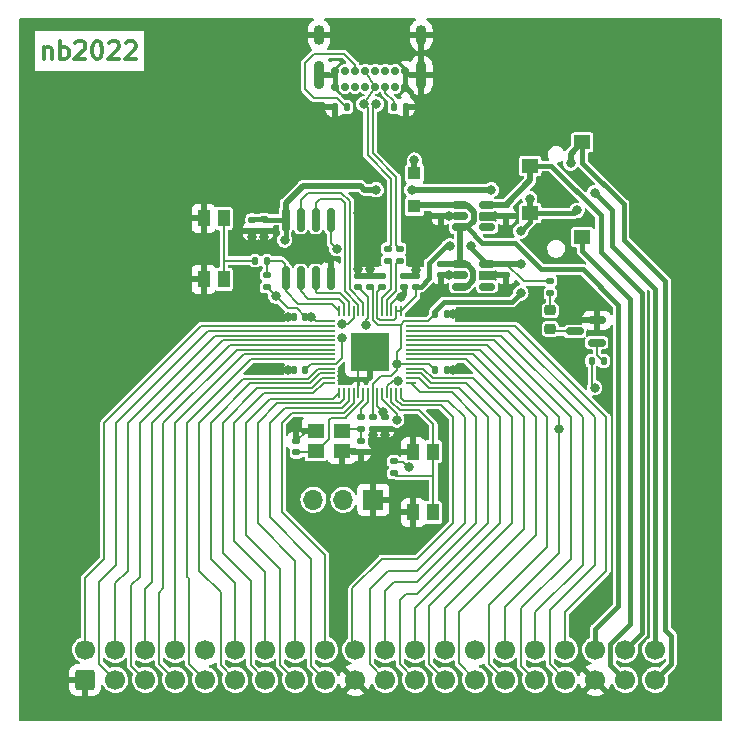
<source format=gbr>
%TF.GenerationSoftware,KiCad,Pcbnew,6.0.7+dfsg-1~bpo11+1*%
%TF.CreationDate,2022-08-19T21:28:34-04:00*%
%TF.ProjectId,iov-rp2040,696f762d-7270-4323-9034-302e6b696361,rev?*%
%TF.SameCoordinates,Original*%
%TF.FileFunction,Copper,L1,Top*%
%TF.FilePolarity,Positive*%
%FSLAX46Y46*%
G04 Gerber Fmt 4.6, Leading zero omitted, Abs format (unit mm)*
G04 Created by KiCad (PCBNEW 6.0.7+dfsg-1~bpo11+1) date 2022-08-19 21:28:34*
%MOMM*%
%LPD*%
G01*
G04 APERTURE LIST*
G04 Aperture macros list*
%AMRoundRect*
0 Rectangle with rounded corners*
0 $1 Rounding radius*
0 $2 $3 $4 $5 $6 $7 $8 $9 X,Y pos of 4 corners*
0 Add a 4 corners polygon primitive as box body*
4,1,4,$2,$3,$4,$5,$6,$7,$8,$9,$2,$3,0*
0 Add four circle primitives for the rounded corners*
1,1,$1+$1,$2,$3*
1,1,$1+$1,$4,$5*
1,1,$1+$1,$6,$7*
1,1,$1+$1,$8,$9*
0 Add four rect primitives between the rounded corners*
20,1,$1+$1,$2,$3,$4,$5,0*
20,1,$1+$1,$4,$5,$6,$7,0*
20,1,$1+$1,$6,$7,$8,$9,0*
20,1,$1+$1,$8,$9,$2,$3,0*%
G04 Aperture macros list end*
%ADD10C,0.300000*%
%TA.AperFunction,NonConductor*%
%ADD11C,0.300000*%
%TD*%
%TA.AperFunction,SMDPad,CuDef*%
%ADD12RoundRect,0.140000X0.170000X-0.140000X0.170000X0.140000X-0.170000X0.140000X-0.170000X-0.140000X0*%
%TD*%
%TA.AperFunction,SMDPad,CuDef*%
%ADD13RoundRect,0.150000X0.150000X-0.825000X0.150000X0.825000X-0.150000X0.825000X-0.150000X-0.825000X0*%
%TD*%
%TA.AperFunction,SMDPad,CuDef*%
%ADD14RoundRect,0.140000X-0.170000X0.140000X-0.170000X-0.140000X0.170000X-0.140000X0.170000X0.140000X0*%
%TD*%
%TA.AperFunction,SMDPad,CuDef*%
%ADD15R,1.000000X1.450000*%
%TD*%
%TA.AperFunction,SMDPad,CuDef*%
%ADD16RoundRect,0.050000X-0.387500X-0.050000X0.387500X-0.050000X0.387500X0.050000X-0.387500X0.050000X0*%
%TD*%
%TA.AperFunction,SMDPad,CuDef*%
%ADD17RoundRect,0.050000X-0.050000X-0.387500X0.050000X-0.387500X0.050000X0.387500X-0.050000X0.387500X0*%
%TD*%
%TA.AperFunction,SMDPad,CuDef*%
%ADD18R,3.200000X3.200000*%
%TD*%
%TA.AperFunction,ComponentPad*%
%ADD19R,1.700000X1.700000*%
%TD*%
%TA.AperFunction,ComponentPad*%
%ADD20O,1.700000X1.700000*%
%TD*%
%TA.AperFunction,SMDPad,CuDef*%
%ADD21RoundRect,0.150000X-0.512500X-0.150000X0.512500X-0.150000X0.512500X0.150000X-0.512500X0.150000X0*%
%TD*%
%TA.AperFunction,SMDPad,CuDef*%
%ADD22RoundRect,0.140000X0.140000X0.170000X-0.140000X0.170000X-0.140000X-0.170000X0.140000X-0.170000X0*%
%TD*%
%TA.AperFunction,SMDPad,CuDef*%
%ADD23R,1.100000X1.100000*%
%TD*%
%TA.AperFunction,SMDPad,CuDef*%
%ADD24RoundRect,0.135000X0.135000X0.185000X-0.135000X0.185000X-0.135000X-0.185000X0.135000X-0.185000X0*%
%TD*%
%TA.AperFunction,SMDPad,CuDef*%
%ADD25RoundRect,0.135000X0.185000X-0.135000X0.185000X0.135000X-0.185000X0.135000X-0.185000X-0.135000X0*%
%TD*%
%TA.AperFunction,SMDPad,CuDef*%
%ADD26RoundRect,0.135000X-0.135000X-0.185000X0.135000X-0.185000X0.135000X0.185000X-0.135000X0.185000X0*%
%TD*%
%TA.AperFunction,SMDPad,CuDef*%
%ADD27RoundRect,0.218750X0.256250X-0.218750X0.256250X0.218750X-0.256250X0.218750X-0.256250X-0.218750X0*%
%TD*%
%TA.AperFunction,SMDPad,CuDef*%
%ADD28RoundRect,0.140000X-0.140000X-0.170000X0.140000X-0.170000X0.140000X0.170000X-0.140000X0.170000X0*%
%TD*%
%TA.AperFunction,ComponentPad*%
%ADD29C,0.700000*%
%TD*%
%TA.AperFunction,ComponentPad*%
%ADD30O,0.900000X1.700000*%
%TD*%
%TA.AperFunction,ComponentPad*%
%ADD31O,0.900000X2.400000*%
%TD*%
%TA.AperFunction,SMDPad,CuDef*%
%ADD32R,1.400000X1.200000*%
%TD*%
%TA.AperFunction,SMDPad,CuDef*%
%ADD33RoundRect,0.135000X-0.185000X0.135000X-0.185000X-0.135000X0.185000X-0.135000X0.185000X0.135000X0*%
%TD*%
%TA.AperFunction,ComponentPad*%
%ADD34RoundRect,0.250000X0.600000X-0.600000X0.600000X0.600000X-0.600000X0.600000X-0.600000X-0.600000X0*%
%TD*%
%TA.AperFunction,ComponentPad*%
%ADD35C,1.700000*%
%TD*%
%TA.AperFunction,SMDPad,CuDef*%
%ADD36RoundRect,0.150000X0.587500X0.150000X-0.587500X0.150000X-0.587500X-0.150000X0.587500X-0.150000X0*%
%TD*%
%TA.AperFunction,ViaPad*%
%ADD37C,0.800000*%
%TD*%
%TA.AperFunction,Conductor*%
%ADD38C,0.500000*%
%TD*%
%TA.AperFunction,Conductor*%
%ADD39C,0.400000*%
%TD*%
%TA.AperFunction,Conductor*%
%ADD40C,0.200000*%
%TD*%
G04 APERTURE END LIST*
D10*
D11*
X131392857Y-94678571D02*
X131392857Y-95678571D01*
X131392857Y-94821428D02*
X131464285Y-94750000D01*
X131607142Y-94678571D01*
X131821428Y-94678571D01*
X131964285Y-94750000D01*
X132035714Y-94892857D01*
X132035714Y-95678571D01*
X132750000Y-95678571D02*
X132750000Y-94178571D01*
X132750000Y-94750000D02*
X132892857Y-94678571D01*
X133178571Y-94678571D01*
X133321428Y-94750000D01*
X133392857Y-94821428D01*
X133464285Y-94964285D01*
X133464285Y-95392857D01*
X133392857Y-95535714D01*
X133321428Y-95607142D01*
X133178571Y-95678571D01*
X132892857Y-95678571D01*
X132750000Y-95607142D01*
X134035714Y-94321428D02*
X134107142Y-94250000D01*
X134250000Y-94178571D01*
X134607142Y-94178571D01*
X134750000Y-94250000D01*
X134821428Y-94321428D01*
X134892857Y-94464285D01*
X134892857Y-94607142D01*
X134821428Y-94821428D01*
X133964285Y-95678571D01*
X134892857Y-95678571D01*
X135821428Y-94178571D02*
X135964285Y-94178571D01*
X136107142Y-94250000D01*
X136178571Y-94321428D01*
X136250000Y-94464285D01*
X136321428Y-94750000D01*
X136321428Y-95107142D01*
X136250000Y-95392857D01*
X136178571Y-95535714D01*
X136107142Y-95607142D01*
X135964285Y-95678571D01*
X135821428Y-95678571D01*
X135678571Y-95607142D01*
X135607142Y-95535714D01*
X135535714Y-95392857D01*
X135464285Y-95107142D01*
X135464285Y-94750000D01*
X135535714Y-94464285D01*
X135607142Y-94321428D01*
X135678571Y-94250000D01*
X135821428Y-94178571D01*
X136892857Y-94321428D02*
X136964285Y-94250000D01*
X137107142Y-94178571D01*
X137464285Y-94178571D01*
X137607142Y-94250000D01*
X137678571Y-94321428D01*
X137750000Y-94464285D01*
X137750000Y-94607142D01*
X137678571Y-94821428D01*
X136821428Y-95678571D01*
X137750000Y-95678571D01*
X138321428Y-94321428D02*
X138392857Y-94250000D01*
X138535714Y-94178571D01*
X138892857Y-94178571D01*
X139035714Y-94250000D01*
X139107142Y-94321428D01*
X139178571Y-94464285D01*
X139178571Y-94607142D01*
X139107142Y-94821428D01*
X138250000Y-95678571D01*
X139178571Y-95678571D01*
D12*
%TO.P,C7,1*%
%TO.N,/XIN*%
X152750000Y-128980000D03*
%TO.P,C7,2*%
%TO.N,GND*%
X152750000Y-128020000D03*
%TD*%
D13*
%TO.P,U3,1,~{CS}*%
%TO.N,/QSPI_CS*%
X151845000Y-114225000D03*
%TO.P,U3,2,DO(IO1)*%
%TO.N,/QSPI_IO1*%
X153115000Y-114225000D03*
%TO.P,U3,3,IO2*%
%TO.N,/QSPI_IO2*%
X154385000Y-114225000D03*
%TO.P,U3,4,GND*%
%TO.N,GND*%
X155655000Y-114225000D03*
%TO.P,U3,5,DI(IO0)*%
%TO.N,/QSPI_IO0*%
X155655000Y-109275000D03*
%TO.P,U3,6,CLK*%
%TO.N,/QSPI_SCLK*%
X154385000Y-109275000D03*
%TO.P,U3,7,IO3*%
%TO.N,/QSPI_IO3*%
X153115000Y-109275000D03*
%TO.P,U3,8,VCC*%
%TO.N,IOVDD*%
X151845000Y-109275000D03*
%TD*%
D12*
%TO.P,C13,1*%
%TO.N,+3V3*%
X162890000Y-114980000D03*
%TO.P,C13,2*%
%TO.N,GND*%
X162890000Y-114020000D03*
%TD*%
D14*
%TO.P,C8,1*%
%TO.N,Net-(C8-Pad1)*%
X158250000Y-128000000D03*
%TO.P,C8,2*%
%TO.N,GND*%
X158250000Y-128960000D03*
%TD*%
D15*
%TO.P,SW2,1,1*%
%TO.N,GND*%
X144900000Y-109175000D03*
X144900000Y-114325000D03*
%TO.P,SW2,2,2*%
%TO.N,Net-(R6-Pad1)*%
X146600000Y-109175000D03*
X146600000Y-114325000D03*
%TD*%
D16*
%TO.P,U4,1,IOVDD*%
%TO.N,IOVDD*%
X155562500Y-117900000D03*
%TO.P,U4,2,GPIO0*%
%TO.N,/GPIO0*%
X155562500Y-118300000D03*
%TO.P,U4,3,GPIO1*%
%TO.N,/GPIO1*%
X155562500Y-118700000D03*
%TO.P,U4,4,GPIO2*%
%TO.N,/GPIO2*%
X155562500Y-119100000D03*
%TO.P,U4,5,GPIO3*%
%TO.N,/GPIO3*%
X155562500Y-119500000D03*
%TO.P,U4,6,GPIO4*%
%TO.N,/GPIO4*%
X155562500Y-119900000D03*
%TO.P,U4,7,GPIO5*%
%TO.N,/GPIO5*%
X155562500Y-120300000D03*
%TO.P,U4,8,GPIO6*%
%TO.N,/GPIO6*%
X155562500Y-120700000D03*
%TO.P,U4,9,GPIO7*%
%TO.N,/GPIO7*%
X155562500Y-121100000D03*
%TO.P,U4,10,IOVDD*%
%TO.N,IOVDD*%
X155562500Y-121500000D03*
%TO.P,U4,11,GPIO8*%
%TO.N,/GPIO8*%
X155562500Y-121900000D03*
%TO.P,U4,12,GPIO9*%
%TO.N,/GPIO9*%
X155562500Y-122300000D03*
%TO.P,U4,13,GPIO10*%
%TO.N,/GPIO10*%
X155562500Y-122700000D03*
%TO.P,U4,14,GPIO11*%
%TO.N,/GPIO11*%
X155562500Y-123100000D03*
D17*
%TO.P,U4,15,GPIO12*%
%TO.N,/GPIO12*%
X156400000Y-123937500D03*
%TO.P,U4,16,GPIO13*%
%TO.N,/GPIO13*%
X156800000Y-123937500D03*
%TO.P,U4,17,GPIO14*%
%TO.N,/GPIO14*%
X157200000Y-123937500D03*
%TO.P,U4,18,GPIO15*%
%TO.N,/GPIO15*%
X157600000Y-123937500D03*
%TO.P,U4,19,TESTEN*%
%TO.N,GND*%
X158000000Y-123937500D03*
%TO.P,U4,20,XIN*%
%TO.N,/XIN*%
X158400000Y-123937500D03*
%TO.P,U4,21,XOUT*%
%TO.N,/XOUT*%
X158800000Y-123937500D03*
%TO.P,U4,22,IOVDD*%
%TO.N,IOVDD*%
X159200000Y-123937500D03*
%TO.P,U4,23,DVDD*%
%TO.N,+1V1*%
X159600000Y-123937500D03*
%TO.P,U4,24,SWCLK*%
%TO.N,Net-(J2-Pad3)*%
X160000000Y-123937500D03*
%TO.P,U4,25,SWD*%
%TO.N,Net-(J2-Pad2)*%
X160400000Y-123937500D03*
%TO.P,U4,26,RUN*%
%TO.N,Net-(R7-Pad2)*%
X160800000Y-123937500D03*
%TO.P,U4,27,GPIO16*%
%TO.N,/GPIO16*%
X161200000Y-123937500D03*
%TO.P,U4,28,GPIO17*%
%TO.N,/GPIO17*%
X161600000Y-123937500D03*
D16*
%TO.P,U4,29,GPIO18*%
%TO.N,/GPIO18*%
X162437500Y-123100000D03*
%TO.P,U4,30,GPIO19*%
%TO.N,/GPIO19*%
X162437500Y-122700000D03*
%TO.P,U4,31,GPIO20*%
%TO.N,/GPIO20*%
X162437500Y-122300000D03*
%TO.P,U4,32,GPIO21*%
%TO.N,/GPIO21*%
X162437500Y-121900000D03*
%TO.P,U4,33,IOVDD*%
%TO.N,IOVDD*%
X162437500Y-121500000D03*
%TO.P,U4,34,GPIO22*%
%TO.N,/GPIO22*%
X162437500Y-121100000D03*
%TO.P,U4,35,GPIO23*%
%TO.N,/GPIO23*%
X162437500Y-120700000D03*
%TO.P,U4,36,GPIO24*%
%TO.N,/GPIO24*%
X162437500Y-120300000D03*
%TO.P,U4,37,GPIO25*%
%TO.N,/GPIO25*%
X162437500Y-119900000D03*
%TO.P,U4,38,GPIO26_ADC0*%
%TO.N,/GPIO26*%
X162437500Y-119500000D03*
%TO.P,U4,39,GPIO27_ADC1*%
%TO.N,/GPIO27*%
X162437500Y-119100000D03*
%TO.P,U4,40,GPIO28_ADC2*%
%TO.N,/GPIO28*%
X162437500Y-118700000D03*
%TO.P,U4,41,GPIO29_ADC3*%
%TO.N,/GPIO29*%
X162437500Y-118300000D03*
%TO.P,U4,42,IOVDD*%
%TO.N,IOVDD*%
X162437500Y-117900000D03*
D17*
%TO.P,U4,43,ADC_AVDD*%
%TO.N,+3V3*%
X161600000Y-117062500D03*
%TO.P,U4,44,VREG_IN*%
X161200000Y-117062500D03*
%TO.P,U4,45,VREG_VOUT*%
%TO.N,+1V1*%
X160800000Y-117062500D03*
%TO.P,U4,46,USB_DM*%
%TO.N,/U_N*%
X160400000Y-117062500D03*
%TO.P,U4,47,USB_DP*%
%TO.N,/U_P*%
X160000000Y-117062500D03*
%TO.P,U4,48,USB_VDD*%
%TO.N,+3V3*%
X159600000Y-117062500D03*
%TO.P,U4,49,IOVDD*%
%TO.N,IOVDD*%
X159200000Y-117062500D03*
%TO.P,U4,50,DVDD*%
%TO.N,+1V1*%
X158800000Y-117062500D03*
%TO.P,U4,51,QSPI_SD3*%
%TO.N,/QSPI_IO3*%
X158400000Y-117062500D03*
%TO.P,U4,52,QSPI_SCLK*%
%TO.N,/QSPI_SCLK*%
X158000000Y-117062500D03*
%TO.P,U4,53,QSPI_SD0*%
%TO.N,/QSPI_IO0*%
X157600000Y-117062500D03*
%TO.P,U4,54,QSPI_SD2*%
%TO.N,/QSPI_IO2*%
X157200000Y-117062500D03*
%TO.P,U4,55,QSPI_SD1*%
%TO.N,/QSPI_IO1*%
X156800000Y-117062500D03*
%TO.P,U4,56,QSPI_SS*%
%TO.N,/QSPI_CS*%
X156400000Y-117062500D03*
D18*
%TO.P,U4,57,GND*%
%TO.N,GND*%
X159000000Y-120500000D03*
%TD*%
D19*
%TO.P,J2,1,Pin_1*%
%TO.N,GND*%
X159275000Y-133000000D03*
D20*
%TO.P,J2,2,Pin_2*%
%TO.N,Net-(J2-Pad2)*%
X156735000Y-133000000D03*
%TO.P,J2,3,Pin_3*%
%TO.N,Net-(J2-Pad3)*%
X154195000Y-133000000D03*
%TD*%
D21*
%TO.P,U1,1,IN*%
%TO.N,VCC*%
X166612500Y-108050000D03*
%TO.P,U1,2,GND*%
%TO.N,GND*%
X166612500Y-109000000D03*
%TO.P,U1,3,EN*%
%TO.N,VCC*%
X166612500Y-109950000D03*
%TO.P,U1,4,NC*%
%TO.N,unconnected-(U1-Pad4)*%
X168887500Y-109950000D03*
%TO.P,U1,5,OUT*%
%TO.N,+1V8*%
X168887500Y-108050000D03*
%TD*%
D14*
%TO.P,C6,1*%
%TO.N,+3V3*%
X170500000Y-113020000D03*
%TO.P,C6,2*%
%TO.N,GND*%
X170500000Y-113980000D03*
%TD*%
D22*
%TO.P,C15,1*%
%TO.N,IOVDD*%
X153480000Y-122000000D03*
%TO.P,C15,2*%
%TO.N,GND*%
X152520000Y-122000000D03*
%TD*%
D23*
%TO.P,D2,1,K*%
%TO.N,VCC*%
X162750000Y-108150000D03*
%TO.P,D2,2,A*%
%TO.N,VBUS*%
X162750000Y-105350000D03*
%TD*%
D24*
%TO.P,R2,1*%
%TO.N,Net-(J1-PadB5)*%
X157010000Y-99750000D03*
%TO.P,R2,2*%
%TO.N,GND*%
X155990000Y-99750000D03*
%TD*%
D14*
%TO.P,C2,1*%
%TO.N,VCC*%
X165000000Y-113020000D03*
%TO.P,C2,2*%
%TO.N,GND*%
X165000000Y-113980000D03*
%TD*%
D25*
%TO.P,R10,1*%
%TO.N,Net-(D1-Pad2)*%
X174250000Y-115510000D03*
%TO.P,R10,2*%
%TO.N,+3V3*%
X174250000Y-114490000D03*
%TD*%
D22*
%TO.P,C14,1*%
%TO.N,IOVDD*%
X153480000Y-117500000D03*
%TO.P,C14,2*%
%TO.N,GND*%
X152520000Y-117500000D03*
%TD*%
D25*
%TO.P,R8,1*%
%TO.N,IOVDD*%
X150250000Y-115010000D03*
%TO.P,R8,2*%
%TO.N,/QSPI_CS*%
X150250000Y-113990000D03*
%TD*%
D26*
%TO.P,R6,1*%
%TO.N,Net-(R6-Pad1)*%
X149240000Y-112750000D03*
%TO.P,R6,2*%
%TO.N,/QSPI_CS*%
X150260000Y-112750000D03*
%TD*%
D27*
%TO.P,D1,1,K*%
%TO.N,Net-(D1-Pad1)*%
X174250000Y-118537500D03*
%TO.P,D1,2,A*%
%TO.N,Net-(D1-Pad2)*%
X174250000Y-116962500D03*
%TD*%
D28*
%TO.P,C17,1*%
%TO.N,IOVDD*%
X164520000Y-122000000D03*
%TO.P,C17,2*%
%TO.N,GND*%
X165480000Y-122000000D03*
%TD*%
D26*
%TO.P,R9,1*%
%TO.N,/GPIO25*%
X177740000Y-121250000D03*
%TO.P,R9,2*%
%TO.N,Net-(Q1-Pad1)*%
X178760000Y-121250000D03*
%TD*%
D29*
%TO.P,J1,A1,GND*%
%TO.N,GND*%
X161975000Y-98025000D03*
%TO.P,J1,A4,VBUS*%
%TO.N,VBUS*%
X161125000Y-98025000D03*
%TO.P,J1,A5,CC1*%
%TO.N,Net-(J1-PadA5)*%
X160275000Y-98025000D03*
%TO.P,J1,A6,D+*%
%TO.N,/USB_DP*%
X159425000Y-98025000D03*
%TO.P,J1,A7,D-*%
%TO.N,/USB_DN*%
X158575000Y-98025000D03*
%TO.P,J1,A8,SBU1*%
%TO.N,unconnected-(J1-PadA8)*%
X157725000Y-98025000D03*
%TO.P,J1,A9,VBUS*%
%TO.N,VBUS*%
X156875000Y-98025000D03*
%TO.P,J1,A12,GND*%
%TO.N,GND*%
X156025000Y-98025000D03*
%TO.P,J1,B1,GND*%
X156025000Y-96675000D03*
%TO.P,J1,B4,VBUS*%
%TO.N,VBUS*%
X156875000Y-96675000D03*
%TO.P,J1,B5,CC2*%
%TO.N,Net-(J1-PadB5)*%
X157725000Y-96675000D03*
%TO.P,J1,B6,D+*%
%TO.N,/USB_DP*%
X158575000Y-96675000D03*
%TO.P,J1,B7,D-*%
%TO.N,/USB_DN*%
X159425000Y-96675000D03*
%TO.P,J1,B8,SBU2*%
%TO.N,unconnected-(J1-PadB8)*%
X160275000Y-96675000D03*
%TO.P,J1,B9,VBUS*%
%TO.N,VBUS*%
X161125000Y-96675000D03*
%TO.P,J1,B12,GND*%
%TO.N,GND*%
X161975000Y-96675000D03*
D30*
%TO.P,J1,S1,SHIELD*%
X154675000Y-93665000D03*
D31*
X163325000Y-97045000D03*
D30*
X163325000Y-93665000D03*
D31*
X154675000Y-97045000D03*
%TD*%
D28*
%TO.P,C18,1*%
%TO.N,IOVDD*%
X164520000Y-117250000D03*
%TO.P,C18,2*%
%TO.N,GND*%
X165480000Y-117250000D03*
%TD*%
D32*
%TO.P,SW1,1,1*%
%TO.N,+3V3*%
X176950000Y-102750000D03*
%TO.P,SW1,2,2*%
%TO.N,+1V8*%
X172550000Y-104750000D03*
%TO.P,SW1,3,3*%
%TO.N,IOVDD*%
X172550000Y-108750000D03*
%TO.P,SW1,4,4*%
%TO.N,/EXT_IOVDD*%
X176950000Y-110750000D03*
%TD*%
D21*
%TO.P,U2,1,IN*%
%TO.N,VCC*%
X166612500Y-113050000D03*
%TO.P,U2,2,GND*%
%TO.N,GND*%
X166612500Y-114000000D03*
%TO.P,U2,3,EN*%
%TO.N,VCC*%
X166612500Y-114950000D03*
%TO.P,U2,4,NC*%
%TO.N,unconnected-(U2-Pad4)*%
X168887500Y-114950000D03*
%TO.P,U2,5,OUT*%
%TO.N,+3V3*%
X168887500Y-113050000D03*
%TD*%
D12*
%TO.P,C19,1*%
%TO.N,IOVDD*%
X159000000Y-115000000D03*
%TO.P,C19,2*%
%TO.N,GND*%
X159000000Y-114040000D03*
%TD*%
D14*
%TO.P,C3,1*%
%TO.N,IOVDD*%
X149000000Y-109290000D03*
%TO.P,C3,2*%
%TO.N,GND*%
X149000000Y-110250000D03*
%TD*%
D15*
%TO.P,SW3,1,1*%
%TO.N,GND*%
X162650000Y-128925000D03*
X162650000Y-134075000D03*
%TO.P,SW3,2,2*%
%TO.N,Net-(R7-Pad2)*%
X164350000Y-128925000D03*
X164350000Y-134075000D03*
%TD*%
D32*
%TO.P,Y1,1,1*%
%TO.N,/XIN*%
X154400000Y-128850000D03*
%TO.P,Y1,2,2*%
%TO.N,GND*%
X156600000Y-128850000D03*
%TO.P,Y1,3,3*%
%TO.N,Net-(C8-Pad1)*%
X156600000Y-127150000D03*
%TO.P,Y1,4,4*%
%TO.N,GND*%
X154400000Y-127150000D03*
%TD*%
D33*
%TO.P,R5,1*%
%TO.N,/USB_DN*%
X161500000Y-111740000D03*
%TO.P,R5,2*%
%TO.N,/U_N*%
X161500000Y-112760000D03*
%TD*%
D12*
%TO.P,C12,1*%
%TO.N,+3V3*%
X160000000Y-115000000D03*
%TO.P,C12,2*%
%TO.N,GND*%
X160000000Y-114040000D03*
%TD*%
%TO.P,C11,1*%
%TO.N,+1V1*%
X158000000Y-115000000D03*
%TO.P,C11,2*%
%TO.N,GND*%
X158000000Y-114040000D03*
%TD*%
D33*
%TO.P,R7,1*%
%TO.N,IOVDD*%
X161000000Y-129740000D03*
%TO.P,R7,2*%
%TO.N,Net-(R7-Pad2)*%
X161000000Y-130760000D03*
%TD*%
D14*
%TO.P,C4,1*%
%TO.N,IOVDD*%
X150000000Y-109270000D03*
%TO.P,C4,2*%
%TO.N,GND*%
X150000000Y-110230000D03*
%TD*%
%TO.P,C5,1*%
%TO.N,+1V8*%
X170500000Y-108020000D03*
%TO.P,C5,2*%
%TO.N,GND*%
X170500000Y-108980000D03*
%TD*%
%TO.P,C1,1*%
%TO.N,VCC*%
X165000000Y-108040000D03*
%TO.P,C1,2*%
%TO.N,GND*%
X165000000Y-109000000D03*
%TD*%
D26*
%TO.P,R1,1*%
%TO.N,Net-(J1-PadA5)*%
X160990000Y-99750000D03*
%TO.P,R1,2*%
%TO.N,GND*%
X162010000Y-99750000D03*
%TD*%
D33*
%TO.P,R4,1*%
%TO.N,/USB_DP*%
X160500000Y-111740000D03*
%TO.P,R4,2*%
%TO.N,/U_P*%
X160500000Y-112760000D03*
%TD*%
%TO.P,R3,1*%
%TO.N,/XOUT*%
X158250000Y-125990000D03*
%TO.P,R3,2*%
%TO.N,Net-(C8-Pad1)*%
X158250000Y-127010000D03*
%TD*%
D12*
%TO.P,C9,1*%
%TO.N,+1V1*%
X161890000Y-114980000D03*
%TO.P,C9,2*%
%TO.N,GND*%
X161890000Y-114020000D03*
%TD*%
D34*
%TO.P,J3,1,Pin_1*%
%TO.N,GND*%
X134870000Y-148252500D03*
D35*
%TO.P,J3,2,Pin_2*%
%TO.N,/GPIO0*%
X134870000Y-145712500D03*
%TO.P,J3,3,Pin_3*%
%TO.N,/GPIO1*%
X137410000Y-148252500D03*
%TO.P,J3,4,Pin_4*%
%TO.N,/GPIO2*%
X137410000Y-145712500D03*
%TO.P,J3,5,Pin_5*%
%TO.N,/GPIO3*%
X139950000Y-148252500D03*
%TO.P,J3,6,Pin_6*%
%TO.N,/GPIO4*%
X139950000Y-145712500D03*
%TO.P,J3,7,Pin_7*%
%TO.N,/GPIO5*%
X142490000Y-148252500D03*
%TO.P,J3,8,Pin_8*%
%TO.N,/GPIO6*%
X142490000Y-145712500D03*
%TO.P,J3,9,Pin_9*%
%TO.N,/GPIO7*%
X145030000Y-148252500D03*
%TO.P,J3,10,Pin_10*%
%TO.N,GND*%
X145030000Y-145712500D03*
%TO.P,J3,11,Pin_11*%
%TO.N,/GPIO8*%
X147570000Y-148252500D03*
%TO.P,J3,12,Pin_12*%
%TO.N,/GPIO9*%
X147570000Y-145712500D03*
%TO.P,J3,13,Pin_13*%
%TO.N,/GPIO10*%
X150110000Y-148252500D03*
%TO.P,J3,14,Pin_14*%
%TO.N,/GPIO11*%
X150110000Y-145712500D03*
%TO.P,J3,15,Pin_15*%
%TO.N,/GPIO12*%
X152650000Y-148252500D03*
%TO.P,J3,16,Pin_16*%
%TO.N,/GPIO13*%
X152650000Y-145712500D03*
%TO.P,J3,17,Pin_17*%
%TO.N,/GPIO14*%
X155190000Y-148252500D03*
%TO.P,J3,18,Pin_18*%
%TO.N,/GPIO15*%
X155190000Y-145712500D03*
%TO.P,J3,19,Pin_19*%
%TO.N,GND*%
X157730000Y-148252500D03*
%TO.P,J3,20,Pin_20*%
%TO.N,/GPIO16*%
X157730000Y-145712500D03*
%TO.P,J3,21,Pin_21*%
%TO.N,/GPIO17*%
X160270000Y-148252500D03*
%TO.P,J3,22,Pin_22*%
%TO.N,/GPIO18*%
X160270000Y-145712500D03*
%TO.P,J3,23,Pin_23*%
%TO.N,/GPIO19*%
X162810000Y-148252500D03*
%TO.P,J3,24,Pin_24*%
%TO.N,/GPIO20*%
X162810000Y-145712500D03*
%TO.P,J3,25,Pin_25*%
%TO.N,/GPIO21*%
X165350000Y-148252500D03*
%TO.P,J3,26,Pin_26*%
%TO.N,/GPIO22*%
X165350000Y-145712500D03*
%TO.P,J3,27,Pin_27*%
%TO.N,/GPIO23*%
X167890000Y-148252500D03*
%TO.P,J3,28,Pin_28*%
%TO.N,GND*%
X167890000Y-145712500D03*
%TO.P,J3,29,Pin_29*%
%TO.N,/GPIO24*%
X170430000Y-148252500D03*
%TO.P,J3,30,Pin_30*%
%TO.N,/GPIO25*%
X170430000Y-145712500D03*
%TO.P,J3,31,Pin_31*%
%TO.N,/GPIO26*%
X172970000Y-148252500D03*
%TO.P,J3,32,Pin_32*%
%TO.N,/GPIO27*%
X172970000Y-145712500D03*
%TO.P,J3,33,Pin_33*%
%TO.N,/GPIO28*%
X175510000Y-148252500D03*
%TO.P,J3,34,Pin_34*%
%TO.N,/GPIO29*%
X175510000Y-145712500D03*
%TO.P,J3,35,Pin_35*%
%TO.N,GND*%
X178050000Y-148252500D03*
%TO.P,J3,36,Pin_36*%
%TO.N,VCC*%
X178050000Y-145712500D03*
%TO.P,J3,37,Pin_37*%
%TO.N,/EXT_IOVDD*%
X180590000Y-148252500D03*
%TO.P,J3,38,Pin_38*%
%TO.N,+1V8*%
X180590000Y-145712500D03*
%TO.P,J3,39,Pin_39*%
%TO.N,+3V3*%
X183130000Y-148252500D03*
%TO.P,J3,40,Pin_40*%
%TO.N,IOVDD*%
X183130000Y-145712500D03*
%TD*%
D14*
%TO.P,C10,1*%
%TO.N,+1V1*%
X160250000Y-126020000D03*
%TO.P,C10,2*%
%TO.N,GND*%
X160250000Y-126980000D03*
%TD*%
D36*
%TO.P,Q1,1,B*%
%TO.N,Net-(Q1-Pad1)*%
X178187500Y-119700000D03*
%TO.P,Q1,2,E*%
%TO.N,GND*%
X178187500Y-117800000D03*
%TO.P,Q1,3,C*%
%TO.N,Net-(D1-Pad1)*%
X176312500Y-118750000D03*
%TD*%
D14*
%TO.P,C16,1*%
%TO.N,IOVDD*%
X159250000Y-126020000D03*
%TO.P,C16,2*%
%TO.N,GND*%
X159250000Y-126980000D03*
%TD*%
D37*
%TO.N,GND*%
X159000000Y-108000000D03*
X175250000Y-120250000D03*
X165650000Y-114000000D03*
X160000000Y-119500000D03*
X164750000Y-115250000D03*
X158000000Y-121500000D03*
X158000000Y-113500000D03*
X162500000Y-112750000D03*
X160000000Y-120500000D03*
X152000000Y-122000000D03*
X150000000Y-110750000D03*
X152500000Y-126750000D03*
X174250000Y-106750000D03*
X166000000Y-117250000D03*
X170500000Y-115250000D03*
X163250000Y-127000000D03*
X160000000Y-121500000D03*
X161500000Y-136250000D03*
X162900000Y-113550000D03*
X158000000Y-120500000D03*
X175250000Y-110250000D03*
X156750000Y-122750000D03*
X178250000Y-116500000D03*
X165650000Y-109000000D03*
X158000000Y-119500000D03*
X177000000Y-106000000D03*
X166000000Y-122000000D03*
X149000000Y-110750000D03*
X160000000Y-108750000D03*
X160250000Y-127500000D03*
X158000000Y-108750000D03*
X152000000Y-117500000D03*
X154000000Y-130500000D03*
X159000000Y-113500000D03*
X156750000Y-138250000D03*
X144900000Y-111750000D03*
X159250000Y-127500000D03*
X170500000Y-110000000D03*
X155250000Y-112500000D03*
X171500000Y-117250000D03*
%TO.N,IOVDD*%
X162500000Y-106750000D03*
X171750000Y-110250000D03*
X156589024Y-119266186D03*
X176500000Y-108500000D03*
X154000000Y-117500000D03*
X162250000Y-130249502D03*
X169250000Y-106750000D03*
X161250000Y-121500000D03*
X171750000Y-115500000D03*
X159500000Y-106750000D03*
X151750000Y-111000000D03*
X178000000Y-107000000D03*
X151010000Y-115740000D03*
X172500000Y-107500000D03*
%TO.N,+3V3*%
X167500000Y-111500000D03*
X171750000Y-113000000D03*
X176000000Y-104500000D03*
X165750000Y-111500000D03*
%TO.N,+1V1*%
X161610463Y-115876719D03*
X158639971Y-118179789D03*
X160075073Y-125536867D03*
%TO.N,VBUS*%
X162750000Y-104250000D03*
%TO.N,/USB_DP*%
X158475000Y-99500000D03*
%TO.N,Net-(J2-Pad2)*%
X161375758Y-122912791D03*
%TO.N,Net-(J2-Pad3)*%
X161250000Y-126250000D03*
%TO.N,/GPIO25*%
X175000000Y-127000000D03*
X178000000Y-123500000D03*
%TO.N,/QSPI_IO0*%
X156587955Y-118084681D03*
X156150500Y-111750000D03*
%TO.N,/USB_DN*%
X159525000Y-99500000D03*
%TD*%
D38*
%TO.N,VCC*%
X167750000Y-109373528D02*
X167750000Y-108626472D01*
X167173528Y-108050000D02*
X166612500Y-108050000D01*
X167725000Y-114398528D02*
X167173528Y-114950000D01*
X166612500Y-109950000D02*
X166612500Y-113050000D01*
X166612500Y-113050000D02*
X167173528Y-113050000D01*
X167173528Y-109950000D02*
X167750000Y-109373528D01*
D39*
X180000000Y-116500000D02*
X180000000Y-142000000D01*
D38*
X165000000Y-108040000D02*
X162860000Y-108040000D01*
X166612500Y-109950000D02*
X167173528Y-109950000D01*
D39*
X168500000Y-111250000D02*
X171250000Y-111250000D01*
D38*
X165000000Y-113020000D02*
X166582500Y-113020000D01*
X166612500Y-108050000D02*
X165010000Y-108050000D01*
D39*
X173500000Y-113500000D02*
X177000000Y-113500000D01*
X180000000Y-142000000D02*
X178050000Y-143950000D01*
X177000000Y-113500000D02*
X180000000Y-116500000D01*
D38*
X167173528Y-113050000D02*
X167725000Y-113601472D01*
X167725000Y-113601472D02*
X167725000Y-114398528D01*
D39*
X178050000Y-143950000D02*
X178050000Y-145712500D01*
D38*
X167750000Y-108626472D02*
X167173528Y-108050000D01*
X166582500Y-113020000D02*
X166612500Y-113050000D01*
D39*
X166612500Y-109950000D02*
X167200000Y-109950000D01*
X167200000Y-109950000D02*
X168500000Y-111250000D01*
D38*
X162860000Y-108040000D02*
X162750000Y-108150000D01*
X165010000Y-108050000D02*
X165000000Y-108040000D01*
X167173528Y-114950000D02*
X166612500Y-114950000D01*
D39*
X171250000Y-111250000D02*
X173500000Y-113500000D01*
D40*
%TO.N,GND*%
X178250000Y-117737500D02*
X178187500Y-117800000D01*
X152520000Y-122000000D02*
X152000000Y-122000000D01*
X154400000Y-127150000D02*
X153620000Y-127150000D01*
X158250000Y-128960000D02*
X156710000Y-128960000D01*
X153620000Y-127150000D02*
X152750000Y-128020000D01*
D39*
X155655000Y-112905000D02*
X155250000Y-112500000D01*
D40*
X159250000Y-126980000D02*
X159250000Y-127500000D01*
D39*
X150000000Y-110230000D02*
X150000000Y-110750000D01*
D38*
X165000000Y-109000000D02*
X165650000Y-109000000D01*
X165020000Y-114000000D02*
X165000000Y-113980000D01*
D39*
X155655000Y-97045000D02*
X156025000Y-96675000D01*
D38*
X166612500Y-114000000D02*
X165650000Y-114000000D01*
D40*
X144900000Y-111600000D02*
X144900000Y-109175000D01*
X178250000Y-116500000D02*
X178250000Y-117737500D01*
X165480000Y-117250000D02*
X166000000Y-117250000D01*
X144900000Y-114325000D02*
X144900000Y-111600000D01*
D39*
X170500000Y-108980000D02*
X170500000Y-110000000D01*
X154675000Y-97045000D02*
X155655000Y-97045000D01*
X164750000Y-115250000D02*
X165000000Y-115000000D01*
D40*
X156710000Y-128960000D02*
X156600000Y-128850000D01*
D39*
X165000000Y-115000000D02*
X165000000Y-113980000D01*
D40*
X152520000Y-117500000D02*
X152000000Y-117500000D01*
D39*
X163325000Y-97045000D02*
X162345000Y-97045000D01*
D40*
X160250000Y-126980000D02*
X160250000Y-127500000D01*
D38*
X165650000Y-114000000D02*
X165020000Y-114000000D01*
D39*
X161975000Y-98025000D02*
X161975000Y-96675000D01*
D40*
X165480000Y-122000000D02*
X166000000Y-122000000D01*
D39*
X155655000Y-114225000D02*
X155655000Y-112905000D01*
X156025000Y-98025000D02*
X156025000Y-96675000D01*
D40*
X158000000Y-123937500D02*
X158000000Y-121500000D01*
D38*
X170500000Y-113980000D02*
X170500000Y-115250000D01*
X165650000Y-109000000D02*
X166612500Y-109000000D01*
D39*
X162345000Y-97045000D02*
X161975000Y-96675000D01*
X149000000Y-110250000D02*
X149000000Y-110750000D01*
D40*
%TO.N,IOVDD*%
X161905025Y-117900000D02*
X162437500Y-117900000D01*
X159639339Y-118200000D02*
X161605025Y-118200000D01*
X162437500Y-121500000D02*
X161250000Y-121500000D01*
D39*
X151845000Y-110905000D02*
X151750000Y-111000000D01*
D40*
X153980000Y-121500000D02*
X153480000Y-122000000D01*
D38*
X151845000Y-107905000D02*
X151845000Y-109275000D01*
D39*
X149020000Y-109270000D02*
X149000000Y-109290000D01*
D40*
X152780000Y-116800000D02*
X153480000Y-117500000D01*
X161605025Y-118200000D02*
X161905025Y-117900000D01*
D39*
X164520000Y-116980000D02*
X164520000Y-117250000D01*
D38*
X172550000Y-108750000D02*
X172550000Y-107550000D01*
D40*
X151010000Y-115740000D02*
X152070000Y-116800000D01*
D39*
X171750000Y-115500000D02*
X171000000Y-116250000D01*
D40*
X161250000Y-120500000D02*
X161605025Y-120144975D01*
D38*
X158200000Y-106450000D02*
X153300000Y-106450000D01*
D40*
X159900000Y-122500000D02*
X160739339Y-122500000D01*
X164520000Y-117250000D02*
X163870000Y-117900000D01*
X154400000Y-117900000D02*
X154000000Y-117500000D01*
X152070000Y-116800000D02*
X152780000Y-116800000D01*
D39*
X151845000Y-109275000D02*
X150005000Y-109275000D01*
D40*
X155562500Y-117900000D02*
X154400000Y-117900000D01*
X164020000Y-121500000D02*
X162437500Y-121500000D01*
X159200000Y-123937500D02*
X159200000Y-123200000D01*
D39*
X179500000Y-108500000D02*
X179500000Y-111500000D01*
D40*
X156094975Y-121500000D02*
X155562500Y-121500000D01*
D39*
X178000000Y-107000000D02*
X179500000Y-108500000D01*
D38*
X153300000Y-106450000D02*
X151845000Y-107905000D01*
D40*
X159200000Y-117760661D02*
X159639339Y-118200000D01*
X159000000Y-115000000D02*
X159200000Y-115200000D01*
X161250000Y-121989339D02*
X161250000Y-121500000D01*
X161000000Y-129770000D02*
X161770498Y-129770000D01*
D38*
X159500000Y-106750000D02*
X158500000Y-106750000D01*
D39*
X172550000Y-109450000D02*
X171750000Y-110250000D01*
D40*
X150250000Y-114980000D02*
X151010000Y-115740000D01*
D39*
X151845000Y-109275000D02*
X151845000Y-110905000D01*
D40*
X156589024Y-119266186D02*
X156589024Y-121005951D01*
D39*
X172550000Y-108750000D02*
X172550000Y-109450000D01*
X150000000Y-109270000D02*
X149020000Y-109270000D01*
D40*
X161605025Y-120144975D02*
X161605025Y-118200000D01*
X159200000Y-123200000D02*
X159900000Y-122500000D01*
X159200000Y-125970000D02*
X159200000Y-123937500D01*
D39*
X165250000Y-116250000D02*
X164520000Y-116980000D01*
X150005000Y-109275000D02*
X150000000Y-109270000D01*
X176250000Y-108750000D02*
X172550000Y-108750000D01*
D38*
X169250000Y-106750000D02*
X162500000Y-106750000D01*
D40*
X155562500Y-121500000D02*
X153980000Y-121500000D01*
X159200000Y-115200000D02*
X159200000Y-117062500D01*
X159250000Y-126020000D02*
X159200000Y-125970000D01*
X163870000Y-117900000D02*
X162437500Y-117900000D01*
X159200000Y-117062500D02*
X159200000Y-117760661D01*
D39*
X183130000Y-115130000D02*
X183130000Y-145712500D01*
D38*
X158500000Y-106750000D02*
X158200000Y-106450000D01*
D40*
X161250000Y-121500000D02*
X161250000Y-120500000D01*
D39*
X179500000Y-111500000D02*
X183130000Y-115130000D01*
X176500000Y-108500000D02*
X176250000Y-108750000D01*
X171000000Y-116250000D02*
X165250000Y-116250000D01*
D38*
X172550000Y-107550000D02*
X172500000Y-107500000D01*
D40*
X161770498Y-129770000D02*
X162250000Y-130249502D01*
X156589024Y-121005951D02*
X156094975Y-121500000D01*
X160739339Y-122500000D02*
X161250000Y-121989339D01*
X164520000Y-122000000D02*
X164020000Y-121500000D01*
D38*
%TO.N,+1V8*%
X168917500Y-108020000D02*
X168887500Y-108050000D01*
D39*
X174349500Y-104750000D02*
X178500000Y-108900500D01*
D38*
X170500000Y-108020000D02*
X168917500Y-108020000D01*
D39*
X182000000Y-115500000D02*
X182000000Y-144302500D01*
X172550000Y-104750000D02*
X174349500Y-104750000D01*
X178500000Y-112000000D02*
X182000000Y-115500000D01*
D38*
X172550000Y-104750000D02*
X172550000Y-105970000D01*
D39*
X178500000Y-108900500D02*
X178500000Y-112000000D01*
X182000000Y-144302500D02*
X180590000Y-145712500D01*
D38*
X172550000Y-105970000D02*
X170500000Y-108020000D01*
D39*
%TO.N,+3V3*%
X184000000Y-114500000D02*
X180500000Y-111000000D01*
D40*
X170520000Y-113000000D02*
X170500000Y-113020000D01*
D39*
X165750000Y-111500000D02*
X165446325Y-111500000D01*
D40*
X161600000Y-117062500D02*
X162890000Y-115772500D01*
D39*
X184500000Y-146882500D02*
X184500000Y-144500000D01*
X164000000Y-112946325D02*
X164000000Y-114250000D01*
D40*
X161600000Y-117062500D02*
X161200000Y-117062500D01*
D39*
X165446325Y-111500000D02*
X164000000Y-112946325D01*
X164000000Y-114250000D02*
X163270000Y-114980000D01*
D40*
X162890000Y-115772500D02*
X162890000Y-114980000D01*
D39*
X167500000Y-111500000D02*
X167500000Y-111662500D01*
D40*
X160000000Y-115000000D02*
X159600000Y-115400000D01*
X159600000Y-117594975D02*
X159600000Y-117062500D01*
D38*
X170500000Y-113020000D02*
X168917500Y-113020000D01*
D39*
X184000000Y-144000000D02*
X184000000Y-114500000D01*
D40*
X172000000Y-114520000D02*
X170500000Y-113020000D01*
D38*
X171730000Y-113020000D02*
X171750000Y-113000000D01*
X168917500Y-113020000D02*
X168887500Y-113050000D01*
D40*
X159600000Y-115400000D02*
X159600000Y-117062500D01*
D39*
X176950000Y-104450000D02*
X176950000Y-102750000D01*
D40*
X161200000Y-117594975D02*
X160994975Y-117800000D01*
X174250000Y-114520000D02*
X172000000Y-114520000D01*
D39*
X184500000Y-144500000D02*
X184000000Y-144000000D01*
X163270000Y-114980000D02*
X162890000Y-114980000D01*
X183130000Y-148252500D02*
X184500000Y-146882500D01*
X180500000Y-108000000D02*
X176950000Y-104450000D01*
D38*
X176000000Y-104500000D02*
X176000000Y-103700000D01*
D39*
X167500000Y-111662500D02*
X168887500Y-113050000D01*
D40*
X160994975Y-117800000D02*
X159805025Y-117800000D01*
X159805025Y-117800000D02*
X159600000Y-117594975D01*
D38*
X170500000Y-113020000D02*
X171730000Y-113020000D01*
X176000000Y-103700000D02*
X176950000Y-102750000D01*
D40*
X161200000Y-117062500D02*
X161200000Y-117594975D01*
D39*
X180500000Y-111000000D02*
X180500000Y-108000000D01*
D40*
%TO.N,/XIN*%
X154270000Y-128980000D02*
X154400000Y-128850000D01*
X152750000Y-128980000D02*
X154270000Y-128980000D01*
X155700000Y-126050000D02*
X156919974Y-126050000D01*
X154500000Y-128850000D02*
X155500000Y-127850000D01*
X158400000Y-124569975D02*
X158400000Y-123937500D01*
X155500000Y-127850000D02*
X155500000Y-126250000D01*
X154400000Y-128850000D02*
X154500000Y-128850000D01*
X156984987Y-125984987D02*
X158400000Y-124569975D01*
X156919974Y-126050000D02*
X156984987Y-125984987D01*
X155500000Y-126250000D02*
X155700000Y-126050000D01*
%TO.N,Net-(C8-Pad1)*%
X158250000Y-126980000D02*
X156770000Y-126980000D01*
X156770000Y-126980000D02*
X156600000Y-127150000D01*
X158250000Y-128000000D02*
X158250000Y-126980000D01*
%TO.N,+1V1*%
X160250000Y-125711794D02*
X160075073Y-125536867D01*
X159600000Y-123937500D02*
X159600000Y-125061794D01*
X158639971Y-118179789D02*
X158639971Y-117755004D01*
D39*
X161890000Y-115597182D02*
X161890000Y-114980000D01*
D40*
X158000000Y-115000000D02*
X158800000Y-115800000D01*
X159600000Y-125061794D02*
X160075073Y-125536867D01*
X161373281Y-115876719D02*
X160800000Y-116450000D01*
X160800000Y-116450000D02*
X160800000Y-117062500D01*
X161610463Y-115876719D02*
X161373281Y-115876719D01*
X158800000Y-115800000D02*
X158800000Y-117062500D01*
X158800000Y-117594975D02*
X158800000Y-117062500D01*
D39*
X161610463Y-115876719D02*
X161890000Y-115597182D01*
D40*
X160250000Y-126020000D02*
X160250000Y-125711794D01*
X158639971Y-117755004D02*
X158800000Y-117594975D01*
%TO.N,Net-(D1-Pad1)*%
X174287500Y-118500000D02*
X174250000Y-118537500D01*
X176312500Y-118750000D02*
X174462500Y-118750000D01*
X174462500Y-118750000D02*
X174250000Y-118537500D01*
%TO.N,Net-(D1-Pad2)*%
X174250000Y-116962500D02*
X174250000Y-115480000D01*
D38*
%TO.N,VBUS*%
X162750000Y-104250000D02*
X162750000Y-105350000D01*
D40*
%TO.N,Net-(J1-PadA5)*%
X161000000Y-99250000D02*
X161000000Y-99730000D01*
X161000000Y-99730000D02*
X161020000Y-99750000D01*
X160275000Y-98025000D02*
X160275000Y-98525000D01*
X160275000Y-98525000D02*
X161000000Y-99250000D01*
%TO.N,/USB_DP*%
X160774999Y-105843199D02*
X158774999Y-103843199D01*
X158774999Y-99799999D02*
X158475000Y-99500000D01*
X158774999Y-103843199D02*
X158774999Y-99799999D01*
X160774999Y-111465001D02*
X160774999Y-105843199D01*
X159425000Y-98025000D02*
X158575000Y-96675000D01*
X160500000Y-111740000D02*
X160774999Y-111465001D01*
X158475000Y-99500000D02*
X159425000Y-98025000D01*
%TO.N,Net-(J1-PadB5)*%
X154250000Y-95250000D02*
X153500000Y-96000000D01*
X157725000Y-96675000D02*
X157725000Y-96180026D01*
X154250000Y-99000000D02*
X156230000Y-99000000D01*
X156794974Y-95250000D02*
X154250000Y-95250000D01*
X156230000Y-99000000D02*
X156980000Y-99750000D01*
X153500000Y-96000000D02*
X153500000Y-98250000D01*
X153500000Y-98250000D02*
X154250000Y-99000000D01*
X157725000Y-96180026D02*
X156794974Y-95250000D01*
%TO.N,Net-(J2-Pad2)*%
X160400000Y-123405025D02*
X160892234Y-122912791D01*
X160892234Y-122912791D02*
X161375758Y-122912791D01*
X160400000Y-123937500D02*
X160400000Y-123405025D01*
%TO.N,Net-(J2-Pad3)*%
X160000000Y-123937500D02*
X160000000Y-124469974D01*
X161250000Y-125719974D02*
X161250000Y-126250000D01*
X160000000Y-124469974D02*
X161250000Y-125719974D01*
%TO.N,/GPIO0*%
X134870000Y-139630000D02*
X134870000Y-145712500D01*
X136500000Y-126500000D02*
X136500000Y-138000000D01*
X144700000Y-118300000D02*
X136500000Y-126500000D01*
X136500000Y-138000000D02*
X134870000Y-139630000D01*
X155562500Y-118300000D02*
X144700000Y-118300000D01*
%TO.N,/GPIO1*%
X136045000Y-146887500D02*
X137410000Y-148252500D01*
X145300000Y-118700000D02*
X137500000Y-126500000D01*
X136045000Y-139955000D02*
X136045000Y-146887500D01*
X137500000Y-138500000D02*
X136045000Y-139955000D01*
X137500000Y-126500000D02*
X137500000Y-138500000D01*
X155562500Y-118700000D02*
X145300000Y-118700000D01*
%TO.N,/GPIO2*%
X155562500Y-119100000D02*
X145900000Y-119100000D01*
X138500000Y-126500000D02*
X138500000Y-139000000D01*
X138500000Y-139000000D02*
X137410000Y-140090000D01*
X145900000Y-119100000D02*
X138500000Y-126500000D01*
X137410000Y-140090000D02*
X137410000Y-145712500D01*
%TO.N,/GPIO3*%
X139950000Y-148252500D02*
X138775000Y-147077500D01*
X138775000Y-140225000D02*
X139500000Y-139500000D01*
X138775000Y-147077500D02*
X138775000Y-140225000D01*
X146500000Y-119500000D02*
X139500000Y-126500000D01*
X139500000Y-139500000D02*
X139500000Y-126500000D01*
X155562500Y-119500000D02*
X146500000Y-119500000D01*
%TO.N,/GPIO4*%
X155562500Y-119900000D02*
X147100000Y-119900000D01*
X140500000Y-126500000D02*
X140500000Y-140000000D01*
X139950000Y-140550000D02*
X139950000Y-145712500D01*
X140500000Y-140000000D02*
X139950000Y-140550000D01*
X147100000Y-119900000D02*
X140500000Y-126500000D01*
%TO.N,/GPIO5*%
X141125000Y-140875000D02*
X141125000Y-146887500D01*
X155562500Y-120300000D02*
X147700000Y-120300000D01*
X141125000Y-146887500D02*
X142490000Y-148252500D01*
X141500000Y-126500000D02*
X141500000Y-140500000D01*
X147700000Y-120300000D02*
X141500000Y-126500000D01*
X141500000Y-140500000D02*
X141125000Y-140875000D01*
%TO.N,/GPIO6*%
X142500000Y-126500000D02*
X142490000Y-126510000D01*
X148300000Y-120700000D02*
X142500000Y-126500000D01*
X155562500Y-120700000D02*
X148300000Y-120700000D01*
X142490000Y-126510000D02*
X142490000Y-145712500D01*
%TO.N,/GPIO7*%
X143665000Y-139665000D02*
X143500000Y-139500000D01*
X143665000Y-145665000D02*
X143665000Y-139665000D01*
X143665000Y-146887500D02*
X143665000Y-145665000D01*
X148900000Y-121100000D02*
X143500000Y-126500000D01*
X145030000Y-148252500D02*
X143665000Y-146887500D01*
X155562500Y-121100000D02*
X148900000Y-121100000D01*
X143500000Y-126500000D02*
X143500000Y-139500000D01*
%TO.N,/GPIO8*%
X154600000Y-121900000D02*
X153750000Y-122750000D01*
X146351617Y-140851617D02*
X146351617Y-147034117D01*
X144500000Y-126500000D02*
X144500000Y-139000000D01*
X148250000Y-122750000D02*
X144500000Y-126500000D01*
X146351617Y-147034117D02*
X147570000Y-148252500D01*
X153750000Y-122750000D02*
X148250000Y-122750000D01*
X155562500Y-121900000D02*
X154600000Y-121900000D01*
X144500000Y-139000000D02*
X146351617Y-140851617D01*
%TO.N,/GPIO9*%
X155562500Y-122300000D02*
X154765686Y-122300000D01*
X154765686Y-122300000D02*
X153915685Y-123150000D01*
X145500000Y-126500000D02*
X145500000Y-138000000D01*
X145500000Y-138000000D02*
X147570000Y-140070000D01*
X147570000Y-140070000D02*
X147570000Y-145712500D01*
X148850000Y-123150000D02*
X145500000Y-126500000D01*
X153915685Y-123150000D02*
X148850000Y-123150000D01*
%TO.N,/GPIO10*%
X154931372Y-122700000D02*
X154081371Y-123550000D01*
X154081371Y-123550000D02*
X149450000Y-123550000D01*
X155562500Y-122700000D02*
X154931372Y-122700000D01*
X146500000Y-137500000D02*
X148871617Y-139871617D01*
X146500000Y-126500000D02*
X146500000Y-137500000D01*
X148871617Y-139871617D02*
X148871617Y-147014117D01*
X149450000Y-123550000D02*
X146500000Y-126500000D01*
X148871617Y-147014117D02*
X150110000Y-148252500D01*
%TO.N,/GPIO11*%
X147500000Y-136500000D02*
X150110000Y-139110000D01*
X155562500Y-123100000D02*
X155097058Y-123100000D01*
X147500000Y-126500000D02*
X147500000Y-136500000D01*
X150110000Y-139110000D02*
X150110000Y-145712500D01*
X154197058Y-124000000D02*
X150000000Y-124000000D01*
X150000000Y-124000000D02*
X147500000Y-126500000D01*
X155097058Y-123100000D02*
X154197058Y-124000000D01*
%TO.N,/GPIO12*%
X151391617Y-146994117D02*
X152650000Y-148252500D01*
X150550000Y-124450000D02*
X148500000Y-126500000D01*
X156400000Y-123937500D02*
X155887500Y-124450000D01*
X151391617Y-138891617D02*
X151391617Y-146994117D01*
X148500000Y-136000000D02*
X151391617Y-138891617D01*
X148500000Y-126500000D02*
X148500000Y-136000000D01*
X155887500Y-124450000D02*
X150550000Y-124450000D01*
%TO.N,/GPIO13*%
X156800000Y-124469975D02*
X156419975Y-124850000D01*
X156419975Y-124850000D02*
X151150000Y-124850000D01*
X151150000Y-124850000D02*
X149500000Y-126500000D01*
X149500000Y-126500000D02*
X149500000Y-135000000D01*
X152650000Y-138150000D02*
X152650000Y-145712500D01*
X149500000Y-135000000D02*
X152650000Y-138150000D01*
X156800000Y-123937500D02*
X156800000Y-124469975D01*
%TO.N,/GPIO14*%
X157200000Y-124635661D02*
X156585661Y-125250000D01*
X150500000Y-126500000D02*
X150500000Y-134500000D01*
X150500000Y-134500000D02*
X154000000Y-138000000D01*
X157200000Y-123937500D02*
X157200000Y-124635661D01*
X156585661Y-125250000D02*
X151750000Y-125250000D01*
X151750000Y-125250000D02*
X150500000Y-126500000D01*
X154000000Y-147062500D02*
X155190000Y-148252500D01*
X154000000Y-138000000D02*
X154000000Y-147062500D01*
%TO.N,/GPIO15*%
X157600000Y-124801347D02*
X157600000Y-123937500D01*
X155190000Y-137690000D02*
X151500000Y-134000000D01*
X156751346Y-125650000D02*
X157600000Y-124801347D01*
X151500000Y-126500000D02*
X152350000Y-125650000D01*
X151500000Y-134000000D02*
X151500000Y-126500000D01*
X152350000Y-125650000D02*
X156751346Y-125650000D01*
X155190000Y-145712500D02*
X155190000Y-137690000D01*
%TO.N,/GPIO16*%
X160000000Y-138000000D02*
X157500000Y-140500000D01*
X165000000Y-125000000D02*
X166000000Y-126000000D01*
X157500000Y-140500000D02*
X157500000Y-145000000D01*
X161661397Y-125000000D02*
X165000000Y-125000000D01*
X161200000Y-123937500D02*
X161200000Y-124538603D01*
X166000000Y-126000000D02*
X166000000Y-135000000D01*
X163000000Y-138000000D02*
X160000000Y-138000000D01*
X157500000Y-145000000D02*
X157730000Y-145230000D01*
X161200000Y-124538603D02*
X161661397Y-125000000D01*
X166000000Y-135000000D02*
X163000000Y-138000000D01*
X157730000Y-145230000D02*
X157730000Y-145712500D01*
%TO.N,/GPIO17*%
X160500000Y-139000000D02*
X158960367Y-140539633D01*
X158960367Y-146942867D02*
X160270000Y-148252500D01*
X161600000Y-124350000D02*
X161850000Y-124600000D01*
X165600000Y-124600000D02*
X167000000Y-126000000D01*
X161850000Y-124600000D02*
X165600000Y-124600000D01*
X167000000Y-126000000D02*
X167000000Y-135000000D01*
X161600000Y-123937500D02*
X161600000Y-124350000D01*
X158960367Y-140539633D02*
X158960367Y-146942867D01*
X167000000Y-135000000D02*
X163000000Y-139000000D01*
X163000000Y-139000000D02*
X160500000Y-139000000D01*
%TO.N,/GPIO18*%
X160270000Y-140730000D02*
X160270000Y-145712500D01*
X163237500Y-123900000D02*
X165900000Y-123900000D01*
X161000000Y-140000000D02*
X160270000Y-140730000D01*
X168000000Y-126000000D02*
X168000000Y-135000000D01*
X163000000Y-140000000D02*
X161000000Y-140000000D01*
X168000000Y-135000000D02*
X163000000Y-140000000D01*
X162437500Y-123100000D02*
X163237500Y-123900000D01*
X165900000Y-123900000D02*
X168000000Y-126000000D01*
%TO.N,/GPIO19*%
X163156374Y-122700000D02*
X163956374Y-123500000D01*
X163956374Y-123500000D02*
X166500000Y-123500000D01*
X166500000Y-123500000D02*
X169000000Y-126000000D01*
X161500000Y-141500000D02*
X161500000Y-146942500D01*
X169000000Y-135000000D02*
X163000000Y-141000000D01*
X161500000Y-146942500D02*
X162810000Y-148252500D01*
X162437500Y-122700000D02*
X163156374Y-122700000D01*
X162000000Y-141000000D02*
X161500000Y-141500000D01*
X163000000Y-141000000D02*
X162000000Y-141000000D01*
X169000000Y-126000000D02*
X169000000Y-135000000D01*
%TO.N,/GPIO20*%
X170000000Y-126000000D02*
X170000000Y-135000000D01*
X162437500Y-122300000D02*
X163322060Y-122300000D01*
X162810000Y-142190000D02*
X162810000Y-145712500D01*
X164122060Y-123100000D02*
X167100000Y-123100000D01*
X167100000Y-123100000D02*
X170000000Y-126000000D01*
X170000000Y-135000000D02*
X162810000Y-142190000D01*
X163322060Y-122300000D02*
X164122060Y-123100000D01*
%TO.N,/GPIO21*%
X164000000Y-142000000D02*
X164000000Y-146902500D01*
X162437500Y-121900000D02*
X163487746Y-121900000D01*
X171000000Y-135000000D02*
X164000000Y-142000000D01*
X171000000Y-126000000D02*
X171000000Y-135000000D01*
X164000000Y-146902500D02*
X165350000Y-148252500D01*
X163487746Y-121900000D02*
X164287746Y-122700000D01*
X167700000Y-122700000D02*
X171000000Y-126000000D01*
X164287746Y-122700000D02*
X167700000Y-122700000D01*
%TO.N,/GPIO22*%
X172000000Y-126000000D02*
X172000000Y-135500000D01*
X165350000Y-142150000D02*
X165350000Y-145712500D01*
X172000000Y-135500000D02*
X165350000Y-142150000D01*
X162437500Y-121100000D02*
X167100000Y-121100000D01*
X167100000Y-121100000D02*
X172000000Y-126000000D01*
%TO.N,/GPIO23*%
X167700000Y-120700000D02*
X173000000Y-126000000D01*
X173000000Y-136000000D02*
X166500000Y-142500000D01*
X173000000Y-126000000D02*
X173000000Y-136000000D01*
X166500000Y-142500000D02*
X166500000Y-146862500D01*
X162437500Y-120700000D02*
X167700000Y-120700000D01*
X166500000Y-146862500D02*
X167890000Y-148252500D01*
%TO.N,/GPIO24*%
X170430000Y-148252500D02*
X169082501Y-146905001D01*
X169082501Y-141917499D02*
X174000000Y-137000000D01*
X174000000Y-137000000D02*
X174000000Y-126000000D01*
X174000000Y-126000000D02*
X168300000Y-120300000D01*
X168300000Y-120300000D02*
X162437500Y-120300000D01*
X169082501Y-146905001D02*
X169082501Y-141917499D01*
%TO.N,/GPIO25*%
X177770000Y-121250000D02*
X177770000Y-123270000D01*
X177770000Y-123270000D02*
X178000000Y-123500000D01*
X168900000Y-119900000D02*
X175000000Y-126000000D01*
X175000000Y-137500000D02*
X170430000Y-142070000D01*
X175000000Y-127000000D02*
X175000000Y-137500000D01*
X170430000Y-142070000D02*
X170430000Y-145712500D01*
X162437500Y-119900000D02*
X168900000Y-119900000D01*
X175000000Y-126000000D02*
X175000000Y-127000000D01*
%TO.N,/GPIO26*%
X171801617Y-147084117D02*
X171801617Y-142198383D01*
X176000000Y-126000000D02*
X169500000Y-119500000D01*
X169500000Y-119500000D02*
X162437500Y-119500000D01*
X171801617Y-142198383D02*
X176000000Y-138000000D01*
X172970000Y-148252500D02*
X171801617Y-147084117D01*
X176000000Y-138000000D02*
X176000000Y-126000000D01*
%TO.N,/GPIO27*%
X170100000Y-119100000D02*
X177000000Y-126000000D01*
X172970000Y-142530000D02*
X177000000Y-138500000D01*
X162437500Y-119100000D02*
X170100000Y-119100000D01*
X177000000Y-126000000D02*
X177000000Y-138500000D01*
X172970000Y-142530000D02*
X172970000Y-145712500D01*
%TO.N,/GPIO28*%
X178000000Y-126000000D02*
X170700000Y-118700000D01*
X170700000Y-118700000D02*
X162437500Y-118700000D01*
X174200367Y-142299633D02*
X178000000Y-138500000D01*
X175510000Y-148252500D02*
X174200367Y-146942867D01*
X174200367Y-146942867D02*
X174200367Y-142299633D01*
X178000000Y-138500000D02*
X178000000Y-126000000D01*
%TO.N,/GPIO29*%
X171300000Y-118300000D02*
X179000000Y-126000000D01*
X175510000Y-142510000D02*
X175510000Y-145712500D01*
X179000000Y-126000000D02*
X179000000Y-139000000D01*
X162437500Y-118300000D02*
X171300000Y-118300000D01*
X175500000Y-142500000D02*
X175510000Y-142510000D01*
X179000000Y-139000000D02*
X175500000Y-142500000D01*
D39*
%TO.N,/EXT_IOVDD*%
X179340000Y-147002500D02*
X180590000Y-148252500D01*
X176950000Y-111950000D02*
X181000000Y-116000000D01*
X181000000Y-116000000D02*
X181000000Y-143534733D01*
X176950000Y-110750000D02*
X176950000Y-111950000D01*
X181000000Y-143534733D02*
X179340000Y-145194733D01*
X179340000Y-145194733D02*
X179340000Y-147002500D01*
D40*
%TO.N,Net-(Q1-Pad1)*%
X178187500Y-119700000D02*
X178187500Y-120707500D01*
X178187500Y-120707500D02*
X178730000Y-121250000D01*
%TO.N,/XOUT*%
X158250000Y-125285661D02*
X158800000Y-124735661D01*
X158800000Y-124735661D02*
X158800000Y-123937500D01*
X158250000Y-126020000D02*
X158250000Y-125285661D01*
%TO.N,/U_P*%
X160750000Y-115182254D02*
X160750000Y-112980000D01*
X160750000Y-112980000D02*
X160500000Y-112730000D01*
X160000000Y-115932254D02*
X160750000Y-115182254D01*
X160000000Y-117062500D02*
X160000000Y-115932254D01*
%TO.N,/U_N*%
X160400000Y-116097940D02*
X161150000Y-115347939D01*
X161150000Y-113080000D02*
X161500000Y-112730000D01*
X160400000Y-117062500D02*
X160400000Y-116097940D01*
X161150000Y-115347939D02*
X161150000Y-113080000D01*
%TO.N,Net-(R6-Pad1)*%
X146600000Y-112850000D02*
X146600000Y-109175000D01*
X146600000Y-114325000D02*
X146600000Y-112850000D01*
X149270000Y-112750000D02*
X146700000Y-112750000D01*
X146700000Y-112750000D02*
X146600000Y-112850000D01*
%TO.N,/QSPI_CS*%
X152900000Y-116400000D02*
X151845000Y-115345000D01*
X150250000Y-114020000D02*
X150250000Y-112770000D01*
X151750000Y-113000000D02*
X151750000Y-114130000D01*
X151845000Y-115345000D02*
X151845000Y-114225000D01*
X150250000Y-112770000D02*
X150230000Y-112750000D01*
X151500000Y-112750000D02*
X151750000Y-113000000D01*
X156400000Y-117062500D02*
X155737500Y-116400000D01*
X151750000Y-114130000D02*
X151845000Y-114225000D01*
X155737500Y-116400000D02*
X152900000Y-116400000D01*
X150230000Y-112750000D02*
X151500000Y-112750000D01*
%TO.N,Net-(R7-Pad2)*%
X161219502Y-130949502D02*
X164274502Y-130949502D01*
X164350000Y-134075000D02*
X164350000Y-131025000D01*
X163150000Y-125400000D02*
X161495712Y-125400000D01*
X164350000Y-131025000D02*
X164350000Y-128925000D01*
X164350000Y-128925000D02*
X164350000Y-126600000D01*
X161495712Y-125400000D02*
X160800000Y-124704289D01*
X164350000Y-126600000D02*
X163150000Y-125400000D01*
X160800000Y-124704289D02*
X160800000Y-123937500D01*
X164274502Y-130949502D02*
X164350000Y-131025000D01*
X161000000Y-130730000D02*
X161219502Y-130949502D01*
%TO.N,/QSPI_IO1*%
X156800000Y-116429312D02*
X156370688Y-116000000D01*
X153115000Y-115365000D02*
X153115000Y-114225000D01*
X156370688Y-116000000D02*
X153750000Y-116000000D01*
X153750000Y-116000000D02*
X153115000Y-115365000D01*
X156800000Y-117062500D02*
X156800000Y-116429312D01*
%TO.N,/QSPI_IO2*%
X157200000Y-117062500D02*
X157200000Y-116263626D01*
X156436374Y-115500000D02*
X154500000Y-115500000D01*
X154500000Y-115500000D02*
X154385000Y-115385000D01*
X157200000Y-116263626D02*
X156436374Y-115500000D01*
X154385000Y-115385000D02*
X154385000Y-114225000D01*
%TO.N,/QSPI_IO0*%
X156587955Y-118084681D02*
X157110294Y-118084681D01*
X156150500Y-111750000D02*
X155655000Y-111254500D01*
X157110294Y-118084681D02*
X157600000Y-117594975D01*
X157600000Y-117594975D02*
X157600000Y-117062500D01*
X155655000Y-111254500D02*
X155655000Y-109275000D01*
%TO.N,/QSPI_SCLK*%
X156500000Y-107500000D02*
X154750000Y-107500000D01*
X154750000Y-107500000D02*
X154385000Y-107865000D01*
X156850000Y-107850000D02*
X156500000Y-107500000D01*
X156850000Y-115347939D02*
X156850000Y-107850000D01*
X154385000Y-107865000D02*
X154385000Y-109275000D01*
X158000000Y-117062500D02*
X158000000Y-116497940D01*
X158000000Y-116497940D02*
X156850000Y-115347939D01*
%TO.N,/QSPI_IO3*%
X153750000Y-107000000D02*
X153115000Y-107635000D01*
X157250000Y-107684314D02*
X156565686Y-107000000D01*
X153115000Y-107635000D02*
X153115000Y-109275000D01*
X156565686Y-107000000D02*
X153750000Y-107000000D01*
X158400000Y-117062500D02*
X158400000Y-116332254D01*
X157250000Y-115182254D02*
X157250000Y-107684314D01*
X158400000Y-116332254D02*
X157250000Y-115182254D01*
%TO.N,/USB_DN*%
X161225001Y-105656801D02*
X159225001Y-103656801D01*
X161225001Y-111465001D02*
X161225001Y-105656801D01*
X161500000Y-111740000D02*
X161225001Y-111465001D01*
X159225001Y-103656801D02*
X159225001Y-99799999D01*
X159225001Y-99799999D02*
X159525000Y-99500000D01*
%TD*%
%TA.AperFunction,Conductor*%
%TO.N,GND*%
G36*
X154203858Y-92269407D02*
G01*
X154239822Y-92318907D01*
X154239822Y-92380093D01*
X154203858Y-92429593D01*
X154197836Y-92433639D01*
X154091730Y-92499428D01*
X154083822Y-92505518D01*
X153949701Y-92632350D01*
X153943181Y-92639903D01*
X153837303Y-92791114D01*
X153832438Y-92799818D01*
X153759123Y-92969240D01*
X153756109Y-92978740D01*
X153718112Y-93160620D01*
X153717135Y-93168149D01*
X153717069Y-93169411D01*
X153717000Y-93172021D01*
X153717000Y-93395320D01*
X153721122Y-93408005D01*
X153725243Y-93411000D01*
X155617320Y-93411000D01*
X155630005Y-93406878D01*
X155633000Y-93402757D01*
X155633000Y-93218861D01*
X155632747Y-93213864D01*
X155618780Y-93076361D01*
X155616774Y-93066592D01*
X155561572Y-92890440D01*
X155557641Y-92881270D01*
X155468150Y-92719825D01*
X155462454Y-92711628D01*
X155342327Y-92571473D01*
X155335101Y-92564592D01*
X155189241Y-92451452D01*
X155180783Y-92446166D01*
X155164854Y-92438328D01*
X155120990Y-92395672D01*
X155110576Y-92335379D01*
X155137590Y-92280480D01*
X155191714Y-92251945D01*
X155208564Y-92250500D01*
X162795667Y-92250500D01*
X162853858Y-92269407D01*
X162889822Y-92318907D01*
X162889822Y-92380093D01*
X162853858Y-92429593D01*
X162847836Y-92433639D01*
X162741730Y-92499428D01*
X162733822Y-92505518D01*
X162599701Y-92632350D01*
X162593181Y-92639903D01*
X162487303Y-92791114D01*
X162482438Y-92799818D01*
X162409123Y-92969240D01*
X162406109Y-92978740D01*
X162368112Y-93160620D01*
X162367135Y-93168149D01*
X162367069Y-93169411D01*
X162367000Y-93172021D01*
X162367000Y-93395320D01*
X162371122Y-93408005D01*
X162375243Y-93411000D01*
X164267320Y-93411000D01*
X164280005Y-93406878D01*
X164283000Y-93402757D01*
X164283000Y-93218861D01*
X164282747Y-93213864D01*
X164268780Y-93076361D01*
X164266774Y-93066592D01*
X164211572Y-92890440D01*
X164207641Y-92881270D01*
X164118150Y-92719825D01*
X164112454Y-92711628D01*
X163992327Y-92571473D01*
X163985101Y-92564592D01*
X163839241Y-92451452D01*
X163830783Y-92446166D01*
X163814854Y-92438328D01*
X163770990Y-92395672D01*
X163760576Y-92335379D01*
X163787590Y-92280480D01*
X163841714Y-92251945D01*
X163858564Y-92250500D01*
X188650500Y-92250500D01*
X188708691Y-92269407D01*
X188744655Y-92318907D01*
X188749500Y-92349500D01*
X188749500Y-151650500D01*
X188730593Y-151708691D01*
X188681093Y-151744655D01*
X188650500Y-151749500D01*
X129349500Y-151749500D01*
X129291309Y-151730593D01*
X129255345Y-151681093D01*
X129250500Y-151650500D01*
X129250500Y-148900292D01*
X133512001Y-148900292D01*
X133512267Y-148905422D01*
X133522409Y-149003173D01*
X133524682Y-149013700D01*
X133577086Y-149170777D01*
X133581933Y-149181124D01*
X133668891Y-149321645D01*
X133675987Y-149330598D01*
X133792939Y-149447347D01*
X133801904Y-149454427D01*
X133942580Y-149541141D01*
X133952934Y-149545969D01*
X134110110Y-149598102D01*
X134120621Y-149600355D01*
X134217112Y-149610241D01*
X134222170Y-149610500D01*
X134600320Y-149610500D01*
X134613005Y-149606378D01*
X134616000Y-149602257D01*
X134616000Y-148522180D01*
X134611878Y-148509495D01*
X134607757Y-148506500D01*
X133527681Y-148506500D01*
X133514996Y-148510622D01*
X133512001Y-148514743D01*
X133512001Y-148900292D01*
X129250500Y-148900292D01*
X129250500Y-147982820D01*
X133512000Y-147982820D01*
X133516122Y-147995505D01*
X133520243Y-147998500D01*
X135025000Y-147998500D01*
X135083191Y-148017407D01*
X135119155Y-148066907D01*
X135124000Y-148097500D01*
X135124000Y-149594819D01*
X135128122Y-149607504D01*
X135132243Y-149610499D01*
X135517792Y-149610499D01*
X135522922Y-149610233D01*
X135620673Y-149600091D01*
X135631200Y-149597818D01*
X135788277Y-149545414D01*
X135798624Y-149540567D01*
X135939145Y-149453609D01*
X135948098Y-149446513D01*
X136016754Y-149377738D01*
X156969387Y-149377738D01*
X156976207Y-149384962D01*
X157137713Y-149479338D01*
X157145008Y-149482834D01*
X157346038Y-149559599D01*
X157353808Y-149561857D01*
X157564674Y-149604758D01*
X157572717Y-149605717D01*
X157787761Y-149613602D01*
X157795838Y-149613236D01*
X158009280Y-149585894D01*
X158017210Y-149584208D01*
X158223304Y-149522376D01*
X158230852Y-149519418D01*
X158424090Y-149424752D01*
X158431045Y-149420605D01*
X158481229Y-149384809D01*
X158486461Y-149377738D01*
X177289387Y-149377738D01*
X177296207Y-149384962D01*
X177457713Y-149479338D01*
X177465008Y-149482834D01*
X177666038Y-149559599D01*
X177673808Y-149561857D01*
X177884674Y-149604758D01*
X177892717Y-149605717D01*
X178107761Y-149613602D01*
X178115838Y-149613236D01*
X178329280Y-149585894D01*
X178337210Y-149584208D01*
X178543304Y-149522376D01*
X178550852Y-149519418D01*
X178744090Y-149424752D01*
X178751045Y-149420605D01*
X178801229Y-149384809D01*
X178809163Y-149374087D01*
X178809170Y-149373224D01*
X178805554Y-149367264D01*
X178061086Y-148622796D01*
X178049203Y-148616742D01*
X178044172Y-148617538D01*
X177295011Y-149366699D01*
X177289387Y-149377738D01*
X158486461Y-149377738D01*
X158489163Y-149374087D01*
X158489170Y-149373224D01*
X158485554Y-149367264D01*
X157741086Y-148622796D01*
X157729203Y-148616742D01*
X157724172Y-148617538D01*
X156975011Y-149366699D01*
X156969387Y-149377738D01*
X136016754Y-149377738D01*
X136064847Y-149329561D01*
X136071927Y-149320596D01*
X136158641Y-149179920D01*
X136163469Y-149169566D01*
X136215602Y-149012390D01*
X136217855Y-149001879D01*
X136227741Y-148905388D01*
X136228000Y-148900330D01*
X136228000Y-148768574D01*
X136246907Y-148710383D01*
X136296407Y-148674419D01*
X136357593Y-148674419D01*
X136407093Y-148710383D01*
X136416906Y-148727125D01*
X136452856Y-148805107D01*
X136569588Y-148970280D01*
X136714466Y-149111413D01*
X136882637Y-149223782D01*
X137068470Y-149303622D01*
X137265740Y-149348260D01*
X137467842Y-149356200D01*
X137521377Y-149348438D01*
X137663519Y-149327829D01*
X137663522Y-149327828D01*
X137668007Y-149327178D01*
X137763769Y-149294671D01*
X137855234Y-149263623D01*
X137855237Y-149263621D01*
X137859531Y-149262164D01*
X138036001Y-149163337D01*
X138191505Y-149034005D01*
X138320837Y-148878501D01*
X138419664Y-148702031D01*
X138435282Y-148656024D01*
X138465736Y-148566307D01*
X138484678Y-148510507D01*
X138513700Y-148310342D01*
X138515215Y-148252500D01*
X138514680Y-148246672D01*
X138497123Y-148055609D01*
X138496708Y-148051091D01*
X138441807Y-147856426D01*
X138439725Y-147852203D01*
X138354359Y-147679099D01*
X138352351Y-147675027D01*
X138231335Y-147512967D01*
X138082812Y-147375674D01*
X138060125Y-147361359D01*
X137915594Y-147270167D01*
X137911757Y-147267746D01*
X137723898Y-147192798D01*
X137525526Y-147153339D01*
X137425930Y-147152035D01*
X137327826Y-147150751D01*
X137327821Y-147150751D01*
X137323286Y-147150692D01*
X137318813Y-147151461D01*
X137318808Y-147151461D01*
X137232935Y-147166217D01*
X137123949Y-147184944D01*
X137119692Y-147186514D01*
X137119690Y-147186515D01*
X136974611Y-147240037D01*
X136913473Y-147242439D01*
X136870342Y-147217160D01*
X136424496Y-146771314D01*
X136396719Y-146716797D01*
X136395500Y-146701310D01*
X136395500Y-146494161D01*
X136414407Y-146435970D01*
X136463907Y-146400006D01*
X136525093Y-146400006D01*
X136568860Y-146429250D01*
X136569588Y-146430280D01*
X136572841Y-146433448D01*
X136572841Y-146433449D01*
X136632485Y-146491551D01*
X136714466Y-146571413D01*
X136882637Y-146683782D01*
X137068470Y-146763622D01*
X137265740Y-146808260D01*
X137467842Y-146816200D01*
X137521377Y-146808438D01*
X137663519Y-146787829D01*
X137663522Y-146787828D01*
X137668007Y-146787178D01*
X137771128Y-146752173D01*
X137855234Y-146723623D01*
X137855237Y-146723621D01*
X137859531Y-146722164D01*
X138009516Y-146638169D01*
X138032039Y-146625556D01*
X138032041Y-146625555D01*
X138036001Y-146623337D01*
X138191505Y-146494005D01*
X138249385Y-146424412D01*
X138301131Y-146391763D01*
X138362185Y-146395765D01*
X138409227Y-146434889D01*
X138424500Y-146487717D01*
X138424500Y-147029552D01*
X138422282Y-147050388D01*
X138420049Y-147060761D01*
X138423545Y-147090297D01*
X138423814Y-147092571D01*
X138424161Y-147098463D01*
X138424164Y-147098463D01*
X138424500Y-147102530D01*
X138424500Y-147106615D01*
X138425170Y-147110641D01*
X138425171Y-147110652D01*
X138427496Y-147124619D01*
X138428152Y-147129226D01*
X138430279Y-147147193D01*
X138432553Y-147166403D01*
X138433764Y-147176638D01*
X138437118Y-147183622D01*
X138437539Y-147184954D01*
X138438812Y-147192603D01*
X138461505Y-147234660D01*
X138463605Y-147238783D01*
X138481580Y-147276217D01*
X138481582Y-147276221D01*
X138484274Y-147281826D01*
X138487592Y-147285774D01*
X138489100Y-147287282D01*
X138490282Y-147288571D01*
X138491148Y-147289597D01*
X138494222Y-147295294D01*
X138500229Y-147300847D01*
X138531020Y-147329310D01*
X138533822Y-147332004D01*
X138912672Y-147710854D01*
X138940449Y-147765371D01*
X138931310Y-147820743D01*
X138932764Y-147821345D01*
X138931029Y-147825533D01*
X138928914Y-147829553D01*
X138927568Y-147833887D01*
X138927567Y-147833890D01*
X138870585Y-148017407D01*
X138868937Y-148022713D01*
X138845164Y-148223569D01*
X138858392Y-148425394D01*
X138859508Y-148429787D01*
X138859508Y-148429789D01*
X138881099Y-148514804D01*
X138908178Y-148621428D01*
X138992856Y-148805107D01*
X139109588Y-148970280D01*
X139254466Y-149111413D01*
X139422637Y-149223782D01*
X139608470Y-149303622D01*
X139805740Y-149348260D01*
X140007842Y-149356200D01*
X140061377Y-149348438D01*
X140203519Y-149327829D01*
X140203522Y-149327828D01*
X140208007Y-149327178D01*
X140303769Y-149294671D01*
X140395234Y-149263623D01*
X140395237Y-149263621D01*
X140399531Y-149262164D01*
X140576001Y-149163337D01*
X140731505Y-149034005D01*
X140860837Y-148878501D01*
X140959664Y-148702031D01*
X140975282Y-148656024D01*
X141005736Y-148566307D01*
X141024678Y-148510507D01*
X141053700Y-148310342D01*
X141055215Y-148252500D01*
X141054680Y-148246672D01*
X141037123Y-148055609D01*
X141036708Y-148051091D01*
X140981807Y-147856426D01*
X140979725Y-147852203D01*
X140894359Y-147679099D01*
X140892351Y-147675027D01*
X140771335Y-147512967D01*
X140622812Y-147375674D01*
X140600125Y-147361359D01*
X140455594Y-147270167D01*
X140451757Y-147267746D01*
X140263898Y-147192798D01*
X140065526Y-147153339D01*
X139965930Y-147152035D01*
X139867826Y-147150751D01*
X139867821Y-147150751D01*
X139863286Y-147150692D01*
X139858813Y-147151461D01*
X139858808Y-147151461D01*
X139772935Y-147166217D01*
X139663949Y-147184944D01*
X139659692Y-147186514D01*
X139659690Y-147186515D01*
X139514611Y-147240037D01*
X139453473Y-147242439D01*
X139410342Y-147217160D01*
X139154496Y-146961314D01*
X139126719Y-146906797D01*
X139125500Y-146891310D01*
X139125500Y-146670457D01*
X139144407Y-146612266D01*
X139193907Y-146576302D01*
X139255093Y-146576302D01*
X139279502Y-146588142D01*
X139354373Y-146638169D01*
X139422637Y-146683782D01*
X139608470Y-146763622D01*
X139805740Y-146808260D01*
X140007842Y-146816200D01*
X140061377Y-146808438D01*
X140203519Y-146787829D01*
X140203522Y-146787828D01*
X140208007Y-146787178D01*
X140311128Y-146752173D01*
X140395234Y-146723623D01*
X140395237Y-146723621D01*
X140399531Y-146722164D01*
X140549516Y-146638169D01*
X140572039Y-146625556D01*
X140572041Y-146625555D01*
X140576001Y-146623337D01*
X140612195Y-146593234D01*
X140669025Y-146570562D01*
X140728328Y-146585623D01*
X140767452Y-146632665D01*
X140774500Y-146669350D01*
X140774500Y-146839552D01*
X140772282Y-146860388D01*
X140770049Y-146870761D01*
X140772786Y-146893886D01*
X140773814Y-146902571D01*
X140774161Y-146908463D01*
X140774164Y-146908463D01*
X140774500Y-146912530D01*
X140774500Y-146916615D01*
X140775170Y-146920641D01*
X140775171Y-146920652D01*
X140777496Y-146934619D01*
X140778152Y-146939226D01*
X140780221Y-146956704D01*
X140782695Y-146977603D01*
X140783764Y-146986638D01*
X140787118Y-146993622D01*
X140787539Y-146994954D01*
X140788812Y-147002603D01*
X140811505Y-147044660D01*
X140813605Y-147048783D01*
X140831580Y-147086217D01*
X140831582Y-147086221D01*
X140834274Y-147091826D01*
X140837592Y-147095774D01*
X140839100Y-147097282D01*
X140840282Y-147098571D01*
X140841148Y-147099597D01*
X140844222Y-147105294D01*
X140850227Y-147110845D01*
X140850231Y-147110850D01*
X140881018Y-147139309D01*
X140883821Y-147142003D01*
X141452672Y-147710854D01*
X141480449Y-147765371D01*
X141471310Y-147820743D01*
X141472764Y-147821345D01*
X141471029Y-147825533D01*
X141468914Y-147829553D01*
X141467568Y-147833887D01*
X141467567Y-147833890D01*
X141410585Y-148017407D01*
X141408937Y-148022713D01*
X141385164Y-148223569D01*
X141398392Y-148425394D01*
X141399508Y-148429787D01*
X141399508Y-148429789D01*
X141421099Y-148514804D01*
X141448178Y-148621428D01*
X141532856Y-148805107D01*
X141649588Y-148970280D01*
X141794466Y-149111413D01*
X141962637Y-149223782D01*
X142148470Y-149303622D01*
X142345740Y-149348260D01*
X142547842Y-149356200D01*
X142601377Y-149348438D01*
X142743519Y-149327829D01*
X142743522Y-149327828D01*
X142748007Y-149327178D01*
X142843769Y-149294671D01*
X142935234Y-149263623D01*
X142935237Y-149263621D01*
X142939531Y-149262164D01*
X143116001Y-149163337D01*
X143271505Y-149034005D01*
X143400837Y-148878501D01*
X143499664Y-148702031D01*
X143515282Y-148656024D01*
X143545736Y-148566307D01*
X143564678Y-148510507D01*
X143593700Y-148310342D01*
X143595215Y-148252500D01*
X143594680Y-148246672D01*
X143577123Y-148055609D01*
X143576708Y-148051091D01*
X143521807Y-147856426D01*
X143519725Y-147852203D01*
X143434359Y-147679099D01*
X143432351Y-147675027D01*
X143311335Y-147512967D01*
X143162812Y-147375674D01*
X143140125Y-147361359D01*
X142995594Y-147270167D01*
X142991757Y-147267746D01*
X142803898Y-147192798D01*
X142605526Y-147153339D01*
X142505930Y-147152035D01*
X142407826Y-147150751D01*
X142407821Y-147150751D01*
X142403286Y-147150692D01*
X142398813Y-147151461D01*
X142398808Y-147151461D01*
X142312935Y-147166217D01*
X142203949Y-147184944D01*
X142199692Y-147186514D01*
X142199690Y-147186515D01*
X142054611Y-147240037D01*
X141993473Y-147242439D01*
X141950342Y-147217160D01*
X141504496Y-146771314D01*
X141476719Y-146716797D01*
X141475500Y-146701310D01*
X141475500Y-146494161D01*
X141494407Y-146435970D01*
X141543907Y-146400006D01*
X141605093Y-146400006D01*
X141648860Y-146429250D01*
X141649588Y-146430280D01*
X141652841Y-146433448D01*
X141652841Y-146433449D01*
X141712485Y-146491551D01*
X141794466Y-146571413D01*
X141962637Y-146683782D01*
X142148470Y-146763622D01*
X142345740Y-146808260D01*
X142547842Y-146816200D01*
X142601377Y-146808438D01*
X142743519Y-146787829D01*
X142743522Y-146787828D01*
X142748007Y-146787178D01*
X142851128Y-146752173D01*
X142935234Y-146723623D01*
X142935237Y-146723621D01*
X142939531Y-146722164D01*
X143089516Y-146638169D01*
X143112039Y-146625556D01*
X143112041Y-146625555D01*
X143116001Y-146623337D01*
X143152195Y-146593234D01*
X143209025Y-146570562D01*
X143268328Y-146585623D01*
X143307452Y-146632665D01*
X143314500Y-146669350D01*
X143314500Y-146839552D01*
X143312282Y-146860388D01*
X143310049Y-146870761D01*
X143312786Y-146893886D01*
X143313814Y-146902571D01*
X143314161Y-146908463D01*
X143314164Y-146908463D01*
X143314500Y-146912530D01*
X143314500Y-146916615D01*
X143315170Y-146920641D01*
X143315171Y-146920652D01*
X143317496Y-146934619D01*
X143318152Y-146939226D01*
X143320221Y-146956704D01*
X143322695Y-146977603D01*
X143323764Y-146986638D01*
X143327118Y-146993622D01*
X143327539Y-146994954D01*
X143328812Y-147002603D01*
X143351505Y-147044660D01*
X143353605Y-147048783D01*
X143371580Y-147086217D01*
X143371582Y-147086221D01*
X143374274Y-147091826D01*
X143377592Y-147095774D01*
X143379100Y-147097282D01*
X143380282Y-147098571D01*
X143381148Y-147099597D01*
X143384222Y-147105294D01*
X143390227Y-147110845D01*
X143390231Y-147110850D01*
X143421018Y-147139309D01*
X143423821Y-147142003D01*
X143992672Y-147710854D01*
X144020449Y-147765371D01*
X144011310Y-147820743D01*
X144012764Y-147821345D01*
X144011029Y-147825533D01*
X144008914Y-147829553D01*
X144007568Y-147833887D01*
X144007567Y-147833890D01*
X143950585Y-148017407D01*
X143948937Y-148022713D01*
X143925164Y-148223569D01*
X143938392Y-148425394D01*
X143939508Y-148429787D01*
X143939508Y-148429789D01*
X143961099Y-148514804D01*
X143988178Y-148621428D01*
X144072856Y-148805107D01*
X144189588Y-148970280D01*
X144334466Y-149111413D01*
X144502637Y-149223782D01*
X144688470Y-149303622D01*
X144885740Y-149348260D01*
X145087842Y-149356200D01*
X145141377Y-149348438D01*
X145283519Y-149327829D01*
X145283522Y-149327828D01*
X145288007Y-149327178D01*
X145383769Y-149294671D01*
X145475234Y-149263623D01*
X145475237Y-149263621D01*
X145479531Y-149262164D01*
X145656001Y-149163337D01*
X145811505Y-149034005D01*
X145940837Y-148878501D01*
X146039664Y-148702031D01*
X146055282Y-148656024D01*
X146085736Y-148566307D01*
X146104678Y-148510507D01*
X146133700Y-148310342D01*
X146135215Y-148252500D01*
X146134680Y-148246672D01*
X146117123Y-148055609D01*
X146116708Y-148051091D01*
X146061807Y-147856426D01*
X146059725Y-147852203D01*
X145974359Y-147679099D01*
X145972351Y-147675027D01*
X145851335Y-147512967D01*
X145702812Y-147375674D01*
X145680125Y-147361359D01*
X145535594Y-147270167D01*
X145531757Y-147267746D01*
X145492066Y-147251911D01*
X145383539Y-147208613D01*
X145336497Y-147169489D01*
X145321436Y-147110186D01*
X145344109Y-147053357D01*
X145391775Y-147021837D01*
X145523304Y-146982376D01*
X145530852Y-146979418D01*
X145724087Y-146884753D01*
X145731046Y-146880604D01*
X145844628Y-146799588D01*
X145902981Y-146781190D01*
X145961005Y-146800604D01*
X145996535Y-146850416D01*
X146001117Y-146880186D01*
X146001117Y-146986169D01*
X145998899Y-147007005D01*
X145996666Y-147017378D01*
X145999891Y-147044625D01*
X146000431Y-147049188D01*
X146000778Y-147055080D01*
X146000781Y-147055080D01*
X146001117Y-147059147D01*
X146001117Y-147063232D01*
X146001787Y-147067258D01*
X146001788Y-147067269D01*
X146004113Y-147081236D01*
X146004769Y-147085843D01*
X146006936Y-147104150D01*
X146009264Y-147123815D01*
X146010381Y-147133255D01*
X146013735Y-147140239D01*
X146014156Y-147141571D01*
X146015429Y-147149220D01*
X146038122Y-147191277D01*
X146040222Y-147195400D01*
X146058197Y-147232834D01*
X146058199Y-147232838D01*
X146060891Y-147238443D01*
X146064209Y-147242391D01*
X146065717Y-147243899D01*
X146066899Y-147245188D01*
X146067765Y-147246214D01*
X146070839Y-147251911D01*
X146076844Y-147257462D01*
X146076848Y-147257467D01*
X146107635Y-147285926D01*
X146110438Y-147288620D01*
X146532672Y-147710854D01*
X146560449Y-147765371D01*
X146551310Y-147820743D01*
X146552764Y-147821345D01*
X146551029Y-147825533D01*
X146548914Y-147829553D01*
X146547568Y-147833887D01*
X146547567Y-147833890D01*
X146490585Y-148017407D01*
X146488937Y-148022713D01*
X146465164Y-148223569D01*
X146478392Y-148425394D01*
X146479508Y-148429787D01*
X146479508Y-148429789D01*
X146501099Y-148514804D01*
X146528178Y-148621428D01*
X146612856Y-148805107D01*
X146729588Y-148970280D01*
X146874466Y-149111413D01*
X147042637Y-149223782D01*
X147228470Y-149303622D01*
X147425740Y-149348260D01*
X147627842Y-149356200D01*
X147681377Y-149348438D01*
X147823519Y-149327829D01*
X147823522Y-149327828D01*
X147828007Y-149327178D01*
X147923769Y-149294671D01*
X148015234Y-149263623D01*
X148015237Y-149263621D01*
X148019531Y-149262164D01*
X148196001Y-149163337D01*
X148351505Y-149034005D01*
X148480837Y-148878501D01*
X148579664Y-148702031D01*
X148595282Y-148656024D01*
X148625736Y-148566307D01*
X148644678Y-148510507D01*
X148673700Y-148310342D01*
X148675215Y-148252500D01*
X148674680Y-148246672D01*
X148657123Y-148055609D01*
X148656708Y-148051091D01*
X148601807Y-147856426D01*
X148599725Y-147852203D01*
X148514359Y-147679099D01*
X148512351Y-147675027D01*
X148391335Y-147512967D01*
X148242812Y-147375674D01*
X148220125Y-147361359D01*
X148075594Y-147270167D01*
X148071757Y-147267746D01*
X147883898Y-147192798D01*
X147685526Y-147153339D01*
X147585930Y-147152035D01*
X147487826Y-147150751D01*
X147487821Y-147150751D01*
X147483286Y-147150692D01*
X147478813Y-147151461D01*
X147478808Y-147151461D01*
X147392935Y-147166217D01*
X147283949Y-147184944D01*
X147279692Y-147186514D01*
X147279690Y-147186515D01*
X147134611Y-147240037D01*
X147073473Y-147242439D01*
X147030342Y-147217160D01*
X146731113Y-146917931D01*
X146703336Y-146863414D01*
X146702117Y-146847927D01*
X146702117Y-146638169D01*
X146721024Y-146579978D01*
X146770524Y-146544014D01*
X146831710Y-146544014D01*
X146867497Y-146565625D01*
X146867688Y-146565390D01*
X146869390Y-146566768D01*
X146870200Y-146567258D01*
X146874466Y-146571413D01*
X147042637Y-146683782D01*
X147228470Y-146763622D01*
X147425740Y-146808260D01*
X147627842Y-146816200D01*
X147681377Y-146808438D01*
X147823519Y-146787829D01*
X147823522Y-146787828D01*
X147828007Y-146787178D01*
X147931128Y-146752173D01*
X148015234Y-146723623D01*
X148015237Y-146723621D01*
X148019531Y-146722164D01*
X148169516Y-146638169D01*
X148192039Y-146625556D01*
X148192041Y-146625555D01*
X148196001Y-146623337D01*
X148351505Y-146494005D01*
X148352784Y-146492467D01*
X148406630Y-146465032D01*
X148467062Y-146474603D01*
X148510327Y-146517868D01*
X148521117Y-146562813D01*
X148521117Y-146966169D01*
X148518899Y-146987005D01*
X148516666Y-146997378D01*
X148519609Y-147022245D01*
X148520431Y-147029188D01*
X148520778Y-147035080D01*
X148520781Y-147035080D01*
X148521117Y-147039147D01*
X148521117Y-147043232D01*
X148521787Y-147047258D01*
X148521788Y-147047269D01*
X148524113Y-147061236D01*
X148524769Y-147065843D01*
X148526847Y-147083396D01*
X148529381Y-147104803D01*
X148530381Y-147113255D01*
X148533735Y-147120239D01*
X148534156Y-147121571D01*
X148535429Y-147129220D01*
X148558122Y-147171277D01*
X148560222Y-147175400D01*
X148578197Y-147212834D01*
X148578199Y-147212838D01*
X148580891Y-147218443D01*
X148584209Y-147222391D01*
X148585717Y-147223899D01*
X148586899Y-147225188D01*
X148587765Y-147226214D01*
X148590839Y-147231911D01*
X148596844Y-147237462D01*
X148596848Y-147237467D01*
X148627635Y-147265926D01*
X148630438Y-147268620D01*
X149072672Y-147710854D01*
X149100449Y-147765371D01*
X149091310Y-147820743D01*
X149092764Y-147821345D01*
X149091029Y-147825533D01*
X149088914Y-147829553D01*
X149087568Y-147833887D01*
X149087567Y-147833890D01*
X149030585Y-148017407D01*
X149028937Y-148022713D01*
X149005164Y-148223569D01*
X149018392Y-148425394D01*
X149019508Y-148429787D01*
X149019508Y-148429789D01*
X149041099Y-148514804D01*
X149068178Y-148621428D01*
X149152856Y-148805107D01*
X149269588Y-148970280D01*
X149414466Y-149111413D01*
X149582637Y-149223782D01*
X149768470Y-149303622D01*
X149965740Y-149348260D01*
X150167842Y-149356200D01*
X150221377Y-149348438D01*
X150363519Y-149327829D01*
X150363522Y-149327828D01*
X150368007Y-149327178D01*
X150463769Y-149294671D01*
X150555234Y-149263623D01*
X150555237Y-149263621D01*
X150559531Y-149262164D01*
X150736001Y-149163337D01*
X150891505Y-149034005D01*
X151020837Y-148878501D01*
X151119664Y-148702031D01*
X151135282Y-148656024D01*
X151165736Y-148566307D01*
X151184678Y-148510507D01*
X151213700Y-148310342D01*
X151215215Y-148252500D01*
X151214680Y-148246672D01*
X151197123Y-148055609D01*
X151196708Y-148051091D01*
X151141807Y-147856426D01*
X151139725Y-147852203D01*
X151054359Y-147679099D01*
X151052351Y-147675027D01*
X150931335Y-147512967D01*
X150782812Y-147375674D01*
X150760125Y-147361359D01*
X150615594Y-147270167D01*
X150611757Y-147267746D01*
X150423898Y-147192798D01*
X150225526Y-147153339D01*
X150125930Y-147152035D01*
X150027826Y-147150751D01*
X150027821Y-147150751D01*
X150023286Y-147150692D01*
X150018813Y-147151461D01*
X150018808Y-147151461D01*
X149932935Y-147166217D01*
X149823949Y-147184944D01*
X149819692Y-147186514D01*
X149819690Y-147186515D01*
X149674611Y-147240037D01*
X149613473Y-147242439D01*
X149570342Y-147217160D01*
X149251113Y-146897931D01*
X149223336Y-146843414D01*
X149222117Y-146827927D01*
X149222117Y-146618686D01*
X149241024Y-146560495D01*
X149290524Y-146524531D01*
X149351710Y-146524531D01*
X149390197Y-146547771D01*
X149414466Y-146571413D01*
X149582637Y-146683782D01*
X149768470Y-146763622D01*
X149965740Y-146808260D01*
X150167842Y-146816200D01*
X150221377Y-146808438D01*
X150363519Y-146787829D01*
X150363522Y-146787828D01*
X150368007Y-146787178D01*
X150471128Y-146752173D01*
X150555234Y-146723623D01*
X150555237Y-146723621D01*
X150559531Y-146722164D01*
X150709516Y-146638169D01*
X150732039Y-146625556D01*
X150732041Y-146625555D01*
X150736001Y-146623337D01*
X150831376Y-146544014D01*
X150878812Y-146504562D01*
X150935642Y-146481889D01*
X150994945Y-146496950D01*
X151034069Y-146543992D01*
X151041117Y-146580677D01*
X151041117Y-146946169D01*
X151038899Y-146967005D01*
X151036666Y-146977378D01*
X151039012Y-146997198D01*
X151040431Y-147009188D01*
X151040778Y-147015080D01*
X151040781Y-147015080D01*
X151041117Y-147019147D01*
X151041117Y-147023232D01*
X151041787Y-147027258D01*
X151041788Y-147027269D01*
X151044113Y-147041236D01*
X151044769Y-147045843D01*
X151047013Y-147064801D01*
X151049211Y-147083367D01*
X151050381Y-147093255D01*
X151053735Y-147100239D01*
X151054156Y-147101571D01*
X151055429Y-147109220D01*
X151078115Y-147151264D01*
X151080222Y-147155400D01*
X151098197Y-147192834D01*
X151098199Y-147192838D01*
X151100891Y-147198443D01*
X151104209Y-147202391D01*
X151105717Y-147203899D01*
X151106899Y-147205188D01*
X151107765Y-147206214D01*
X151110839Y-147211911D01*
X151116844Y-147217462D01*
X151116848Y-147217467D01*
X151147635Y-147245926D01*
X151150438Y-147248620D01*
X151612672Y-147710854D01*
X151640449Y-147765371D01*
X151631310Y-147820743D01*
X151632764Y-147821345D01*
X151631029Y-147825533D01*
X151628914Y-147829553D01*
X151627568Y-147833887D01*
X151627567Y-147833890D01*
X151570585Y-148017407D01*
X151568937Y-148022713D01*
X151545164Y-148223569D01*
X151558392Y-148425394D01*
X151559508Y-148429787D01*
X151559508Y-148429789D01*
X151581099Y-148514804D01*
X151608178Y-148621428D01*
X151692856Y-148805107D01*
X151809588Y-148970280D01*
X151954466Y-149111413D01*
X152122637Y-149223782D01*
X152308470Y-149303622D01*
X152505740Y-149348260D01*
X152707842Y-149356200D01*
X152761377Y-149348438D01*
X152903519Y-149327829D01*
X152903522Y-149327828D01*
X152908007Y-149327178D01*
X153003769Y-149294671D01*
X153095234Y-149263623D01*
X153095237Y-149263621D01*
X153099531Y-149262164D01*
X153276001Y-149163337D01*
X153431505Y-149034005D01*
X153560837Y-148878501D01*
X153659664Y-148702031D01*
X153675282Y-148656024D01*
X153705736Y-148566307D01*
X153724678Y-148510507D01*
X153753700Y-148310342D01*
X153755215Y-148252500D01*
X153754680Y-148246672D01*
X153737123Y-148055609D01*
X153736708Y-148051091D01*
X153681807Y-147856426D01*
X153679725Y-147852203D01*
X153594359Y-147679099D01*
X153592351Y-147675027D01*
X153471335Y-147512967D01*
X153322812Y-147375674D01*
X153300125Y-147361359D01*
X153155594Y-147270167D01*
X153151757Y-147267746D01*
X152963898Y-147192798D01*
X152765526Y-147153339D01*
X152665930Y-147152035D01*
X152567826Y-147150751D01*
X152567821Y-147150751D01*
X152563286Y-147150692D01*
X152558813Y-147151461D01*
X152558808Y-147151461D01*
X152472935Y-147166217D01*
X152363949Y-147184944D01*
X152359692Y-147186514D01*
X152359690Y-147186515D01*
X152214611Y-147240037D01*
X152153473Y-147242439D01*
X152110342Y-147217160D01*
X151771113Y-146877931D01*
X151743336Y-146823414D01*
X151742117Y-146807927D01*
X151742117Y-146599203D01*
X151761024Y-146541012D01*
X151810524Y-146505048D01*
X151871710Y-146505048D01*
X151910197Y-146528289D01*
X151954466Y-146571413D01*
X152122637Y-146683782D01*
X152308470Y-146763622D01*
X152505740Y-146808260D01*
X152707842Y-146816200D01*
X152761377Y-146808438D01*
X152903519Y-146787829D01*
X152903522Y-146787828D01*
X152908007Y-146787178D01*
X153011128Y-146752173D01*
X153095234Y-146723623D01*
X153095237Y-146723621D01*
X153099531Y-146722164D01*
X153249516Y-146638169D01*
X153272039Y-146625556D01*
X153272041Y-146625555D01*
X153276001Y-146623337D01*
X153431505Y-146494005D01*
X153444514Y-146478364D01*
X153474385Y-146442448D01*
X153526131Y-146409799D01*
X153587186Y-146413801D01*
X153634227Y-146452926D01*
X153649500Y-146505753D01*
X153649500Y-147014552D01*
X153647282Y-147035388D01*
X153645049Y-147045761D01*
X153648569Y-147075503D01*
X153648814Y-147077571D01*
X153649161Y-147083463D01*
X153649164Y-147083463D01*
X153649500Y-147087531D01*
X153649500Y-147091615D01*
X153650170Y-147095638D01*
X153650170Y-147095643D01*
X153652496Y-147109619D01*
X153653152Y-147114226D01*
X153654824Y-147128351D01*
X153657534Y-147151242D01*
X153658764Y-147161638D01*
X153662118Y-147168622D01*
X153662539Y-147169954D01*
X153663812Y-147177603D01*
X153686505Y-147219660D01*
X153688605Y-147223783D01*
X153706580Y-147261217D01*
X153706582Y-147261221D01*
X153709274Y-147266826D01*
X153712592Y-147270774D01*
X153714100Y-147272282D01*
X153715282Y-147273571D01*
X153716148Y-147274597D01*
X153719222Y-147280294D01*
X153725227Y-147285845D01*
X153725231Y-147285850D01*
X153756018Y-147314309D01*
X153758821Y-147317003D01*
X154152672Y-147710854D01*
X154180449Y-147765371D01*
X154171310Y-147820743D01*
X154172764Y-147821345D01*
X154171029Y-147825533D01*
X154168914Y-147829553D01*
X154167568Y-147833887D01*
X154167567Y-147833890D01*
X154110585Y-148017407D01*
X154108937Y-148022713D01*
X154085164Y-148223569D01*
X154098392Y-148425394D01*
X154099508Y-148429787D01*
X154099508Y-148429789D01*
X154121099Y-148514804D01*
X154148178Y-148621428D01*
X154232856Y-148805107D01*
X154349588Y-148970280D01*
X154494466Y-149111413D01*
X154662637Y-149223782D01*
X154848470Y-149303622D01*
X155045740Y-149348260D01*
X155247842Y-149356200D01*
X155301377Y-149348438D01*
X155443519Y-149327829D01*
X155443522Y-149327828D01*
X155448007Y-149327178D01*
X155543769Y-149294671D01*
X155635234Y-149263623D01*
X155635237Y-149263621D01*
X155639531Y-149262164D01*
X155816001Y-149163337D01*
X155971505Y-149034005D01*
X156100837Y-148878501D01*
X156199664Y-148702031D01*
X156230588Y-148610932D01*
X156267197Y-148561907D01*
X156325630Y-148543763D01*
X156383568Y-148563431D01*
X156418881Y-148613397D01*
X156420912Y-148620990D01*
X156428807Y-148656024D01*
X156431231Y-148663758D01*
X156512183Y-148863120D01*
X156515840Y-148870360D01*
X156597732Y-149003996D01*
X156607419Y-149012269D01*
X156615605Y-149007685D01*
X157359704Y-148263586D01*
X157365758Y-148251703D01*
X157364962Y-148246672D01*
X156618123Y-147499833D01*
X156606240Y-147493779D01*
X156605941Y-147493826D01*
X156600015Y-147499042D01*
X156547466Y-147576075D01*
X156543468Y-147583113D01*
X156452871Y-147778290D01*
X156450073Y-147785894D01*
X156421635Y-147888438D01*
X156387865Y-147939459D01*
X156330554Y-147960887D01*
X156271594Y-147944536D01*
X156233505Y-147896652D01*
X156230953Y-147888855D01*
X156223039Y-147860794D01*
X156223039Y-147860793D01*
X156221807Y-147856426D01*
X156219725Y-147852203D01*
X156134359Y-147679099D01*
X156132351Y-147675027D01*
X156011335Y-147512967D01*
X155862812Y-147375674D01*
X155840125Y-147361359D01*
X155695594Y-147270167D01*
X155691757Y-147267746D01*
X155503898Y-147192798D01*
X155305526Y-147153339D01*
X155205930Y-147152035D01*
X155107826Y-147150751D01*
X155107821Y-147150751D01*
X155103286Y-147150692D01*
X155098813Y-147151461D01*
X155098808Y-147151461D01*
X155012935Y-147166217D01*
X154903949Y-147184944D01*
X154899692Y-147186514D01*
X154899690Y-147186515D01*
X154754611Y-147240037D01*
X154693473Y-147242439D01*
X154650342Y-147217160D01*
X154379496Y-146946314D01*
X154351719Y-146891797D01*
X154350500Y-146876310D01*
X154350500Y-146660434D01*
X154369407Y-146602243D01*
X154418907Y-146566279D01*
X154480093Y-146566279D01*
X154504502Y-146578119D01*
X154524310Y-146591354D01*
X154662637Y-146683782D01*
X154848470Y-146763622D01*
X155045740Y-146808260D01*
X155247842Y-146816200D01*
X155301377Y-146808438D01*
X155443519Y-146787829D01*
X155443522Y-146787828D01*
X155448007Y-146787178D01*
X155551128Y-146752173D01*
X155635234Y-146723623D01*
X155635237Y-146723621D01*
X155639531Y-146722164D01*
X155789516Y-146638169D01*
X155812039Y-146625556D01*
X155812041Y-146625555D01*
X155816001Y-146623337D01*
X155971505Y-146494005D01*
X156100837Y-146338501D01*
X156199664Y-146162031D01*
X156206908Y-146140693D01*
X156263219Y-145974804D01*
X156264678Y-145970507D01*
X156293700Y-145770342D01*
X156295215Y-145712500D01*
X156276708Y-145511091D01*
X156221807Y-145316426D01*
X156219725Y-145312203D01*
X156134359Y-145139099D01*
X156132351Y-145135027D01*
X156022833Y-144988365D01*
X156014051Y-144976604D01*
X156014050Y-144976603D01*
X156011335Y-144972967D01*
X155862812Y-144835674D01*
X155854370Y-144830347D01*
X155695594Y-144730167D01*
X155691757Y-144727746D01*
X155602815Y-144692262D01*
X155555773Y-144653138D01*
X155540500Y-144600310D01*
X155540500Y-137737948D01*
X155542718Y-137717112D01*
X155543228Y-137714741D01*
X155544951Y-137706739D01*
X155541186Y-137674929D01*
X155540839Y-137669037D01*
X155540836Y-137669037D01*
X155540500Y-137664970D01*
X155540500Y-137660885D01*
X155539830Y-137656859D01*
X155539829Y-137656848D01*
X155537504Y-137642881D01*
X155536846Y-137638262D01*
X155533305Y-137608344D01*
X155531236Y-137590861D01*
X155527883Y-137583878D01*
X155527461Y-137582544D01*
X155526188Y-137574897D01*
X155513887Y-137552099D01*
X155503506Y-137532861D01*
X155501388Y-137528703D01*
X155483422Y-137491288D01*
X155483421Y-137491287D01*
X155480726Y-137485674D01*
X155477408Y-137481726D01*
X155475898Y-137480216D01*
X155474718Y-137478929D01*
X155473852Y-137477903D01*
X155470778Y-137472206D01*
X155464773Y-137466655D01*
X155464769Y-137466650D01*
X155433982Y-137438191D01*
X155431179Y-137435497D01*
X152841093Y-134845411D01*
X161642001Y-134845411D01*
X161642290Y-134850751D01*
X161648078Y-134904035D01*
X161650927Y-134916020D01*
X161697351Y-135039855D01*
X161704059Y-135052108D01*
X161782863Y-135157256D01*
X161792744Y-135167137D01*
X161897892Y-135245941D01*
X161910145Y-135252649D01*
X162033978Y-135299072D01*
X162045967Y-135301923D01*
X162099252Y-135307711D01*
X162104586Y-135308000D01*
X162380320Y-135308000D01*
X162393005Y-135303878D01*
X162396000Y-135299757D01*
X162396000Y-134344680D01*
X162391878Y-134331995D01*
X162387757Y-134329000D01*
X161657681Y-134329000D01*
X161644996Y-134333122D01*
X161642001Y-134337243D01*
X161642001Y-134845411D01*
X152841093Y-134845411D01*
X151879496Y-133883814D01*
X151851719Y-133829297D01*
X151850500Y-133813810D01*
X151850500Y-132971069D01*
X153090164Y-132971069D01*
X153090461Y-132975597D01*
X153102808Y-133163980D01*
X153103392Y-133172894D01*
X153104508Y-133177287D01*
X153104508Y-133177289D01*
X153143338Y-133330184D01*
X153153178Y-133368928D01*
X153237856Y-133552607D01*
X153354588Y-133717780D01*
X153499466Y-133858913D01*
X153667637Y-133971282D01*
X153853470Y-134051122D01*
X154050740Y-134095760D01*
X154252842Y-134103700D01*
X154306377Y-134095938D01*
X154448519Y-134075329D01*
X154448522Y-134075328D01*
X154453007Y-134074678D01*
X154587231Y-134029115D01*
X154640234Y-134011123D01*
X154640237Y-134011121D01*
X154644531Y-134009664D01*
X154821001Y-133910837D01*
X154976505Y-133781505D01*
X155105837Y-133626001D01*
X155204664Y-133449531D01*
X155210859Y-133431283D01*
X155255677Y-133299252D01*
X155269678Y-133258007D01*
X155270512Y-133252260D01*
X155292124Y-133103198D01*
X155298700Y-133057842D01*
X155300215Y-133000000D01*
X155299549Y-132992744D01*
X155297557Y-132971069D01*
X155630164Y-132971069D01*
X155630461Y-132975597D01*
X155642808Y-133163980D01*
X155643392Y-133172894D01*
X155644508Y-133177287D01*
X155644508Y-133177289D01*
X155683338Y-133330184D01*
X155693178Y-133368928D01*
X155777856Y-133552607D01*
X155894588Y-133717780D01*
X156039466Y-133858913D01*
X156207637Y-133971282D01*
X156393470Y-134051122D01*
X156590740Y-134095760D01*
X156792842Y-134103700D01*
X156846377Y-134095938D01*
X156988519Y-134075329D01*
X156988522Y-134075328D01*
X156993007Y-134074678D01*
X157127231Y-134029115D01*
X157180234Y-134011123D01*
X157180237Y-134011121D01*
X157184531Y-134009664D01*
X157361001Y-133910837D01*
X157516505Y-133781505D01*
X157645837Y-133626001D01*
X157731624Y-133472816D01*
X157776553Y-133431283D01*
X157837315Y-133424091D01*
X157890699Y-133453987D01*
X157916315Y-133509552D01*
X157917001Y-133521189D01*
X157917001Y-133895411D01*
X157917290Y-133900751D01*
X157923078Y-133954035D01*
X157925927Y-133966020D01*
X157972351Y-134089855D01*
X157979059Y-134102108D01*
X158057863Y-134207256D01*
X158067744Y-134217137D01*
X158172892Y-134295941D01*
X158185145Y-134302649D01*
X158308978Y-134349072D01*
X158320967Y-134351923D01*
X158374252Y-134357711D01*
X158379586Y-134358000D01*
X159005320Y-134358000D01*
X159018005Y-134353878D01*
X159021000Y-134349757D01*
X159021000Y-134342319D01*
X159529000Y-134342319D01*
X159533122Y-134355004D01*
X159537243Y-134357999D01*
X160170411Y-134357999D01*
X160175751Y-134357710D01*
X160229035Y-134351922D01*
X160241020Y-134349073D01*
X160364855Y-134302649D01*
X160377108Y-134295941D01*
X160482256Y-134217137D01*
X160492137Y-134207256D01*
X160570941Y-134102108D01*
X160577649Y-134089855D01*
X160624072Y-133966022D01*
X160626923Y-133954033D01*
X160632711Y-133900748D01*
X160633000Y-133895414D01*
X160633000Y-133805320D01*
X161642000Y-133805320D01*
X161646122Y-133818005D01*
X161650243Y-133821000D01*
X162380320Y-133821000D01*
X162393005Y-133816878D01*
X162396000Y-133812757D01*
X162396000Y-132857681D01*
X162391878Y-132844996D01*
X162387757Y-132842001D01*
X162104589Y-132842001D01*
X162099249Y-132842290D01*
X162045965Y-132848078D01*
X162033980Y-132850927D01*
X161910145Y-132897351D01*
X161897892Y-132904059D01*
X161792744Y-132982863D01*
X161782863Y-132992744D01*
X161704059Y-133097892D01*
X161697351Y-133110145D01*
X161650928Y-133233978D01*
X161648077Y-133245967D01*
X161642289Y-133299252D01*
X161642000Y-133304586D01*
X161642000Y-133805320D01*
X160633000Y-133805320D01*
X160633000Y-133269680D01*
X160628878Y-133256995D01*
X160624757Y-133254000D01*
X159544680Y-133254000D01*
X159531995Y-133258122D01*
X159529000Y-133262243D01*
X159529000Y-134342319D01*
X159021000Y-134342319D01*
X159021000Y-132730320D01*
X159529000Y-132730320D01*
X159533122Y-132743005D01*
X159537243Y-132746000D01*
X160617319Y-132746000D01*
X160630004Y-132741878D01*
X160632999Y-132737757D01*
X160632999Y-132104589D01*
X160632710Y-132099249D01*
X160626922Y-132045965D01*
X160624073Y-132033980D01*
X160577649Y-131910145D01*
X160570941Y-131897892D01*
X160492137Y-131792744D01*
X160482256Y-131782863D01*
X160377108Y-131704059D01*
X160364855Y-131697351D01*
X160241022Y-131650928D01*
X160229033Y-131648077D01*
X160175748Y-131642289D01*
X160170414Y-131642000D01*
X159544680Y-131642000D01*
X159531995Y-131646122D01*
X159529000Y-131650243D01*
X159529000Y-132730320D01*
X159021000Y-132730320D01*
X159021000Y-131657681D01*
X159016878Y-131644996D01*
X159012757Y-131642001D01*
X158379589Y-131642001D01*
X158374249Y-131642290D01*
X158320965Y-131648078D01*
X158308980Y-131650927D01*
X158185145Y-131697351D01*
X158172892Y-131704059D01*
X158067744Y-131782863D01*
X158057863Y-131792744D01*
X157979059Y-131897892D01*
X157972351Y-131910145D01*
X157925928Y-132033978D01*
X157923077Y-132045967D01*
X157917289Y-132099252D01*
X157917000Y-132104586D01*
X157917000Y-132483900D01*
X157898093Y-132542091D01*
X157848593Y-132578055D01*
X157787407Y-132578055D01*
X157737907Y-132542091D01*
X157729210Y-132527686D01*
X157679362Y-132426603D01*
X157679357Y-132426595D01*
X157677351Y-132422527D01*
X157556335Y-132260467D01*
X157407812Y-132123174D01*
X157385125Y-132108859D01*
X157240594Y-132017667D01*
X157236757Y-132015246D01*
X157048898Y-131940298D01*
X156850526Y-131900839D01*
X156750930Y-131899535D01*
X156652826Y-131898251D01*
X156652821Y-131898251D01*
X156648286Y-131898192D01*
X156643813Y-131898961D01*
X156643808Y-131898961D01*
X156545245Y-131915898D01*
X156448949Y-131932444D01*
X156259193Y-132002449D01*
X156085371Y-132105862D01*
X156081956Y-132108857D01*
X156081953Y-132108859D01*
X156065630Y-132123174D01*
X155933305Y-132239220D01*
X155808089Y-132398057D01*
X155713914Y-132577053D01*
X155712569Y-132581384D01*
X155712568Y-132581387D01*
X155664015Y-132737757D01*
X155653937Y-132770213D01*
X155630164Y-132971069D01*
X155297557Y-132971069D01*
X155286255Y-132848077D01*
X155281708Y-132798591D01*
X155226807Y-132603926D01*
X155137351Y-132422527D01*
X155016335Y-132260467D01*
X154867812Y-132123174D01*
X154845125Y-132108859D01*
X154700594Y-132017667D01*
X154696757Y-132015246D01*
X154508898Y-131940298D01*
X154310526Y-131900839D01*
X154210930Y-131899535D01*
X154112826Y-131898251D01*
X154112821Y-131898251D01*
X154108286Y-131898192D01*
X154103813Y-131898961D01*
X154103808Y-131898961D01*
X154005245Y-131915898D01*
X153908949Y-131932444D01*
X153719193Y-132002449D01*
X153545371Y-132105862D01*
X153541956Y-132108857D01*
X153541953Y-132108859D01*
X153525630Y-132123174D01*
X153393305Y-132239220D01*
X153268089Y-132398057D01*
X153173914Y-132577053D01*
X153172569Y-132581384D01*
X153172568Y-132581387D01*
X153124015Y-132737757D01*
X153113937Y-132770213D01*
X153090164Y-132971069D01*
X151850500Y-132971069D01*
X151850500Y-128561347D01*
X151869407Y-128503156D01*
X151918907Y-128467192D01*
X151980093Y-128467192D01*
X152029593Y-128503156D01*
X152034714Y-128510952D01*
X152060741Y-128554962D01*
X152068311Y-128564721D01*
X152170698Y-128667108D01*
X152198475Y-128721625D01*
X152198475Y-128752599D01*
X152189500Y-128809265D01*
X152189501Y-129150734D01*
X152190110Y-129154577D01*
X152190110Y-129154582D01*
X152201952Y-129229350D01*
X152203983Y-129242175D01*
X152207519Y-129249114D01*
X152251760Y-129335942D01*
X152260141Y-129352391D01*
X152347609Y-129439859D01*
X152354546Y-129443394D01*
X152354548Y-129443395D01*
X152450885Y-129492481D01*
X152457825Y-129496017D01*
X152465519Y-129497236D01*
X152465520Y-129497236D01*
X152545419Y-129509891D01*
X152545421Y-129509891D01*
X152549265Y-129510500D01*
X152749974Y-129510500D01*
X152950734Y-129510499D01*
X152954577Y-129509890D01*
X152954582Y-129509890D01*
X153034481Y-129497236D01*
X153034484Y-129497235D01*
X153042175Y-129496017D01*
X153115594Y-129458608D01*
X153145452Y-129443395D01*
X153145454Y-129443394D01*
X153152391Y-129439859D01*
X153232754Y-129359496D01*
X153287271Y-129331719D01*
X153302758Y-129330500D01*
X153350500Y-129330500D01*
X153408691Y-129349407D01*
X153444655Y-129398907D01*
X153449500Y-129429500D01*
X153449500Y-129474674D01*
X153464034Y-129547740D01*
X153469451Y-129555847D01*
X153511821Y-129619259D01*
X153519399Y-129630601D01*
X153602260Y-129685966D01*
X153675326Y-129700500D01*
X155124674Y-129700500D01*
X155197740Y-129685966D01*
X155280601Y-129630601D01*
X155281173Y-129629745D01*
X155330783Y-129604468D01*
X155391215Y-129614039D01*
X155434480Y-129657304D01*
X155438971Y-129667499D01*
X155447352Y-129689857D01*
X155454059Y-129702108D01*
X155532863Y-129807256D01*
X155542744Y-129817137D01*
X155647892Y-129895941D01*
X155660145Y-129902649D01*
X155783978Y-129949072D01*
X155795967Y-129951923D01*
X155849252Y-129957711D01*
X155854586Y-129958000D01*
X156330320Y-129958000D01*
X156343005Y-129953878D01*
X156346000Y-129949757D01*
X156346000Y-129942319D01*
X156854000Y-129942319D01*
X156858122Y-129955004D01*
X156862243Y-129957999D01*
X157345411Y-129957999D01*
X157350751Y-129957710D01*
X157404035Y-129951922D01*
X157416020Y-129949073D01*
X157539855Y-129902649D01*
X157552108Y-129895941D01*
X157657256Y-129817137D01*
X157667137Y-129807256D01*
X157719865Y-129736901D01*
X157769893Y-129701675D01*
X157826707Y-129701204D01*
X157972971Y-129743699D01*
X157980982Y-129745162D01*
X157993339Y-129742195D01*
X157995407Y-129739773D01*
X157996000Y-129736790D01*
X157996000Y-129730859D01*
X158504000Y-129730859D01*
X158508122Y-129743544D01*
X158510698Y-129745417D01*
X158513720Y-129745774D01*
X158517135Y-129745506D01*
X158527029Y-129743699D01*
X158673418Y-129701168D01*
X158684756Y-129696262D01*
X158814962Y-129619259D01*
X158824721Y-129611689D01*
X158931689Y-129504721D01*
X158939259Y-129494962D01*
X159016259Y-129364760D01*
X159021170Y-129353412D01*
X159057298Y-129229057D01*
X159056923Y-129217117D01*
X159046791Y-129214000D01*
X158519680Y-129214000D01*
X158506995Y-129218122D01*
X158504000Y-129222243D01*
X158504000Y-129730859D01*
X157996000Y-129730859D01*
X157996000Y-129229680D01*
X157991878Y-129216995D01*
X157987757Y-129214000D01*
X157491000Y-129214000D01*
X157432809Y-129195093D01*
X157396845Y-129145593D01*
X157393446Y-129124131D01*
X157387878Y-129106995D01*
X157383757Y-129104000D01*
X156869680Y-129104000D01*
X156856995Y-129108122D01*
X156854000Y-129112243D01*
X156854000Y-129942319D01*
X156346000Y-129942319D01*
X156346000Y-128695000D01*
X156364907Y-128636809D01*
X156414407Y-128600845D01*
X156445000Y-128596000D01*
X157749000Y-128596000D01*
X157807191Y-128614907D01*
X157843155Y-128664407D01*
X157846554Y-128685869D01*
X157852122Y-128703005D01*
X157856243Y-128706000D01*
X159045993Y-128706000D01*
X159057354Y-128702309D01*
X159057520Y-128691707D01*
X159046949Y-128655320D01*
X161642000Y-128655320D01*
X161646122Y-128668005D01*
X161650243Y-128671000D01*
X162380320Y-128671000D01*
X162393005Y-128666878D01*
X162396000Y-128662757D01*
X162396000Y-127707681D01*
X162391878Y-127694996D01*
X162387757Y-127692001D01*
X162104589Y-127692001D01*
X162099249Y-127692290D01*
X162045965Y-127698078D01*
X162033980Y-127700927D01*
X161910145Y-127747351D01*
X161897892Y-127754059D01*
X161792744Y-127832863D01*
X161782863Y-127842744D01*
X161704059Y-127947892D01*
X161697351Y-127960145D01*
X161650928Y-128083978D01*
X161648077Y-128095967D01*
X161642289Y-128149252D01*
X161642000Y-128154586D01*
X161642000Y-128655320D01*
X159046949Y-128655320D01*
X159021170Y-128566588D01*
X159016259Y-128555240D01*
X158939259Y-128425038D01*
X158931689Y-128415279D01*
X158829302Y-128312892D01*
X158801525Y-128258375D01*
X158801525Y-128227401D01*
X158809891Y-128174581D01*
X158809891Y-128174579D01*
X158810500Y-128170735D01*
X158810499Y-127848352D01*
X158829406Y-127790162D01*
X158878906Y-127754197D01*
X158937119Y-127753283D01*
X158972968Y-127763698D01*
X158980982Y-127765162D01*
X158993339Y-127762195D01*
X158995407Y-127759773D01*
X158996000Y-127756790D01*
X158996000Y-127750859D01*
X159504000Y-127750859D01*
X159508122Y-127763544D01*
X159510698Y-127765417D01*
X159513720Y-127765774D01*
X159517135Y-127765506D01*
X159527029Y-127763699D01*
X159673418Y-127721168D01*
X159684762Y-127716259D01*
X159699605Y-127707481D01*
X159759317Y-127694133D01*
X159800395Y-127707481D01*
X159815238Y-127716259D01*
X159826582Y-127721168D01*
X159972971Y-127763699D01*
X159980982Y-127765162D01*
X159993339Y-127762195D01*
X159995407Y-127759773D01*
X159996000Y-127756790D01*
X159996000Y-127750859D01*
X160504000Y-127750859D01*
X160508122Y-127763544D01*
X160510698Y-127765417D01*
X160513720Y-127765774D01*
X160517135Y-127765506D01*
X160527029Y-127763699D01*
X160673418Y-127721168D01*
X160684756Y-127716262D01*
X160814962Y-127639259D01*
X160824721Y-127631689D01*
X160931689Y-127524721D01*
X160939259Y-127514962D01*
X161016259Y-127384760D01*
X161021170Y-127373412D01*
X161057298Y-127249057D01*
X161056923Y-127237117D01*
X161046791Y-127234000D01*
X160519680Y-127234000D01*
X160506995Y-127238122D01*
X160504000Y-127242243D01*
X160504000Y-127750859D01*
X159996000Y-127750859D01*
X159996000Y-127249680D01*
X159991878Y-127236995D01*
X159987757Y-127234000D01*
X159519680Y-127234000D01*
X159506995Y-127238122D01*
X159504000Y-127242243D01*
X159504000Y-127750859D01*
X158996000Y-127750859D01*
X158996000Y-126825000D01*
X159014907Y-126766809D01*
X159064407Y-126730845D01*
X159095000Y-126726000D01*
X160768220Y-126726000D01*
X160826411Y-126744907D01*
X160834848Y-126751777D01*
X160865990Y-126780114D01*
X160865994Y-126780117D01*
X160870410Y-126784135D01*
X160891885Y-126795795D01*
X161003530Y-126856414D01*
X161003532Y-126856415D01*
X161008776Y-126859262D01*
X161088534Y-126880186D01*
X161155300Y-126897702D01*
X161155304Y-126897702D01*
X161161069Y-126899215D01*
X161167030Y-126899309D01*
X161167033Y-126899309D01*
X161239782Y-126900451D01*
X161318495Y-126901688D01*
X161411793Y-126880320D01*
X161466149Y-126867871D01*
X161466151Y-126867870D01*
X161471968Y-126866538D01*
X161477299Y-126863857D01*
X161607299Y-126798474D01*
X161607301Y-126798473D01*
X161612625Y-126795795D01*
X161732348Y-126693542D01*
X161793375Y-126608614D01*
X161820740Y-126570532D01*
X161820742Y-126570529D01*
X161824224Y-126565683D01*
X161827788Y-126556819D01*
X161880726Y-126425131D01*
X161880727Y-126425129D01*
X161882950Y-126419598D01*
X161885504Y-126401656D01*
X161904678Y-126266929D01*
X161904678Y-126266925D01*
X161905134Y-126263723D01*
X161905278Y-126250000D01*
X161895682Y-126170702D01*
X161887080Y-126099616D01*
X161887079Y-126099613D01*
X161886363Y-126093694D01*
X161830710Y-125946412D01*
X161802643Y-125905574D01*
X161785265Y-125846909D01*
X161805689Y-125789233D01*
X161856113Y-125754577D01*
X161884231Y-125750500D01*
X162963810Y-125750500D01*
X163022001Y-125769407D01*
X163033814Y-125779496D01*
X163970504Y-126716186D01*
X163998281Y-126770703D01*
X163999500Y-126786190D01*
X163999500Y-127850500D01*
X163980593Y-127908691D01*
X163931093Y-127944655D01*
X163900500Y-127949500D01*
X163825326Y-127949500D01*
X163752260Y-127964034D01*
X163734139Y-127976142D01*
X163675251Y-127992750D01*
X163617848Y-127971572D01*
X163599917Y-127953198D01*
X163517137Y-127842744D01*
X163507256Y-127832863D01*
X163402108Y-127754059D01*
X163389855Y-127747351D01*
X163266022Y-127700928D01*
X163254033Y-127698077D01*
X163200748Y-127692289D01*
X163195414Y-127692000D01*
X162919680Y-127692000D01*
X162906995Y-127696122D01*
X162904000Y-127700243D01*
X162904000Y-129080000D01*
X162885093Y-129138191D01*
X162835593Y-129174155D01*
X162805000Y-129179000D01*
X161657681Y-129179000D01*
X161644996Y-129183122D01*
X161642001Y-129187243D01*
X161642001Y-129277751D01*
X161623094Y-129335942D01*
X161573594Y-129371906D01*
X161512408Y-129371906D01*
X161473058Y-129347815D01*
X161461165Y-129335942D01*
X161411956Y-129286819D01*
X161296656Y-129230459D01*
X161240338Y-129222243D01*
X161225080Y-129220017D01*
X161225078Y-129220017D01*
X161221535Y-129219500D01*
X161001139Y-129219500D01*
X160778466Y-129219501D01*
X160719793Y-129228137D01*
X160711551Y-129229350D01*
X160702691Y-129230654D01*
X160695789Y-129234043D01*
X160695788Y-129234043D01*
X160665093Y-129249114D01*
X160587489Y-129287216D01*
X160496819Y-129378044D01*
X160440459Y-129493344D01*
X160429500Y-129568465D01*
X160429501Y-129911534D01*
X160440654Y-129987309D01*
X160444043Y-129994211D01*
X160444043Y-129994212D01*
X160455299Y-130017137D01*
X160497216Y-130102511D01*
X160503005Y-130108290D01*
X160574719Y-130179880D01*
X160602544Y-130234372D01*
X160593025Y-130294813D01*
X160574844Y-130319883D01*
X160496819Y-130398044D01*
X160440459Y-130513344D01*
X160429500Y-130588465D01*
X160429501Y-130931534D01*
X160440654Y-131007309D01*
X160497216Y-131122511D01*
X160588044Y-131213181D01*
X160703344Y-131269541D01*
X160758134Y-131277534D01*
X160774920Y-131279983D01*
X160774922Y-131279983D01*
X160778465Y-131280500D01*
X160838870Y-131280500D01*
X161087260Y-131280499D01*
X161120062Y-131286091D01*
X161152535Y-131297495D01*
X161152538Y-131297496D01*
X161158408Y-131299557D01*
X161163546Y-131300002D01*
X161165684Y-131300002D01*
X161167403Y-131300076D01*
X161168764Y-131300191D01*
X161174966Y-131302046D01*
X161183137Y-131301725D01*
X161225056Y-131300078D01*
X161228943Y-131300002D01*
X163900500Y-131300002D01*
X163958691Y-131318909D01*
X163994655Y-131368409D01*
X163999500Y-131399002D01*
X163999500Y-133000500D01*
X163980593Y-133058691D01*
X163931093Y-133094655D01*
X163900500Y-133099500D01*
X163825326Y-133099500D01*
X163752260Y-133114034D01*
X163734139Y-133126142D01*
X163675251Y-133142750D01*
X163617848Y-133121572D01*
X163599917Y-133103198D01*
X163517137Y-132992744D01*
X163507256Y-132982863D01*
X163402108Y-132904059D01*
X163389855Y-132897351D01*
X163266022Y-132850928D01*
X163254033Y-132848077D01*
X163200748Y-132842289D01*
X163195414Y-132842000D01*
X162919680Y-132842000D01*
X162906995Y-132846122D01*
X162904000Y-132850243D01*
X162904000Y-135292319D01*
X162908122Y-135305004D01*
X162912243Y-135307999D01*
X163195411Y-135307999D01*
X163200751Y-135307710D01*
X163254035Y-135301922D01*
X163266020Y-135299073D01*
X163389855Y-135252649D01*
X163402108Y-135245941D01*
X163507256Y-135167137D01*
X163517137Y-135157256D01*
X163599917Y-135046802D01*
X163649945Y-135011576D01*
X163711124Y-135012484D01*
X163734138Y-135023858D01*
X163752260Y-135035966D01*
X163825326Y-135050500D01*
X164874674Y-135050500D01*
X164947740Y-135035966D01*
X165030601Y-134980601D01*
X165085966Y-134897740D01*
X165100500Y-134824674D01*
X165100500Y-133325326D01*
X165085966Y-133252260D01*
X165030601Y-133169399D01*
X164947740Y-133114034D01*
X164874674Y-133099500D01*
X164799500Y-133099500D01*
X164741309Y-133080593D01*
X164705345Y-133031093D01*
X164700500Y-133000500D01*
X164700500Y-131072948D01*
X164702718Y-131052112D01*
X164703228Y-131049741D01*
X164704951Y-131041739D01*
X164701186Y-131009929D01*
X164700500Y-130998293D01*
X164700500Y-129999500D01*
X164719407Y-129941309D01*
X164768907Y-129905345D01*
X164799500Y-129900500D01*
X164874674Y-129900500D01*
X164947740Y-129885966D01*
X165030601Y-129830601D01*
X165085966Y-129747740D01*
X165100500Y-129674674D01*
X165100500Y-128175326D01*
X165085966Y-128102260D01*
X165030601Y-128019399D01*
X164947740Y-127964034D01*
X164874674Y-127949500D01*
X164799500Y-127949500D01*
X164741309Y-127930593D01*
X164705345Y-127881093D01*
X164700500Y-127850500D01*
X164700500Y-126647948D01*
X164702718Y-126627112D01*
X164703228Y-126624741D01*
X164704951Y-126616739D01*
X164701186Y-126584929D01*
X164700839Y-126579037D01*
X164700836Y-126579037D01*
X164700500Y-126574970D01*
X164700500Y-126570885D01*
X164699830Y-126566859D01*
X164699829Y-126566848D01*
X164697504Y-126552881D01*
X164696846Y-126548262D01*
X164696438Y-126544813D01*
X164691236Y-126500861D01*
X164687883Y-126493878D01*
X164687461Y-126492544D01*
X164686188Y-126484897D01*
X164668578Y-126452260D01*
X164663506Y-126442861D01*
X164661388Y-126438703D01*
X164643422Y-126401288D01*
X164643421Y-126401287D01*
X164640726Y-126395674D01*
X164637408Y-126391726D01*
X164635898Y-126390216D01*
X164634718Y-126388929D01*
X164633852Y-126387903D01*
X164630778Y-126382206D01*
X164624773Y-126376655D01*
X164624769Y-126376650D01*
X164593982Y-126348191D01*
X164591179Y-126345497D01*
X163765186Y-125519504D01*
X163737409Y-125464987D01*
X163746980Y-125404555D01*
X163790245Y-125361290D01*
X163835190Y-125350500D01*
X164813810Y-125350500D01*
X164872001Y-125369407D01*
X164883814Y-125379496D01*
X165620504Y-126116186D01*
X165648281Y-126170703D01*
X165649500Y-126186190D01*
X165649500Y-134813810D01*
X165630593Y-134872001D01*
X165620504Y-134883814D01*
X162883814Y-137620504D01*
X162829297Y-137648281D01*
X162813810Y-137649500D01*
X160047948Y-137649500D01*
X160027112Y-137647282D01*
X160025830Y-137647006D01*
X160016739Y-137645049D01*
X159984929Y-137648814D01*
X159979037Y-137649161D01*
X159979037Y-137649164D01*
X159974970Y-137649500D01*
X159970885Y-137649500D01*
X159966859Y-137650170D01*
X159966848Y-137650171D01*
X159952881Y-137652496D01*
X159948274Y-137653152D01*
X159925311Y-137655870D01*
X159908988Y-137657802D01*
X159908987Y-137657802D01*
X159900862Y-137658764D01*
X159893878Y-137662118D01*
X159892546Y-137662539D01*
X159884897Y-137663812D01*
X159842840Y-137686505D01*
X159838717Y-137688605D01*
X159801283Y-137706580D01*
X159801279Y-137706582D01*
X159795674Y-137709274D01*
X159791726Y-137712592D01*
X159790218Y-137714100D01*
X159788929Y-137715282D01*
X159787903Y-137716148D01*
X159782206Y-137719222D01*
X159776655Y-137725227D01*
X159776650Y-137725231D01*
X159748191Y-137756018D01*
X159745497Y-137758821D01*
X157286063Y-140218255D01*
X157269760Y-140231420D01*
X157267726Y-140232733D01*
X157267722Y-140232736D01*
X157260848Y-140237175D01*
X157241015Y-140262332D01*
X157237101Y-140266737D01*
X157237102Y-140266738D01*
X157234449Y-140269869D01*
X157231572Y-140272746D01*
X157220956Y-140287601D01*
X157218165Y-140291319D01*
X157198127Y-140316737D01*
X157188608Y-140328811D01*
X157186042Y-140336118D01*
X157185395Y-140337363D01*
X157180889Y-140343669D01*
X157178545Y-140351508D01*
X157167208Y-140389415D01*
X157165767Y-140393851D01*
X157152620Y-140431289D01*
X157149945Y-140438906D01*
X157149500Y-140444044D01*
X157149500Y-140446182D01*
X157149426Y-140447901D01*
X157149311Y-140449262D01*
X157147456Y-140455464D01*
X157147777Y-140463635D01*
X157149424Y-140505554D01*
X157149500Y-140509441D01*
X157149500Y-144720938D01*
X157130593Y-144779129D01*
X157101121Y-144806017D01*
X157080371Y-144818362D01*
X157076956Y-144821357D01*
X157076953Y-144821359D01*
X156992334Y-144895568D01*
X156928305Y-144951720D01*
X156925497Y-144955282D01*
X156850151Y-145050859D01*
X156803089Y-145110557D01*
X156708914Y-145289553D01*
X156707569Y-145293884D01*
X156707568Y-145293887D01*
X156707301Y-145294749D01*
X156648937Y-145482713D01*
X156625164Y-145683569D01*
X156638392Y-145885394D01*
X156688178Y-146081428D01*
X156772856Y-146265107D01*
X156889588Y-146430280D01*
X157034466Y-146571413D01*
X157202637Y-146683782D01*
X157243435Y-146701310D01*
X157374448Y-146757598D01*
X157420449Y-146797940D01*
X157433953Y-146857617D01*
X157409800Y-146913833D01*
X157366125Y-146942659D01*
X157205807Y-146995058D01*
X157198350Y-146998193D01*
X157007482Y-147097553D01*
X157000623Y-147101872D01*
X156977726Y-147119064D01*
X156970058Y-147129975D01*
X156970082Y-147131494D01*
X156973193Y-147136483D01*
X158842200Y-149005490D01*
X158854083Y-149011544D01*
X158855028Y-149011395D01*
X158860201Y-149006953D01*
X158895649Y-148957621D01*
X158899822Y-148950676D01*
X158995164Y-148757768D01*
X158998144Y-148750244D01*
X159038103Y-148618722D01*
X159073110Y-148568541D01*
X159130928Y-148548520D01*
X159189471Y-148566307D01*
X159226150Y-148614456D01*
X159227060Y-148617025D01*
X159228178Y-148621428D01*
X159312856Y-148805107D01*
X159429588Y-148970280D01*
X159574466Y-149111413D01*
X159742637Y-149223782D01*
X159928470Y-149303622D01*
X160125740Y-149348260D01*
X160327842Y-149356200D01*
X160381377Y-149348438D01*
X160523519Y-149327829D01*
X160523522Y-149327828D01*
X160528007Y-149327178D01*
X160623769Y-149294671D01*
X160715234Y-149263623D01*
X160715237Y-149263621D01*
X160719531Y-149262164D01*
X160896001Y-149163337D01*
X161051505Y-149034005D01*
X161180837Y-148878501D01*
X161279664Y-148702031D01*
X161295282Y-148656024D01*
X161325736Y-148566307D01*
X161344678Y-148510507D01*
X161373700Y-148310342D01*
X161375215Y-148252500D01*
X161374680Y-148246672D01*
X161357123Y-148055609D01*
X161356708Y-148051091D01*
X161301807Y-147856426D01*
X161299725Y-147852203D01*
X161214359Y-147679099D01*
X161212351Y-147675027D01*
X161091335Y-147512967D01*
X160942812Y-147375674D01*
X160920125Y-147361359D01*
X160775594Y-147270167D01*
X160771757Y-147267746D01*
X160583898Y-147192798D01*
X160385526Y-147153339D01*
X160285930Y-147152035D01*
X160187826Y-147150751D01*
X160187821Y-147150751D01*
X160183286Y-147150692D01*
X160178813Y-147151461D01*
X160178808Y-147151461D01*
X160092935Y-147166217D01*
X159983949Y-147184944D01*
X159979692Y-147186514D01*
X159979690Y-147186515D01*
X159834611Y-147240037D01*
X159773473Y-147242439D01*
X159730342Y-147217160D01*
X159339863Y-146826681D01*
X159312086Y-146772164D01*
X159310867Y-146756677D01*
X159310867Y-146549278D01*
X159329774Y-146491087D01*
X159379274Y-146455123D01*
X159440460Y-146455123D01*
X159478948Y-146478364D01*
X159574466Y-146571413D01*
X159742637Y-146683782D01*
X159928470Y-146763622D01*
X160125740Y-146808260D01*
X160327842Y-146816200D01*
X160381377Y-146808438D01*
X160523519Y-146787829D01*
X160523522Y-146787828D01*
X160528007Y-146787178D01*
X160631128Y-146752173D01*
X160715234Y-146723623D01*
X160715237Y-146723621D01*
X160719531Y-146722164D01*
X160869516Y-146638169D01*
X160892039Y-146625556D01*
X160892041Y-146625555D01*
X160896001Y-146623337D01*
X160987196Y-146547491D01*
X161044025Y-146524818D01*
X161103327Y-146539879D01*
X161142452Y-146586920D01*
X161149500Y-146623606D01*
X161149500Y-146894552D01*
X161147282Y-146915388D01*
X161145049Y-146925761D01*
X161148364Y-146953770D01*
X161148814Y-146957571D01*
X161149161Y-146963463D01*
X161149164Y-146963463D01*
X161149500Y-146967530D01*
X161149500Y-146971615D01*
X161150170Y-146975641D01*
X161150171Y-146975652D01*
X161152496Y-146989619D01*
X161153152Y-146994226D01*
X161158764Y-147041638D01*
X161162118Y-147048622D01*
X161162539Y-147049954D01*
X161163812Y-147057603D01*
X161186505Y-147099660D01*
X161188605Y-147103783D01*
X161206580Y-147141217D01*
X161206582Y-147141221D01*
X161209274Y-147146826D01*
X161212592Y-147150774D01*
X161214100Y-147152282D01*
X161215282Y-147153571D01*
X161216148Y-147154597D01*
X161219222Y-147160294D01*
X161225227Y-147165845D01*
X161225231Y-147165850D01*
X161256018Y-147194309D01*
X161258821Y-147197003D01*
X161772672Y-147710854D01*
X161800449Y-147765371D01*
X161791310Y-147820743D01*
X161792764Y-147821345D01*
X161791029Y-147825533D01*
X161788914Y-147829553D01*
X161787568Y-147833887D01*
X161787567Y-147833890D01*
X161730585Y-148017407D01*
X161728937Y-148022713D01*
X161705164Y-148223569D01*
X161718392Y-148425394D01*
X161719508Y-148429787D01*
X161719508Y-148429789D01*
X161741099Y-148514804D01*
X161768178Y-148621428D01*
X161852856Y-148805107D01*
X161969588Y-148970280D01*
X162114466Y-149111413D01*
X162282637Y-149223782D01*
X162468470Y-149303622D01*
X162665740Y-149348260D01*
X162867842Y-149356200D01*
X162921377Y-149348438D01*
X163063519Y-149327829D01*
X163063522Y-149327828D01*
X163068007Y-149327178D01*
X163163769Y-149294671D01*
X163255234Y-149263623D01*
X163255237Y-149263621D01*
X163259531Y-149262164D01*
X163436001Y-149163337D01*
X163591505Y-149034005D01*
X163720837Y-148878501D01*
X163819664Y-148702031D01*
X163835282Y-148656024D01*
X163865736Y-148566307D01*
X163884678Y-148510507D01*
X163913700Y-148310342D01*
X163915215Y-148252500D01*
X163914680Y-148246672D01*
X163897123Y-148055609D01*
X163896708Y-148051091D01*
X163841807Y-147856426D01*
X163839725Y-147852203D01*
X163754359Y-147679099D01*
X163752351Y-147675027D01*
X163631335Y-147512967D01*
X163482812Y-147375674D01*
X163460125Y-147361359D01*
X163315594Y-147270167D01*
X163311757Y-147267746D01*
X163123898Y-147192798D01*
X162925526Y-147153339D01*
X162825930Y-147152035D01*
X162727826Y-147150751D01*
X162727821Y-147150751D01*
X162723286Y-147150692D01*
X162718813Y-147151461D01*
X162718808Y-147151461D01*
X162632935Y-147166217D01*
X162523949Y-147184944D01*
X162519692Y-147186514D01*
X162519690Y-147186515D01*
X162374611Y-147240037D01*
X162313473Y-147242439D01*
X162270342Y-147217160D01*
X161879496Y-146826314D01*
X161851719Y-146771797D01*
X161850500Y-146756310D01*
X161850500Y-146548921D01*
X161869407Y-146490730D01*
X161918907Y-146454766D01*
X161980093Y-146454766D01*
X162018581Y-146478007D01*
X162070198Y-146528289D01*
X162114466Y-146571413D01*
X162282637Y-146683782D01*
X162468470Y-146763622D01*
X162665740Y-146808260D01*
X162867842Y-146816200D01*
X162921377Y-146808438D01*
X163063519Y-146787829D01*
X163063522Y-146787828D01*
X163068007Y-146787178D01*
X163171128Y-146752173D01*
X163255234Y-146723623D01*
X163255237Y-146723621D01*
X163259531Y-146722164D01*
X163409516Y-146638169D01*
X163432039Y-146625556D01*
X163432041Y-146625555D01*
X163436001Y-146623337D01*
X163487195Y-146580759D01*
X163544025Y-146558086D01*
X163603327Y-146573147D01*
X163642452Y-146620188D01*
X163649500Y-146656874D01*
X163649500Y-146854552D01*
X163647282Y-146875388D01*
X163645049Y-146885761D01*
X163647725Y-146908367D01*
X163648814Y-146917571D01*
X163649161Y-146923463D01*
X163649164Y-146923463D01*
X163649500Y-146927530D01*
X163649500Y-146931615D01*
X163650170Y-146935641D01*
X163650171Y-146935652D01*
X163652496Y-146949619D01*
X163653152Y-146954226D01*
X163655544Y-146974431D01*
X163657553Y-146991403D01*
X163658764Y-147001638D01*
X163662118Y-147008622D01*
X163662539Y-147009954D01*
X163663812Y-147017603D01*
X163686505Y-147059660D01*
X163688605Y-147063783D01*
X163706580Y-147101217D01*
X163706582Y-147101221D01*
X163709274Y-147106826D01*
X163712592Y-147110774D01*
X163714100Y-147112282D01*
X163715282Y-147113571D01*
X163716148Y-147114597D01*
X163719222Y-147120294D01*
X163725227Y-147125845D01*
X163725231Y-147125850D01*
X163756018Y-147154309D01*
X163758821Y-147157003D01*
X164312672Y-147710854D01*
X164340449Y-147765371D01*
X164331310Y-147820743D01*
X164332764Y-147821345D01*
X164331029Y-147825533D01*
X164328914Y-147829553D01*
X164327568Y-147833887D01*
X164327567Y-147833890D01*
X164270585Y-148017407D01*
X164268937Y-148022713D01*
X164245164Y-148223569D01*
X164258392Y-148425394D01*
X164259508Y-148429787D01*
X164259508Y-148429789D01*
X164281099Y-148514804D01*
X164308178Y-148621428D01*
X164392856Y-148805107D01*
X164509588Y-148970280D01*
X164654466Y-149111413D01*
X164822637Y-149223782D01*
X165008470Y-149303622D01*
X165205740Y-149348260D01*
X165407842Y-149356200D01*
X165461377Y-149348438D01*
X165603519Y-149327829D01*
X165603522Y-149327828D01*
X165608007Y-149327178D01*
X165703769Y-149294671D01*
X165795234Y-149263623D01*
X165795237Y-149263621D01*
X165799531Y-149262164D01*
X165976001Y-149163337D01*
X166131505Y-149034005D01*
X166260837Y-148878501D01*
X166359664Y-148702031D01*
X166375282Y-148656024D01*
X166405736Y-148566307D01*
X166424678Y-148510507D01*
X166453700Y-148310342D01*
X166455215Y-148252500D01*
X166454680Y-148246672D01*
X166437123Y-148055609D01*
X166436708Y-148051091D01*
X166381807Y-147856426D01*
X166379725Y-147852203D01*
X166294359Y-147679099D01*
X166292351Y-147675027D01*
X166171335Y-147512967D01*
X166022812Y-147375674D01*
X166000125Y-147361359D01*
X165855594Y-147270167D01*
X165851757Y-147267746D01*
X165663898Y-147192798D01*
X165465526Y-147153339D01*
X165365930Y-147152035D01*
X165267826Y-147150751D01*
X165267821Y-147150751D01*
X165263286Y-147150692D01*
X165258813Y-147151461D01*
X165258808Y-147151461D01*
X165172935Y-147166217D01*
X165063949Y-147184944D01*
X165059692Y-147186514D01*
X165059690Y-147186515D01*
X164914611Y-147240037D01*
X164853473Y-147242439D01*
X164810342Y-147217160D01*
X164379496Y-146786314D01*
X164351719Y-146731797D01*
X164350500Y-146716310D01*
X164350500Y-146509955D01*
X164369407Y-146451764D01*
X164418907Y-146415800D01*
X164480093Y-146415800D01*
X164518581Y-146439041D01*
X164610198Y-146528289D01*
X164654466Y-146571413D01*
X164822637Y-146683782D01*
X165008470Y-146763622D01*
X165205740Y-146808260D01*
X165407842Y-146816200D01*
X165461377Y-146808438D01*
X165603519Y-146787829D01*
X165603522Y-146787828D01*
X165608007Y-146787178D01*
X165711128Y-146752173D01*
X165795234Y-146723623D01*
X165795237Y-146723621D01*
X165799531Y-146722164D01*
X165949516Y-146638169D01*
X165972039Y-146625556D01*
X165972041Y-146625555D01*
X165976001Y-146623337D01*
X165987195Y-146614027D01*
X166044025Y-146591354D01*
X166103328Y-146606415D01*
X166142452Y-146653457D01*
X166149500Y-146690142D01*
X166149500Y-146814552D01*
X166147282Y-146835388D01*
X166145049Y-146845761D01*
X166147792Y-146868935D01*
X166148814Y-146877571D01*
X166149161Y-146883463D01*
X166149164Y-146883463D01*
X166149500Y-146887530D01*
X166149500Y-146891615D01*
X166150170Y-146895641D01*
X166150171Y-146895652D01*
X166152495Y-146909613D01*
X166153153Y-146914232D01*
X166157605Y-146951842D01*
X166158764Y-146961638D01*
X166162118Y-146968622D01*
X166162539Y-146969954D01*
X166163812Y-146977603D01*
X166186505Y-147019660D01*
X166188605Y-147023783D01*
X166206580Y-147061217D01*
X166206582Y-147061221D01*
X166209274Y-147066826D01*
X166212592Y-147070774D01*
X166214100Y-147072282D01*
X166215282Y-147073571D01*
X166216148Y-147074597D01*
X166219222Y-147080294D01*
X166225229Y-147085847D01*
X166256020Y-147114310D01*
X166258822Y-147117004D01*
X166852672Y-147710853D01*
X166880449Y-147765370D01*
X166871308Y-147820736D01*
X166872765Y-147821340D01*
X166871026Y-147825539D01*
X166868914Y-147829553D01*
X166867569Y-147833884D01*
X166867568Y-147833887D01*
X166810585Y-148017407D01*
X166808937Y-148022713D01*
X166785164Y-148223569D01*
X166798392Y-148425394D01*
X166799508Y-148429787D01*
X166799508Y-148429789D01*
X166821099Y-148514804D01*
X166848178Y-148621428D01*
X166932856Y-148805107D01*
X167049588Y-148970280D01*
X167194466Y-149111413D01*
X167362637Y-149223782D01*
X167548470Y-149303622D01*
X167745740Y-149348260D01*
X167947842Y-149356200D01*
X168001377Y-149348438D01*
X168143519Y-149327829D01*
X168143522Y-149327828D01*
X168148007Y-149327178D01*
X168243769Y-149294671D01*
X168335234Y-149263623D01*
X168335237Y-149263621D01*
X168339531Y-149262164D01*
X168516001Y-149163337D01*
X168671505Y-149034005D01*
X168800837Y-148878501D01*
X168899664Y-148702031D01*
X168915282Y-148656024D01*
X168945736Y-148566307D01*
X168964678Y-148510507D01*
X168993700Y-148310342D01*
X168995215Y-148252500D01*
X168994680Y-148246672D01*
X168977123Y-148055609D01*
X168976708Y-148051091D01*
X168921807Y-147856426D01*
X168919725Y-147852203D01*
X168834359Y-147679099D01*
X168832351Y-147675027D01*
X168711335Y-147512967D01*
X168562812Y-147375674D01*
X168540125Y-147361359D01*
X168395594Y-147270167D01*
X168391757Y-147267746D01*
X168352066Y-147251911D01*
X168243539Y-147208613D01*
X168196497Y-147169489D01*
X168181436Y-147110186D01*
X168204109Y-147053357D01*
X168251775Y-147021837D01*
X168383304Y-146982376D01*
X168390852Y-146979418D01*
X168584098Y-146884747D01*
X168586636Y-146883235D01*
X168587661Y-146883002D01*
X168587737Y-146882965D01*
X168587746Y-146882983D01*
X168646301Y-146869682D01*
X168702538Y-146893788D01*
X168734951Y-146951842D01*
X168734968Y-146951943D01*
X168735653Y-146956728D01*
X168737937Y-146976019D01*
X168740137Y-146994605D01*
X168741265Y-147004139D01*
X168744619Y-147011123D01*
X168745040Y-147012455D01*
X168746313Y-147020104D01*
X168769006Y-147062161D01*
X168771106Y-147066284D01*
X168789081Y-147103718D01*
X168789083Y-147103722D01*
X168791775Y-147109327D01*
X168795093Y-147113275D01*
X168796601Y-147114783D01*
X168797783Y-147116072D01*
X168798649Y-147117098D01*
X168801723Y-147122795D01*
X168807728Y-147128346D01*
X168807732Y-147128351D01*
X168838519Y-147156810D01*
X168841322Y-147159504D01*
X169392672Y-147710854D01*
X169420449Y-147765371D01*
X169411310Y-147820743D01*
X169412764Y-147821345D01*
X169411029Y-147825533D01*
X169408914Y-147829553D01*
X169407568Y-147833887D01*
X169407567Y-147833890D01*
X169350585Y-148017407D01*
X169348937Y-148022713D01*
X169325164Y-148223569D01*
X169338392Y-148425394D01*
X169339508Y-148429787D01*
X169339508Y-148429789D01*
X169361099Y-148514804D01*
X169388178Y-148621428D01*
X169472856Y-148805107D01*
X169589588Y-148970280D01*
X169734466Y-149111413D01*
X169902637Y-149223782D01*
X170088470Y-149303622D01*
X170285740Y-149348260D01*
X170487842Y-149356200D01*
X170541377Y-149348438D01*
X170683519Y-149327829D01*
X170683522Y-149327828D01*
X170688007Y-149327178D01*
X170783769Y-149294671D01*
X170875234Y-149263623D01*
X170875237Y-149263621D01*
X170879531Y-149262164D01*
X171056001Y-149163337D01*
X171211505Y-149034005D01*
X171340837Y-148878501D01*
X171439664Y-148702031D01*
X171455282Y-148656024D01*
X171485736Y-148566307D01*
X171504678Y-148510507D01*
X171533700Y-148310342D01*
X171535215Y-148252500D01*
X171534680Y-148246672D01*
X171517123Y-148055609D01*
X171516708Y-148051091D01*
X171461807Y-147856426D01*
X171459725Y-147852203D01*
X171374359Y-147679099D01*
X171372351Y-147675027D01*
X171251335Y-147512967D01*
X171102812Y-147375674D01*
X171080125Y-147361359D01*
X170935594Y-147270167D01*
X170931757Y-147267746D01*
X170743898Y-147192798D01*
X170545526Y-147153339D01*
X170445930Y-147152035D01*
X170347826Y-147150751D01*
X170347821Y-147150751D01*
X170343286Y-147150692D01*
X170338813Y-147151461D01*
X170338808Y-147151461D01*
X170252935Y-147166217D01*
X170143949Y-147184944D01*
X170139692Y-147186514D01*
X170139690Y-147186515D01*
X169994611Y-147240037D01*
X169933473Y-147242439D01*
X169890342Y-147217160D01*
X169461997Y-146788815D01*
X169434220Y-146734298D01*
X169433001Y-146718811D01*
X169433001Y-146512391D01*
X169451908Y-146454200D01*
X169501408Y-146418236D01*
X169562594Y-146418236D01*
X169601082Y-146441477D01*
X169731215Y-146568247D01*
X169731221Y-146568252D01*
X169734466Y-146571413D01*
X169902637Y-146683782D01*
X170088470Y-146763622D01*
X170285740Y-146808260D01*
X170487842Y-146816200D01*
X170541377Y-146808438D01*
X170683519Y-146787829D01*
X170683522Y-146787828D01*
X170688007Y-146787178D01*
X170791128Y-146752173D01*
X170875234Y-146723623D01*
X170875237Y-146723621D01*
X170879531Y-146722164D01*
X171029516Y-146638169D01*
X171052039Y-146625556D01*
X171052041Y-146625555D01*
X171056001Y-146623337D01*
X171211505Y-146494005D01*
X171276002Y-146416456D01*
X171327748Y-146383807D01*
X171388802Y-146387809D01*
X171435844Y-146426933D01*
X171451117Y-146479761D01*
X171451117Y-147036169D01*
X171448899Y-147057005D01*
X171448691Y-147057970D01*
X171446666Y-147067378D01*
X171450293Y-147098020D01*
X171450431Y-147099188D01*
X171450778Y-147105080D01*
X171450781Y-147105080D01*
X171451117Y-147109147D01*
X171451117Y-147113232D01*
X171451787Y-147117258D01*
X171451788Y-147117269D01*
X171454113Y-147131236D01*
X171454769Y-147135843D01*
X171455713Y-147143815D01*
X171459337Y-147174431D01*
X171460381Y-147183255D01*
X171463735Y-147190239D01*
X171464156Y-147191571D01*
X171465429Y-147199220D01*
X171488122Y-147241277D01*
X171490222Y-147245400D01*
X171508197Y-147282834D01*
X171508199Y-147282838D01*
X171510891Y-147288443D01*
X171514209Y-147292391D01*
X171515717Y-147293899D01*
X171516899Y-147295188D01*
X171517765Y-147296214D01*
X171520839Y-147301911D01*
X171526844Y-147307462D01*
X171526848Y-147307467D01*
X171557635Y-147335926D01*
X171560438Y-147338620D01*
X171932672Y-147710854D01*
X171960449Y-147765371D01*
X171951310Y-147820743D01*
X171952764Y-147821345D01*
X171951029Y-147825533D01*
X171948914Y-147829553D01*
X171947568Y-147833887D01*
X171947567Y-147833890D01*
X171890585Y-148017407D01*
X171888937Y-148022713D01*
X171865164Y-148223569D01*
X171878392Y-148425394D01*
X171879508Y-148429787D01*
X171879508Y-148429789D01*
X171901099Y-148514804D01*
X171928178Y-148621428D01*
X172012856Y-148805107D01*
X172129588Y-148970280D01*
X172274466Y-149111413D01*
X172442637Y-149223782D01*
X172628470Y-149303622D01*
X172825740Y-149348260D01*
X173027842Y-149356200D01*
X173081377Y-149348438D01*
X173223519Y-149327829D01*
X173223522Y-149327828D01*
X173228007Y-149327178D01*
X173323769Y-149294671D01*
X173415234Y-149263623D01*
X173415237Y-149263621D01*
X173419531Y-149262164D01*
X173596001Y-149163337D01*
X173751505Y-149034005D01*
X173880837Y-148878501D01*
X173979664Y-148702031D01*
X173995282Y-148656024D01*
X174025736Y-148566307D01*
X174044678Y-148510507D01*
X174073700Y-148310342D01*
X174075215Y-148252500D01*
X174074680Y-148246672D01*
X174057123Y-148055609D01*
X174056708Y-148051091D01*
X174001807Y-147856426D01*
X173999725Y-147852203D01*
X173914359Y-147679099D01*
X173912351Y-147675027D01*
X173791335Y-147512967D01*
X173642812Y-147375674D01*
X173620125Y-147361359D01*
X173475594Y-147270167D01*
X173471757Y-147267746D01*
X173283898Y-147192798D01*
X173085526Y-147153339D01*
X172985930Y-147152035D01*
X172887826Y-147150751D01*
X172887821Y-147150751D01*
X172883286Y-147150692D01*
X172878813Y-147151461D01*
X172878808Y-147151461D01*
X172792935Y-147166217D01*
X172683949Y-147184944D01*
X172679692Y-147186514D01*
X172679690Y-147186515D01*
X172534611Y-147240037D01*
X172473473Y-147242439D01*
X172430342Y-147217160D01*
X172181113Y-146967931D01*
X172153336Y-146913414D01*
X172152117Y-146897927D01*
X172152117Y-146674878D01*
X172171024Y-146616687D01*
X172220524Y-146580723D01*
X172281710Y-146580723D01*
X172306119Y-146592563D01*
X172442637Y-146683782D01*
X172628470Y-146763622D01*
X172825740Y-146808260D01*
X173027842Y-146816200D01*
X173081377Y-146808438D01*
X173223519Y-146787829D01*
X173223522Y-146787828D01*
X173228007Y-146787178D01*
X173331128Y-146752173D01*
X173415234Y-146723623D01*
X173415237Y-146723621D01*
X173419531Y-146722164D01*
X173569516Y-146638169D01*
X173592039Y-146625556D01*
X173592041Y-146625555D01*
X173596001Y-146623337D01*
X173687562Y-146547186D01*
X173744392Y-146524513D01*
X173803695Y-146539574D01*
X173842819Y-146586616D01*
X173849867Y-146623301D01*
X173849867Y-146894919D01*
X173847649Y-146915755D01*
X173845416Y-146926128D01*
X173848657Y-146953511D01*
X173849181Y-146957938D01*
X173849528Y-146963830D01*
X173849531Y-146963830D01*
X173849867Y-146967897D01*
X173849867Y-146971982D01*
X173850537Y-146976008D01*
X173850538Y-146976019D01*
X173852863Y-146989986D01*
X173853519Y-146994593D01*
X173854997Y-147007077D01*
X173857129Y-147025087D01*
X173859131Y-147042005D01*
X173862485Y-147048989D01*
X173862906Y-147050321D01*
X173864179Y-147057970D01*
X173886872Y-147100027D01*
X173888972Y-147104150D01*
X173906947Y-147141584D01*
X173906949Y-147141588D01*
X173909641Y-147147193D01*
X173912959Y-147151141D01*
X173914467Y-147152649D01*
X173915649Y-147153938D01*
X173916515Y-147154964D01*
X173919589Y-147160661D01*
X173925594Y-147166212D01*
X173925598Y-147166217D01*
X173956385Y-147194676D01*
X173959188Y-147197370D01*
X174472672Y-147710854D01*
X174500449Y-147765371D01*
X174491310Y-147820743D01*
X174492764Y-147821345D01*
X174491029Y-147825533D01*
X174488914Y-147829553D01*
X174487568Y-147833887D01*
X174487567Y-147833890D01*
X174430585Y-148017407D01*
X174428937Y-148022713D01*
X174405164Y-148223569D01*
X174418392Y-148425394D01*
X174419508Y-148429787D01*
X174419508Y-148429789D01*
X174441099Y-148514804D01*
X174468178Y-148621428D01*
X174552856Y-148805107D01*
X174669588Y-148970280D01*
X174814466Y-149111413D01*
X174982637Y-149223782D01*
X175168470Y-149303622D01*
X175365740Y-149348260D01*
X175567842Y-149356200D01*
X175621377Y-149348438D01*
X175763519Y-149327829D01*
X175763522Y-149327828D01*
X175768007Y-149327178D01*
X175863769Y-149294671D01*
X175955234Y-149263623D01*
X175955237Y-149263621D01*
X175959531Y-149262164D01*
X176136001Y-149163337D01*
X176291505Y-149034005D01*
X176420837Y-148878501D01*
X176519664Y-148702031D01*
X176550588Y-148610932D01*
X176587197Y-148561907D01*
X176645630Y-148543763D01*
X176703568Y-148563431D01*
X176738881Y-148613397D01*
X176740912Y-148620990D01*
X176748807Y-148656024D01*
X176751231Y-148663758D01*
X176832183Y-148863120D01*
X176835840Y-148870360D01*
X176917732Y-149003996D01*
X176927419Y-149012269D01*
X176935605Y-149007685D01*
X177679704Y-148263586D01*
X177685758Y-148251703D01*
X177684962Y-148246672D01*
X176938123Y-147499833D01*
X176926240Y-147493779D01*
X176925941Y-147493826D01*
X176920015Y-147499042D01*
X176867466Y-147576075D01*
X176863468Y-147583113D01*
X176772871Y-147778290D01*
X176770073Y-147785894D01*
X176741635Y-147888438D01*
X176707865Y-147939459D01*
X176650554Y-147960887D01*
X176591594Y-147944536D01*
X176553505Y-147896652D01*
X176550953Y-147888855D01*
X176543039Y-147860794D01*
X176543039Y-147860793D01*
X176541807Y-147856426D01*
X176539725Y-147852203D01*
X176454359Y-147679099D01*
X176452351Y-147675027D01*
X176331335Y-147512967D01*
X176182812Y-147375674D01*
X176160125Y-147361359D01*
X176015594Y-147270167D01*
X176011757Y-147267746D01*
X175823898Y-147192798D01*
X175625526Y-147153339D01*
X175525930Y-147152035D01*
X175427826Y-147150751D01*
X175427821Y-147150751D01*
X175423286Y-147150692D01*
X175418813Y-147151461D01*
X175418808Y-147151461D01*
X175332935Y-147166217D01*
X175223949Y-147184944D01*
X175219692Y-147186514D01*
X175219690Y-147186515D01*
X175074611Y-147240037D01*
X175013473Y-147242439D01*
X174970342Y-147217160D01*
X174579863Y-146826681D01*
X174552086Y-146772164D01*
X174550867Y-146756677D01*
X174550867Y-146549278D01*
X174569774Y-146491087D01*
X174619274Y-146455123D01*
X174680460Y-146455123D01*
X174718948Y-146478364D01*
X174814466Y-146571413D01*
X174982637Y-146683782D01*
X175168470Y-146763622D01*
X175365740Y-146808260D01*
X175567842Y-146816200D01*
X175621377Y-146808438D01*
X175763519Y-146787829D01*
X175763522Y-146787828D01*
X175768007Y-146787178D01*
X175871128Y-146752173D01*
X175955234Y-146723623D01*
X175955237Y-146723621D01*
X175959531Y-146722164D01*
X176109516Y-146638169D01*
X176132039Y-146625556D01*
X176132041Y-146625555D01*
X176136001Y-146623337D01*
X176291505Y-146494005D01*
X176420837Y-146338501D01*
X176519664Y-146162031D01*
X176526908Y-146140693D01*
X176583219Y-145974804D01*
X176584678Y-145970507D01*
X176613700Y-145770342D01*
X176615215Y-145712500D01*
X176596708Y-145511091D01*
X176541807Y-145316426D01*
X176539725Y-145312203D01*
X176454359Y-145139099D01*
X176452351Y-145135027D01*
X176342833Y-144988365D01*
X176334051Y-144976604D01*
X176334050Y-144976603D01*
X176331335Y-144972967D01*
X176182812Y-144835674D01*
X176174370Y-144830347D01*
X176015594Y-144730167D01*
X176011757Y-144727746D01*
X175922815Y-144692262D01*
X175875773Y-144653138D01*
X175860500Y-144600310D01*
X175860500Y-142676190D01*
X175879407Y-142617999D01*
X175889496Y-142606186D01*
X179213937Y-139281745D01*
X179230240Y-139268580D01*
X179232274Y-139267267D01*
X179232278Y-139267264D01*
X179239152Y-139262825D01*
X179258985Y-139237668D01*
X179262899Y-139233263D01*
X179262898Y-139233262D01*
X179265551Y-139230131D01*
X179268428Y-139227254D01*
X179270801Y-139223934D01*
X179279031Y-139212416D01*
X179279044Y-139212399D01*
X179281830Y-139208688D01*
X179311392Y-139171189D01*
X179313958Y-139163882D01*
X179314605Y-139162636D01*
X179319111Y-139156331D01*
X179332792Y-139110585D01*
X179334229Y-139106161D01*
X179347993Y-139066967D01*
X179347994Y-139066964D01*
X179350055Y-139061094D01*
X179350500Y-139055956D01*
X179350500Y-139053820D01*
X179350575Y-139052081D01*
X179350689Y-139050738D01*
X179352543Y-139044537D01*
X179352222Y-139036362D01*
X179352280Y-139035902D01*
X179355065Y-139029982D01*
X179351576Y-139019919D01*
X179350576Y-138994462D01*
X179350500Y-138990576D01*
X179350500Y-126047948D01*
X179352716Y-126027119D01*
X179353718Y-126022465D01*
X179359604Y-126012331D01*
X179352186Y-125993378D01*
X179351186Y-125984929D01*
X179350839Y-125979037D01*
X179350836Y-125979037D01*
X179350500Y-125974970D01*
X179350500Y-125970885D01*
X179349830Y-125966859D01*
X179349829Y-125966848D01*
X179347504Y-125952881D01*
X179346846Y-125948262D01*
X179346045Y-125941492D01*
X179341236Y-125900861D01*
X179337885Y-125893881D01*
X179337460Y-125892540D01*
X179336188Y-125884897D01*
X179313500Y-125842850D01*
X179311395Y-125838717D01*
X179293426Y-125801296D01*
X179290726Y-125795673D01*
X179287407Y-125791726D01*
X179285904Y-125790223D01*
X179284727Y-125788940D01*
X179283852Y-125787903D01*
X179280778Y-125782206D01*
X179274772Y-125776654D01*
X179274768Y-125776649D01*
X179243969Y-125748179D01*
X179241166Y-125745485D01*
X177808781Y-124313100D01*
X177781004Y-124258583D01*
X177790575Y-124198151D01*
X177833840Y-124154886D01*
X177894272Y-124145315D01*
X177903908Y-124147337D01*
X177905295Y-124147701D01*
X177905301Y-124147702D01*
X177911069Y-124149215D01*
X177917030Y-124149309D01*
X177917033Y-124149309D01*
X177989782Y-124150451D01*
X178068495Y-124151688D01*
X178085903Y-124147701D01*
X178216149Y-124117871D01*
X178216151Y-124117870D01*
X178221968Y-124116538D01*
X178236435Y-124109262D01*
X178357299Y-124048474D01*
X178357301Y-124048473D01*
X178362625Y-124045795D01*
X178482348Y-123943542D01*
X178534602Y-123870822D01*
X178570740Y-123820532D01*
X178570741Y-123820530D01*
X178574224Y-123815683D01*
X178576709Y-123809503D01*
X178630726Y-123675131D01*
X178630727Y-123675129D01*
X178632950Y-123669598D01*
X178635792Y-123649633D01*
X178654678Y-123516929D01*
X178654678Y-123516925D01*
X178655134Y-123513723D01*
X178655278Y-123500000D01*
X178642411Y-123393675D01*
X178637080Y-123349616D01*
X178637079Y-123349613D01*
X178636363Y-123343694D01*
X178615223Y-123287747D01*
X178582820Y-123201996D01*
X178580710Y-123196412D01*
X178491531Y-123066657D01*
X178487078Y-123062690D01*
X178487075Y-123062686D01*
X178406974Y-122991319D01*
X178373976Y-122961919D01*
X178316374Y-122931420D01*
X178240105Y-122891037D01*
X178240102Y-122891036D01*
X178234831Y-122888245D01*
X178200000Y-122879496D01*
X178195382Y-122878336D01*
X178143551Y-122845822D01*
X178120729Y-122789052D01*
X178120500Y-122782319D01*
X178120500Y-121775720D01*
X178139407Y-121717529D01*
X178149437Y-121705776D01*
X178179881Y-121675280D01*
X178234374Y-121647456D01*
X178294814Y-121656976D01*
X178319883Y-121675156D01*
X178398044Y-121753181D01*
X178513344Y-121809541D01*
X178564727Y-121817037D01*
X178584920Y-121819983D01*
X178584922Y-121819983D01*
X178588465Y-121820500D01*
X178759118Y-121820500D01*
X178931534Y-121820499D01*
X178990207Y-121811863D01*
X178999700Y-121810466D01*
X179007309Y-121809346D01*
X179027840Y-121799266D01*
X179059994Y-121783479D01*
X179122511Y-121752784D01*
X179213181Y-121661956D01*
X179269541Y-121546656D01*
X179280500Y-121471535D01*
X179280499Y-121028466D01*
X179270704Y-120961919D01*
X179270466Y-120960300D01*
X179269346Y-120952691D01*
X179212784Y-120837489D01*
X179121956Y-120746819D01*
X179006656Y-120690459D01*
X178951866Y-120682466D01*
X178935080Y-120680017D01*
X178935078Y-120680017D01*
X178931535Y-120679500D01*
X178909335Y-120679500D01*
X178696191Y-120679501D01*
X178638001Y-120660594D01*
X178626187Y-120650505D01*
X178566996Y-120591314D01*
X178539219Y-120536797D01*
X178538000Y-120521310D01*
X178538000Y-120349499D01*
X178556907Y-120291308D01*
X178606407Y-120255344D01*
X178637000Y-120250499D01*
X178806518Y-120250499D01*
X178810361Y-120249890D01*
X178810366Y-120249890D01*
X178847217Y-120244053D01*
X178900304Y-120235646D01*
X178956823Y-120206848D01*
X179006403Y-120181586D01*
X179006405Y-120181585D01*
X179013342Y-120178050D01*
X179103050Y-120088342D01*
X179127354Y-120040644D01*
X179157110Y-119982244D01*
X179157110Y-119982243D01*
X179160646Y-119975304D01*
X179175500Y-119881519D01*
X179175499Y-119518482D01*
X179160646Y-119424696D01*
X179103050Y-119311658D01*
X179013342Y-119221950D01*
X179006405Y-119218415D01*
X179006403Y-119218414D01*
X178907244Y-119167890D01*
X178907243Y-119167890D01*
X178900304Y-119164354D01*
X178892610Y-119163135D01*
X178892609Y-119163135D01*
X178810365Y-119150109D01*
X178810363Y-119150109D01*
X178806519Y-119149500D01*
X178187580Y-119149500D01*
X177568482Y-119149501D01*
X177564639Y-119150110D01*
X177564634Y-119150110D01*
X177527783Y-119155947D01*
X177474696Y-119164354D01*
X177454666Y-119174560D01*
X177395144Y-119204888D01*
X177334712Y-119214459D01*
X177280196Y-119186682D01*
X177252418Y-119132165D01*
X177261990Y-119071733D01*
X177282108Y-119032250D01*
X177282110Y-119032244D01*
X177285646Y-119025304D01*
X177300500Y-118931519D01*
X177300499Y-118680049D01*
X177319406Y-118621860D01*
X177368906Y-118585896D01*
X177427120Y-118584981D01*
X177491393Y-118603655D01*
X177501288Y-118605462D01*
X177531601Y-118607847D01*
X177535493Y-118608000D01*
X177917820Y-118608000D01*
X177930505Y-118603878D01*
X177933500Y-118599757D01*
X177933500Y-118069680D01*
X177929378Y-118056995D01*
X177925257Y-118054000D01*
X176960687Y-118054000D01*
X176949326Y-118057691D01*
X176949160Y-118068295D01*
X176950492Y-118072881D01*
X176948570Y-118134036D01*
X176911069Y-118182381D01*
X176855423Y-118199500D01*
X175753751Y-118199501D01*
X175693482Y-118199501D01*
X175689639Y-118200110D01*
X175689634Y-118200110D01*
X175652783Y-118205947D01*
X175599696Y-118214354D01*
X175570106Y-118229431D01*
X175493597Y-118268414D01*
X175493595Y-118268415D01*
X175486658Y-118271950D01*
X175396950Y-118361658D01*
X175396773Y-118361481D01*
X175351112Y-118394655D01*
X175320519Y-118399500D01*
X175074499Y-118399500D01*
X175016308Y-118380593D01*
X174980344Y-118331093D01*
X174975499Y-118300500D01*
X174975499Y-118274336D01*
X174974204Y-118262408D01*
X174972259Y-118244506D01*
X174969266Y-118216949D01*
X174962954Y-118200110D01*
X174924560Y-118097695D01*
X174924560Y-118097694D01*
X174922083Y-118091088D01*
X174904575Y-118067726D01*
X174845705Y-117989176D01*
X174841472Y-117983528D01*
X174818802Y-117966538D01*
X174739558Y-117907148D01*
X174739556Y-117907147D01*
X174733912Y-117902917D01*
X174608051Y-117855734D01*
X174601879Y-117855064D01*
X174601877Y-117855063D01*
X174569133Y-117851506D01*
X174550665Y-117849500D01*
X174250113Y-117849500D01*
X173949336Y-117849501D01*
X173946677Y-117849790D01*
X173946673Y-117849790D01*
X173927440Y-117851879D01*
X173891949Y-117855734D01*
X173886137Y-117857913D01*
X173886136Y-117857913D01*
X173772695Y-117900440D01*
X173766088Y-117902917D01*
X173760444Y-117907147D01*
X173760442Y-117907148D01*
X173681198Y-117966538D01*
X173658528Y-117983528D01*
X173654295Y-117989176D01*
X173595426Y-118067726D01*
X173577917Y-118091088D01*
X173575440Y-118097694D01*
X173575440Y-118097695D01*
X173549457Y-118167006D01*
X173530734Y-118216949D01*
X173530064Y-118223121D01*
X173524500Y-118274335D01*
X173524501Y-118800664D01*
X173530734Y-118858051D01*
X173532913Y-118863863D01*
X173532913Y-118863864D01*
X173569927Y-118962598D01*
X173577917Y-118983912D01*
X173582147Y-118989556D01*
X173582148Y-118989558D01*
X173654295Y-119085824D01*
X173658528Y-119091472D01*
X173664176Y-119095705D01*
X173760442Y-119167852D01*
X173760444Y-119167853D01*
X173766088Y-119172083D01*
X173891949Y-119219266D01*
X173898121Y-119219936D01*
X173898123Y-119219937D01*
X173930867Y-119223494D01*
X173949335Y-119225500D01*
X174249887Y-119225500D01*
X174550664Y-119225499D01*
X174553323Y-119225210D01*
X174553327Y-119225210D01*
X174572560Y-119223121D01*
X174608051Y-119219266D01*
X174613863Y-119217087D01*
X174613864Y-119217087D01*
X174727305Y-119174560D01*
X174727306Y-119174560D01*
X174733912Y-119172083D01*
X174739556Y-119167853D01*
X174739558Y-119167852D01*
X174803035Y-119120279D01*
X174862407Y-119100500D01*
X175320519Y-119100500D01*
X175378710Y-119119407D01*
X175396228Y-119136925D01*
X175396950Y-119138342D01*
X175486658Y-119228050D01*
X175493595Y-119231585D01*
X175493597Y-119231586D01*
X175592756Y-119282110D01*
X175599696Y-119285646D01*
X175607390Y-119286865D01*
X175607391Y-119286865D01*
X175689635Y-119299891D01*
X175689637Y-119299891D01*
X175693481Y-119300500D01*
X176312420Y-119300500D01*
X176931518Y-119300499D01*
X176935361Y-119299890D01*
X176935366Y-119299890D01*
X176972217Y-119294053D01*
X177025304Y-119285646D01*
X177104856Y-119245112D01*
X177165288Y-119235541D01*
X177219804Y-119263318D01*
X177247582Y-119317835D01*
X177238010Y-119378267D01*
X177217892Y-119417750D01*
X177217890Y-119417756D01*
X177214354Y-119424696D01*
X177199500Y-119518481D01*
X177199501Y-119881518D01*
X177214354Y-119975304D01*
X177226832Y-119999793D01*
X177247647Y-120040644D01*
X177271950Y-120088342D01*
X177361658Y-120178050D01*
X177368595Y-120181585D01*
X177368597Y-120181586D01*
X177455182Y-120225703D01*
X177474696Y-120235646D01*
X177482390Y-120236865D01*
X177482391Y-120236865D01*
X177564635Y-120249891D01*
X177564637Y-120249891D01*
X177568481Y-120250500D01*
X177738000Y-120250500D01*
X177796191Y-120269407D01*
X177832155Y-120318907D01*
X177837000Y-120349500D01*
X177837000Y-120580500D01*
X177818093Y-120638691D01*
X177768593Y-120674655D01*
X177738001Y-120679500D01*
X177578054Y-120679501D01*
X177568466Y-120679501D01*
X177509793Y-120688137D01*
X177501551Y-120689350D01*
X177492691Y-120690654D01*
X177377489Y-120747216D01*
X177286819Y-120838044D01*
X177230459Y-120953344D01*
X177219500Y-121028465D01*
X177219501Y-121471534D01*
X177226041Y-121515965D01*
X177229439Y-121539051D01*
X177230654Y-121547309D01*
X177287216Y-121662511D01*
X177378044Y-121753181D01*
X177379917Y-121754097D01*
X177414384Y-121800675D01*
X177419500Y-121832089D01*
X177419500Y-123179427D01*
X177412738Y-123215389D01*
X177365309Y-123337039D01*
X177364531Y-123342950D01*
X177364530Y-123342953D01*
X177363653Y-123349616D01*
X177344758Y-123493138D01*
X177345413Y-123499071D01*
X177345413Y-123499076D01*
X177357995Y-123613041D01*
X177345587Y-123672955D01*
X177300333Y-123714133D01*
X177239517Y-123720847D01*
X177189589Y-123693908D01*
X175370910Y-121875228D01*
X171581745Y-118086063D01*
X171568580Y-118069760D01*
X171567267Y-118067726D01*
X171567264Y-118067722D01*
X171562825Y-118060848D01*
X171537668Y-118041015D01*
X171533263Y-118037101D01*
X171533262Y-118037102D01*
X171530131Y-118034449D01*
X171527254Y-118031572D01*
X171512399Y-118020956D01*
X171508681Y-118018165D01*
X171505726Y-118015835D01*
X171471189Y-117988608D01*
X171463882Y-117986042D01*
X171462637Y-117985395D01*
X171456331Y-117980889D01*
X171412223Y-117967698D01*
X171410585Y-117967208D01*
X171406149Y-117965767D01*
X171366967Y-117952007D01*
X171366964Y-117952006D01*
X171361094Y-117949945D01*
X171355956Y-117949500D01*
X171353818Y-117949500D01*
X171352099Y-117949426D01*
X171350738Y-117949311D01*
X171344536Y-117947456D01*
X171336365Y-117947777D01*
X171294446Y-117949424D01*
X171290559Y-117949500D01*
X166233259Y-117949500D01*
X166175068Y-117930593D01*
X166139104Y-117881093D01*
X166139104Y-117819907D01*
X166148045Y-117800105D01*
X166216262Y-117684756D01*
X166221168Y-117673418D01*
X166263699Y-117527029D01*
X166265162Y-117519018D01*
X166262195Y-117506661D01*
X166259773Y-117504593D01*
X166256790Y-117504000D01*
X165325000Y-117504000D01*
X165266809Y-117485093D01*
X165230845Y-117435593D01*
X165226000Y-117405000D01*
X165226000Y-117095000D01*
X165244907Y-117036809D01*
X165294407Y-117000845D01*
X165325000Y-116996000D01*
X166250859Y-116996000D01*
X166263544Y-116991878D01*
X166265417Y-116989302D01*
X166265774Y-116986280D01*
X166265506Y-116982865D01*
X166263698Y-116972968D01*
X166221325Y-116827120D01*
X166223247Y-116765965D01*
X166260748Y-116717619D01*
X166316394Y-116700500D01*
X170967373Y-116700500D01*
X170979009Y-116701186D01*
X171014310Y-116705364D01*
X171021586Y-116704035D01*
X171021589Y-116704035D01*
X171052288Y-116698428D01*
X171072430Y-116694749D01*
X171075476Y-116694242D01*
X171133962Y-116685449D01*
X171140475Y-116682321D01*
X171147573Y-116681025D01*
X171199982Y-116653801D01*
X171202762Y-116652412D01*
X171249408Y-116630013D01*
X171249411Y-116630011D01*
X171256079Y-116626809D01*
X171260521Y-116622703D01*
X171262781Y-116621180D01*
X171267788Y-116618579D01*
X171272828Y-116614275D01*
X171310460Y-116576643D01*
X171313263Y-116573949D01*
X171350124Y-116539876D01*
X171350126Y-116539873D01*
X171355556Y-116534854D01*
X171359078Y-116528790D01*
X171365638Y-116521465D01*
X171707057Y-116180046D01*
X171761574Y-116152269D01*
X171778615Y-116151062D01*
X171800318Y-116151402D01*
X171818495Y-116151688D01*
X171850124Y-116144444D01*
X171966149Y-116117871D01*
X171966151Y-116117870D01*
X171971968Y-116116538D01*
X171977299Y-116113857D01*
X172107299Y-116048474D01*
X172107301Y-116048473D01*
X172112625Y-116045795D01*
X172156143Y-116008627D01*
X172227810Y-115947418D01*
X172227811Y-115947417D01*
X172232348Y-115943542D01*
X172302297Y-115846198D01*
X172320740Y-115820532D01*
X172320741Y-115820530D01*
X172324224Y-115815683D01*
X172326967Y-115808861D01*
X172380726Y-115675131D01*
X172380727Y-115675129D01*
X172382950Y-115669598D01*
X172384054Y-115661845D01*
X172404678Y-115516929D01*
X172404678Y-115516925D01*
X172405134Y-115513723D01*
X172405278Y-115500000D01*
X172395731Y-115421105D01*
X172387080Y-115349616D01*
X172387079Y-115349613D01*
X172386363Y-115343694D01*
X172364550Y-115285966D01*
X172332820Y-115201996D01*
X172330710Y-115196412D01*
X172252817Y-115083078D01*
X172244912Y-115071576D01*
X172244911Y-115071575D01*
X172241531Y-115066657D01*
X172237078Y-115062690D01*
X172237075Y-115062686D01*
X172215447Y-115043417D01*
X172184577Y-114990590D01*
X172190654Y-114929707D01*
X172231357Y-114884024D01*
X172281305Y-114870500D01*
X173724280Y-114870500D01*
X173782471Y-114889407D01*
X173794224Y-114899437D01*
X173824720Y-114929881D01*
X173852544Y-114984374D01*
X173843024Y-115044814D01*
X173824844Y-115069883D01*
X173746819Y-115148044D01*
X173690459Y-115263344D01*
X173679500Y-115338465D01*
X173679501Y-115681534D01*
X173680028Y-115685112D01*
X173689439Y-115749051D01*
X173690654Y-115757309D01*
X173694043Y-115764211D01*
X173694043Y-115764212D01*
X173710770Y-115798281D01*
X173747216Y-115872511D01*
X173753005Y-115878290D01*
X173757820Y-115883097D01*
X173838044Y-115963181D01*
X173845395Y-115966774D01*
X173852058Y-115971527D01*
X173851058Y-115972929D01*
X173887955Y-116008627D01*
X173899500Y-116055024D01*
X173899500Y-116209289D01*
X173880593Y-116267480D01*
X173835251Y-116301989D01*
X173772697Y-116325439D01*
X173772695Y-116325440D01*
X173766088Y-116327917D01*
X173760444Y-116332147D01*
X173760442Y-116332148D01*
X173684172Y-116389309D01*
X173658528Y-116408528D01*
X173654295Y-116414176D01*
X173645410Y-116426032D01*
X173577917Y-116516088D01*
X173530734Y-116641949D01*
X173530064Y-116648121D01*
X173524500Y-116699335D01*
X173524501Y-117225664D01*
X173524790Y-117228323D01*
X173524790Y-117228327D01*
X173525320Y-117233203D01*
X173530734Y-117283051D01*
X173532913Y-117288863D01*
X173532913Y-117288864D01*
X173571794Y-117392579D01*
X173577917Y-117408912D01*
X173582147Y-117414556D01*
X173582148Y-117414558D01*
X173654295Y-117510824D01*
X173658528Y-117516472D01*
X173664176Y-117520705D01*
X173760442Y-117592852D01*
X173760444Y-117592853D01*
X173766088Y-117597083D01*
X173891949Y-117644266D01*
X173898121Y-117644936D01*
X173898123Y-117644937D01*
X173930867Y-117648494D01*
X173949335Y-117650500D01*
X174249887Y-117650500D01*
X174550664Y-117650499D01*
X174553323Y-117650210D01*
X174553327Y-117650210D01*
X174572560Y-117648121D01*
X174608051Y-117644266D01*
X174613863Y-117642087D01*
X174613864Y-117642087D01*
X174727305Y-117599560D01*
X174727306Y-117599560D01*
X174733912Y-117597083D01*
X174739556Y-117592853D01*
X174739558Y-117592852D01*
X174822163Y-117530943D01*
X176949382Y-117530943D01*
X176949757Y-117542882D01*
X176959892Y-117546000D01*
X177917820Y-117546000D01*
X177930505Y-117541878D01*
X177933500Y-117537757D01*
X177933500Y-117007681D01*
X177929378Y-116994996D01*
X177925257Y-116992001D01*
X177535495Y-116992001D01*
X177531598Y-116992154D01*
X177501296Y-116994538D01*
X177491386Y-116996347D01*
X177342579Y-117039581D01*
X177331241Y-117044487D01*
X177198860Y-117122776D01*
X177189101Y-117130346D01*
X177080346Y-117239101D01*
X177072776Y-117248860D01*
X176994487Y-117381241D01*
X176989581Y-117392579D01*
X176949382Y-117530943D01*
X174822163Y-117530943D01*
X174835824Y-117520705D01*
X174841472Y-117516472D01*
X174845705Y-117510824D01*
X174917852Y-117414558D01*
X174917853Y-117414556D01*
X174922083Y-117408912D01*
X174942109Y-117355494D01*
X174967086Y-117288866D01*
X174969266Y-117283051D01*
X174969936Y-117276879D01*
X174969937Y-117276877D01*
X174975211Y-117228324D01*
X174975500Y-117225665D01*
X174975499Y-116699336D01*
X174969266Y-116641949D01*
X174964792Y-116630013D01*
X174924560Y-116522695D01*
X174924560Y-116522694D01*
X174922083Y-116516088D01*
X174854591Y-116426032D01*
X174845705Y-116414176D01*
X174841472Y-116408528D01*
X174815828Y-116389309D01*
X174739558Y-116332148D01*
X174739556Y-116332147D01*
X174733912Y-116327917D01*
X174727305Y-116325440D01*
X174727303Y-116325439D01*
X174664749Y-116301989D01*
X174616898Y-116263859D01*
X174600500Y-116209289D01*
X174600500Y-116054913D01*
X174619407Y-115996722D01*
X174648994Y-115971829D01*
X174648512Y-115971155D01*
X174655170Y-115966388D01*
X174662511Y-115962784D01*
X174753181Y-115871956D01*
X174809541Y-115756656D01*
X174819761Y-115686603D01*
X174819983Y-115685080D01*
X174819983Y-115685078D01*
X174820500Y-115681535D01*
X174820499Y-115338466D01*
X174810990Y-115273858D01*
X174810466Y-115270300D01*
X174809346Y-115262691D01*
X174803168Y-115250107D01*
X174773827Y-115190348D01*
X174752784Y-115147489D01*
X174736785Y-115131518D01*
X174675281Y-115070120D01*
X174647456Y-115015628D01*
X174656975Y-114955187D01*
X174675156Y-114930117D01*
X174753181Y-114851956D01*
X174809541Y-114736656D01*
X174820500Y-114661535D01*
X174820499Y-114318466D01*
X174809346Y-114242691D01*
X174801727Y-114227172D01*
X174776111Y-114175000D01*
X174752784Y-114127489D01*
X174744846Y-114119565D01*
X174743321Y-114116578D01*
X174742231Y-114115056D01*
X174742460Y-114114892D01*
X174717021Y-114065073D01*
X174726539Y-114004633D01*
X174769765Y-113961330D01*
X174814788Y-113950500D01*
X176772389Y-113950500D01*
X176830580Y-113969407D01*
X176842393Y-113979496D01*
X179520504Y-116657607D01*
X179548281Y-116712124D01*
X179549500Y-116727611D01*
X179549500Y-117305099D01*
X179530593Y-117363290D01*
X179481093Y-117399254D01*
X179419907Y-117399254D01*
X179370407Y-117363290D01*
X179365286Y-117355494D01*
X179302224Y-117248860D01*
X179294654Y-117239101D01*
X179185899Y-117130346D01*
X179176140Y-117122776D01*
X179043759Y-117044487D01*
X179032421Y-117039581D01*
X178883607Y-116996345D01*
X178873712Y-116994538D01*
X178843399Y-116992153D01*
X178839507Y-116992000D01*
X178457180Y-116992000D01*
X178444495Y-116996122D01*
X178441500Y-117000243D01*
X178441500Y-118592319D01*
X178445622Y-118605004D01*
X178449743Y-118607999D01*
X178839505Y-118607999D01*
X178843402Y-118607846D01*
X178873704Y-118605462D01*
X178883614Y-118603653D01*
X179032421Y-118560419D01*
X179043759Y-118555513D01*
X179176140Y-118477224D01*
X179185899Y-118469654D01*
X179294654Y-118360899D01*
X179302224Y-118351140D01*
X179365286Y-118244506D01*
X179411182Y-118204044D01*
X179472096Y-118198285D01*
X179524761Y-118229431D01*
X179549061Y-118285584D01*
X179549500Y-118294901D01*
X179549500Y-125981742D01*
X179541621Y-126005993D01*
X179549500Y-126043303D01*
X179549500Y-139016033D01*
X179544871Y-139030280D01*
X179549500Y-139048306D01*
X179549500Y-141772389D01*
X179530593Y-141830580D01*
X179520504Y-141842393D01*
X177754516Y-143608381D01*
X177745804Y-143616122D01*
X177717890Y-143638128D01*
X177713683Y-143644215D01*
X177684292Y-143686741D01*
X177682488Y-143689264D01*
X177647366Y-143736816D01*
X177644973Y-143743632D01*
X177640869Y-143749569D01*
X177625953Y-143796734D01*
X177623049Y-143805915D01*
X177622082Y-143808814D01*
X177602481Y-143864631D01*
X177602244Y-143870673D01*
X177601723Y-143873347D01*
X177600020Y-143878730D01*
X177599500Y-143885337D01*
X177599500Y-143938541D01*
X177599424Y-143942428D01*
X177597162Y-143999994D01*
X177598959Y-144006772D01*
X177599500Y-144016597D01*
X177599500Y-144643596D01*
X177580593Y-144701787D01*
X177551118Y-144728677D01*
X177519616Y-144747419D01*
X177400371Y-144818362D01*
X177396956Y-144821357D01*
X177396953Y-144821359D01*
X177312334Y-144895568D01*
X177248305Y-144951720D01*
X177245497Y-144955282D01*
X177170151Y-145050859D01*
X177123089Y-145110557D01*
X177028914Y-145289553D01*
X177027569Y-145293884D01*
X177027568Y-145293887D01*
X177027301Y-145294749D01*
X176968937Y-145482713D01*
X176945164Y-145683569D01*
X176958392Y-145885394D01*
X177008178Y-146081428D01*
X177092856Y-146265107D01*
X177209588Y-146430280D01*
X177354466Y-146571413D01*
X177522637Y-146683782D01*
X177563435Y-146701310D01*
X177694448Y-146757598D01*
X177740449Y-146797940D01*
X177753953Y-146857617D01*
X177729800Y-146913833D01*
X177686125Y-146942659D01*
X177525807Y-146995058D01*
X177518350Y-146998193D01*
X177327482Y-147097553D01*
X177320623Y-147101872D01*
X177297726Y-147119064D01*
X177290058Y-147129975D01*
X177290082Y-147131494D01*
X177293193Y-147136483D01*
X179162200Y-149005490D01*
X179174083Y-149011544D01*
X179175028Y-149011395D01*
X179180201Y-149006953D01*
X179215649Y-148957621D01*
X179219822Y-148950676D01*
X179315164Y-148757768D01*
X179318144Y-148750244D01*
X179358103Y-148618722D01*
X179393110Y-148568541D01*
X179450928Y-148548520D01*
X179509471Y-148566307D01*
X179546150Y-148614456D01*
X179547060Y-148617025D01*
X179548178Y-148621428D01*
X179632856Y-148805107D01*
X179749588Y-148970280D01*
X179894466Y-149111413D01*
X180062637Y-149223782D01*
X180248470Y-149303622D01*
X180445740Y-149348260D01*
X180647842Y-149356200D01*
X180701377Y-149348438D01*
X180843519Y-149327829D01*
X180843522Y-149327828D01*
X180848007Y-149327178D01*
X180943769Y-149294671D01*
X181035234Y-149263623D01*
X181035237Y-149263621D01*
X181039531Y-149262164D01*
X181216001Y-149163337D01*
X181371505Y-149034005D01*
X181500837Y-148878501D01*
X181599664Y-148702031D01*
X181615282Y-148656024D01*
X181645736Y-148566307D01*
X181664678Y-148510507D01*
X181693700Y-148310342D01*
X181695215Y-148252500D01*
X181694680Y-148246672D01*
X181677123Y-148055609D01*
X181676708Y-148051091D01*
X181621807Y-147856426D01*
X181619725Y-147852203D01*
X181534359Y-147679099D01*
X181532351Y-147675027D01*
X181411335Y-147512967D01*
X181262812Y-147375674D01*
X181240125Y-147361359D01*
X181095594Y-147270167D01*
X181091757Y-147267746D01*
X180903898Y-147192798D01*
X180705526Y-147153339D01*
X180605930Y-147152035D01*
X180507826Y-147150751D01*
X180507821Y-147150751D01*
X180503286Y-147150692D01*
X180498813Y-147151461D01*
X180498808Y-147151461D01*
X180412935Y-147166217D01*
X180303949Y-147184944D01*
X180257920Y-147201925D01*
X180196783Y-147204327D01*
X180153651Y-147179048D01*
X179819496Y-146844893D01*
X179791719Y-146790376D01*
X179790500Y-146774889D01*
X179790500Y-146687161D01*
X179809407Y-146628970D01*
X179858907Y-146593006D01*
X179920093Y-146593006D01*
X179944501Y-146604845D01*
X180062637Y-146683782D01*
X180248470Y-146763622D01*
X180445740Y-146808260D01*
X180647842Y-146816200D01*
X180701377Y-146808438D01*
X180843519Y-146787829D01*
X180843522Y-146787828D01*
X180848007Y-146787178D01*
X180951128Y-146752173D01*
X181035234Y-146723623D01*
X181035237Y-146723621D01*
X181039531Y-146722164D01*
X181189516Y-146638169D01*
X181212039Y-146625556D01*
X181212041Y-146625555D01*
X181216001Y-146623337D01*
X181371505Y-146494005D01*
X181500837Y-146338501D01*
X181599664Y-146162031D01*
X181606908Y-146140693D01*
X181663219Y-145974804D01*
X181664678Y-145970507D01*
X181693700Y-145770342D01*
X181695215Y-145712500D01*
X181676708Y-145511091D01*
X181665929Y-145472873D01*
X181637859Y-145373341D01*
X181640261Y-145312203D01*
X181663138Y-145276465D01*
X182295484Y-144644119D01*
X182304197Y-144636377D01*
X182326299Y-144618953D01*
X182332110Y-144614372D01*
X182365714Y-144565751D01*
X182367517Y-144563228D01*
X182398236Y-144521639D01*
X182398237Y-144521637D01*
X182402634Y-144515684D01*
X182405027Y-144508868D01*
X182409131Y-144502931D01*
X182426956Y-144446571D01*
X182427918Y-144443686D01*
X182447519Y-144387869D01*
X182447756Y-144381827D01*
X182448277Y-144379153D01*
X182449980Y-144373770D01*
X182450500Y-144367163D01*
X182450500Y-144313959D01*
X182450576Y-144310072D01*
X182452548Y-144259897D01*
X182452548Y-144259894D01*
X182452838Y-144252506D01*
X182451041Y-144245728D01*
X182450500Y-144235903D01*
X182450500Y-115532626D01*
X182451186Y-115520990D01*
X182451757Y-115516166D01*
X182455364Y-115485689D01*
X182453765Y-115476931D01*
X182450197Y-115457400D01*
X182444743Y-115427534D01*
X182444244Y-115424541D01*
X182435449Y-115366038D01*
X182432322Y-115359525D01*
X182431025Y-115352426D01*
X182426081Y-115342907D01*
X182419351Y-115329952D01*
X182409305Y-115269596D01*
X182436655Y-115214864D01*
X182490952Y-115186659D01*
X182551457Y-115195757D01*
X182577209Y-115214312D01*
X182650504Y-115287607D01*
X182678281Y-115342124D01*
X182679500Y-115357611D01*
X182679500Y-144643596D01*
X182660593Y-144701787D01*
X182631118Y-144728677D01*
X182599616Y-144747419D01*
X182480371Y-144818362D01*
X182476956Y-144821357D01*
X182476953Y-144821359D01*
X182392334Y-144895568D01*
X182328305Y-144951720D01*
X182325497Y-144955282D01*
X182250151Y-145050859D01*
X182203089Y-145110557D01*
X182108914Y-145289553D01*
X182107569Y-145293884D01*
X182107568Y-145293887D01*
X182107301Y-145294749D01*
X182048937Y-145482713D01*
X182025164Y-145683569D01*
X182038392Y-145885394D01*
X182088178Y-146081428D01*
X182172856Y-146265107D01*
X182289588Y-146430280D01*
X182434466Y-146571413D01*
X182602637Y-146683782D01*
X182788470Y-146763622D01*
X182985740Y-146808260D01*
X183187842Y-146816200D01*
X183241377Y-146808438D01*
X183383519Y-146787829D01*
X183383522Y-146787828D01*
X183388007Y-146787178D01*
X183491128Y-146752173D01*
X183575234Y-146723623D01*
X183575237Y-146723621D01*
X183579531Y-146722164D01*
X183729516Y-146638169D01*
X183752039Y-146625556D01*
X183752041Y-146625555D01*
X183756001Y-146623337D01*
X183759493Y-146620433D01*
X183759497Y-146620430D01*
X183887196Y-146514224D01*
X183944025Y-146491551D01*
X184003328Y-146506612D01*
X184042452Y-146553654D01*
X184049500Y-146590339D01*
X184049500Y-146654888D01*
X184030593Y-146713079D01*
X184020504Y-146724892D01*
X183567713Y-147177683D01*
X183513196Y-147205460D01*
X183461023Y-147199630D01*
X183443898Y-147192798D01*
X183245526Y-147153339D01*
X183145930Y-147152035D01*
X183047826Y-147150751D01*
X183047821Y-147150751D01*
X183043286Y-147150692D01*
X183038813Y-147151461D01*
X183038808Y-147151461D01*
X182952935Y-147166217D01*
X182843949Y-147184944D01*
X182654193Y-147254949D01*
X182650290Y-147257271D01*
X182643657Y-147261217D01*
X182480371Y-147358362D01*
X182476956Y-147361357D01*
X182476953Y-147361359D01*
X182460630Y-147375674D01*
X182328305Y-147491720D01*
X182203089Y-147650557D01*
X182108914Y-147829553D01*
X182107569Y-147833884D01*
X182107568Y-147833887D01*
X182050585Y-148017407D01*
X182048937Y-148022713D01*
X182025164Y-148223569D01*
X182038392Y-148425394D01*
X182039508Y-148429787D01*
X182039508Y-148429789D01*
X182061099Y-148514804D01*
X182088178Y-148621428D01*
X182172856Y-148805107D01*
X182289588Y-148970280D01*
X182434466Y-149111413D01*
X182602637Y-149223782D01*
X182788470Y-149303622D01*
X182985740Y-149348260D01*
X183187842Y-149356200D01*
X183241377Y-149348438D01*
X183383519Y-149327829D01*
X183383522Y-149327828D01*
X183388007Y-149327178D01*
X183483769Y-149294671D01*
X183575234Y-149263623D01*
X183575237Y-149263621D01*
X183579531Y-149262164D01*
X183756001Y-149163337D01*
X183911505Y-149034005D01*
X184040837Y-148878501D01*
X184139664Y-148702031D01*
X184155282Y-148656024D01*
X184185736Y-148566307D01*
X184204678Y-148510507D01*
X184233700Y-148310342D01*
X184235215Y-148252500D01*
X184234680Y-148246672D01*
X184217123Y-148055609D01*
X184216708Y-148051091D01*
X184201031Y-147995505D01*
X184177859Y-147913341D01*
X184180261Y-147852203D01*
X184203138Y-147816465D01*
X184795484Y-147224119D01*
X184804197Y-147216377D01*
X184814046Y-147208613D01*
X184832110Y-147194372D01*
X184837069Y-147187198D01*
X184865703Y-147145767D01*
X184867511Y-147143237D01*
X184898239Y-147101635D01*
X184898240Y-147101634D01*
X184902635Y-147095683D01*
X184905029Y-147088866D01*
X184909131Y-147082931D01*
X184911481Y-147075503D01*
X184926943Y-147026610D01*
X184927928Y-147023659D01*
X184945068Y-146974852D01*
X184945068Y-146974850D01*
X184947520Y-146967869D01*
X184947758Y-146961827D01*
X184948280Y-146959147D01*
X184949980Y-146953770D01*
X184950500Y-146947163D01*
X184950500Y-146893984D01*
X184950576Y-146890097D01*
X184950855Y-146883002D01*
X184952839Y-146832506D01*
X184951041Y-146825725D01*
X184950500Y-146815897D01*
X184950500Y-144532627D01*
X184951186Y-144520991D01*
X184954494Y-144493038D01*
X184955364Y-144485690D01*
X184944749Y-144427567D01*
X184944240Y-144424510D01*
X184936549Y-144373353D01*
X184936549Y-144373352D01*
X184935449Y-144366038D01*
X184932323Y-144359528D01*
X184931026Y-144352427D01*
X184903796Y-144300005D01*
X184902408Y-144297227D01*
X184880017Y-144250600D01*
X184880015Y-144250596D01*
X184876809Y-144243921D01*
X184872706Y-144239483D01*
X184871181Y-144237220D01*
X184868580Y-144232212D01*
X184864275Y-144227172D01*
X184826643Y-144189540D01*
X184823949Y-144186737D01*
X184789876Y-144149876D01*
X184789873Y-144149874D01*
X184784854Y-144144444D01*
X184778790Y-144140922D01*
X184771465Y-144134362D01*
X184479496Y-143842393D01*
X184451719Y-143787876D01*
X184450500Y-143772389D01*
X184450500Y-114532626D01*
X184451186Y-114520990D01*
X184453616Y-114500459D01*
X184455364Y-114485689D01*
X184453258Y-114474155D01*
X184449793Y-114455187D01*
X184444743Y-114427534D01*
X184444244Y-114424541D01*
X184435449Y-114366038D01*
X184432322Y-114359525D01*
X184431025Y-114352426D01*
X184403795Y-114300005D01*
X184402406Y-114297226D01*
X184380013Y-114250593D01*
X184380013Y-114250592D01*
X184376809Y-114243921D01*
X184372705Y-114239481D01*
X184371180Y-114237218D01*
X184368579Y-114232211D01*
X184364275Y-114227172D01*
X184326643Y-114189540D01*
X184323949Y-114186737D01*
X184289876Y-114149876D01*
X184289873Y-114149874D01*
X184284854Y-114144444D01*
X184278790Y-114140922D01*
X184271465Y-114134362D01*
X180979496Y-110842393D01*
X180951719Y-110787876D01*
X180950500Y-110772389D01*
X180950500Y-108032626D01*
X180951186Y-108020990D01*
X180953871Y-107998305D01*
X180955364Y-107985689D01*
X180954035Y-107978413D01*
X180954035Y-107978409D01*
X180944750Y-107927573D01*
X180944239Y-107924505D01*
X180936549Y-107873355D01*
X180935449Y-107866038D01*
X180932321Y-107859525D01*
X180931025Y-107852427D01*
X180905821Y-107803906D01*
X180903793Y-107800002D01*
X180902403Y-107797221D01*
X180876809Y-107743921D01*
X180872705Y-107739481D01*
X180871180Y-107737218D01*
X180868579Y-107732211D01*
X180864275Y-107727172D01*
X180826643Y-107689540D01*
X180823949Y-107686737D01*
X180789876Y-107649876D01*
X180789873Y-107649874D01*
X180784854Y-107644444D01*
X180778790Y-107640922D01*
X180771465Y-107634362D01*
X177429496Y-104292393D01*
X177401719Y-104237876D01*
X177400500Y-104222389D01*
X177400500Y-103699500D01*
X177419407Y-103641309D01*
X177468907Y-103605345D01*
X177499500Y-103600500D01*
X177674674Y-103600500D01*
X177747740Y-103585966D01*
X177830601Y-103530601D01*
X177885966Y-103447740D01*
X177900500Y-103374674D01*
X177900500Y-102125326D01*
X177885966Y-102052260D01*
X177830601Y-101969399D01*
X177747740Y-101914034D01*
X177674674Y-101899500D01*
X176225326Y-101899500D01*
X176152260Y-101914034D01*
X176069399Y-101969399D01*
X176014034Y-102052260D01*
X175999500Y-102125326D01*
X175999500Y-102951678D01*
X175980593Y-103009869D01*
X175970504Y-103021682D01*
X175693581Y-103298605D01*
X175683601Y-103306579D01*
X175683616Y-103306596D01*
X175678246Y-103311166D01*
X175672280Y-103314930D01*
X175667612Y-103320215D01*
X175667609Y-103320218D01*
X175636708Y-103355208D01*
X175632508Y-103359678D01*
X175620680Y-103371506D01*
X175614736Y-103379437D01*
X175613902Y-103380550D01*
X175608896Y-103386699D01*
X175577377Y-103422388D01*
X175573018Y-103431671D01*
X175562627Y-103448966D01*
X175557566Y-103455719D01*
X175556472Y-103457179D01*
X175556219Y-103456989D01*
X175514782Y-103496037D01*
X175454093Y-103503812D01*
X175400424Y-103474429D01*
X175384501Y-103451939D01*
X175336364Y-103358675D01*
X175336362Y-103358673D01*
X175333625Y-103353369D01*
X175222169Y-103225604D01*
X175083453Y-103128113D01*
X174925487Y-103066524D01*
X174919572Y-103065745D01*
X174919571Y-103065745D01*
X174799387Y-103049923D01*
X174796174Y-103049500D01*
X174707484Y-103049500D01*
X174703989Y-103049923D01*
X174587602Y-103064007D01*
X174587599Y-103064008D01*
X174581680Y-103064724D01*
X174423077Y-103124655D01*
X174418160Y-103128035D01*
X174418157Y-103128036D01*
X174305769Y-103205279D01*
X174283349Y-103220688D01*
X174170560Y-103347279D01*
X174167770Y-103352549D01*
X174167769Y-103352550D01*
X174166362Y-103355208D01*
X174091224Y-103497119D01*
X174077398Y-103552163D01*
X174055006Y-103641309D01*
X174049919Y-103661559D01*
X174049538Y-103734392D01*
X174049107Y-103816657D01*
X174049031Y-103831105D01*
X174050423Y-103836901D01*
X174050423Y-103836905D01*
X174075533Y-103941492D01*
X174088612Y-103995968D01*
X174166375Y-104146631D01*
X174166639Y-104146934D01*
X174183104Y-104203613D01*
X174162376Y-104261181D01*
X174111770Y-104295570D01*
X174084153Y-104299500D01*
X173599500Y-104299500D01*
X173541309Y-104280593D01*
X173505345Y-104231093D01*
X173500500Y-104200500D01*
X173500500Y-104125326D01*
X173485966Y-104052260D01*
X173430601Y-103969399D01*
X173401504Y-103949957D01*
X173379817Y-103935467D01*
X173347740Y-103914034D01*
X173274674Y-103899500D01*
X171825326Y-103899500D01*
X171752260Y-103914034D01*
X171720183Y-103935467D01*
X171698497Y-103949957D01*
X171669399Y-103969399D01*
X171614034Y-104052260D01*
X171599500Y-104125326D01*
X171599500Y-105374674D01*
X171614034Y-105447740D01*
X171669399Y-105530601D01*
X171752260Y-105585966D01*
X171825326Y-105600500D01*
X171950500Y-105600500D01*
X172008691Y-105619407D01*
X172044655Y-105668907D01*
X172049500Y-105699500D01*
X172049500Y-105721678D01*
X172030593Y-105779869D01*
X172020504Y-105791682D01*
X170349837Y-107462349D01*
X170295319Y-107490126D01*
X170215519Y-107502764D01*
X170215516Y-107502765D01*
X170207825Y-107503983D01*
X170200887Y-107507518D01*
X170200884Y-107507519D01*
X170198549Y-107508709D01*
X170153603Y-107519500D01*
X169585011Y-107519500D01*
X169526820Y-107500593D01*
X169490856Y-107451093D01*
X169490856Y-107389907D01*
X169526820Y-107340407D01*
X169540528Y-107332056D01*
X169607299Y-107298474D01*
X169607301Y-107298473D01*
X169612625Y-107295795D01*
X169626277Y-107284135D01*
X169727810Y-107197418D01*
X169727811Y-107197417D01*
X169732348Y-107193542D01*
X169788547Y-107115333D01*
X169820740Y-107070532D01*
X169820741Y-107070530D01*
X169824224Y-107065683D01*
X169848798Y-107004555D01*
X169880726Y-106925131D01*
X169880727Y-106925129D01*
X169882950Y-106919598D01*
X169884994Y-106905240D01*
X169904678Y-106766929D01*
X169904678Y-106766925D01*
X169905134Y-106763723D01*
X169905278Y-106750000D01*
X169886363Y-106593694D01*
X169874211Y-106561533D01*
X169832820Y-106451996D01*
X169830710Y-106446412D01*
X169741531Y-106316657D01*
X169737078Y-106312690D01*
X169737075Y-106312686D01*
X169653617Y-106238328D01*
X169623976Y-106211919D01*
X169611464Y-106205294D01*
X169490105Y-106141037D01*
X169490102Y-106141036D01*
X169484831Y-106138245D01*
X169375834Y-106110867D01*
X169337918Y-106101343D01*
X169337915Y-106101343D01*
X169332128Y-106099889D01*
X169252564Y-106099473D01*
X169180650Y-106099096D01*
X169180648Y-106099096D01*
X169174684Y-106099065D01*
X169021588Y-106135820D01*
X168951634Y-106171926D01*
X168886983Y-106205294D01*
X168886980Y-106205296D01*
X168881679Y-106208032D01*
X168867383Y-106220504D01*
X168862112Y-106225102D01*
X168805833Y-106249108D01*
X168797031Y-106249500D01*
X163548019Y-106249500D01*
X163489828Y-106230593D01*
X163453864Y-106181093D01*
X163453864Y-106119907D01*
X163476113Y-106083600D01*
X163480601Y-106080601D01*
X163486869Y-106071221D01*
X163507984Y-106039619D01*
X163535966Y-105997740D01*
X163550500Y-105924674D01*
X163550500Y-104775326D01*
X163535966Y-104702260D01*
X163480601Y-104619399D01*
X163460139Y-104605727D01*
X163407150Y-104570321D01*
X163369270Y-104522271D01*
X163366868Y-104461133D01*
X163370295Y-104451080D01*
X163380725Y-104425135D01*
X163380727Y-104425128D01*
X163382950Y-104419598D01*
X163384994Y-104405240D01*
X163404678Y-104266929D01*
X163404678Y-104266925D01*
X163405134Y-104263723D01*
X163405278Y-104250000D01*
X163392769Y-104146631D01*
X163387080Y-104099616D01*
X163387079Y-104099613D01*
X163386363Y-104093694D01*
X163370707Y-104052260D01*
X163332820Y-103951996D01*
X163330710Y-103946412D01*
X163251461Y-103831105D01*
X163244912Y-103821576D01*
X163244911Y-103821575D01*
X163241531Y-103816657D01*
X163237078Y-103812690D01*
X163237075Y-103812686D01*
X163149199Y-103734392D01*
X163123976Y-103711919D01*
X163100521Y-103699500D01*
X162990105Y-103641037D01*
X162990102Y-103641036D01*
X162984831Y-103638245D01*
X162908479Y-103619067D01*
X162837918Y-103601343D01*
X162837915Y-103601343D01*
X162832128Y-103599889D01*
X162752564Y-103599473D01*
X162680650Y-103599096D01*
X162680648Y-103599096D01*
X162674684Y-103599065D01*
X162521588Y-103635820D01*
X162457506Y-103668895D01*
X162386985Y-103705293D01*
X162386983Y-103705295D01*
X162381679Y-103708032D01*
X162263034Y-103811533D01*
X162172501Y-103940348D01*
X162115309Y-104087039D01*
X162114531Y-104092950D01*
X162114530Y-104092953D01*
X162114086Y-104096329D01*
X162094758Y-104243138D01*
X162095413Y-104249071D01*
X162095413Y-104249075D01*
X162105523Y-104340651D01*
X162112035Y-104399633D01*
X162119341Y-104419598D01*
X162131707Y-104453390D01*
X162133949Y-104514534D01*
X162099823Y-104565319D01*
X162093738Y-104569728D01*
X162092851Y-104570321D01*
X162019399Y-104619399D01*
X161964034Y-104702260D01*
X161949500Y-104775326D01*
X161949500Y-105924674D01*
X161964034Y-105997740D01*
X161992016Y-106039619D01*
X162013132Y-106071221D01*
X162019399Y-106080601D01*
X162027509Y-106086020D01*
X162027510Y-106086021D01*
X162058132Y-106106482D01*
X162096011Y-106154532D01*
X162098413Y-106215670D01*
X162068210Y-106263399D01*
X162013034Y-106311533D01*
X161922501Y-106440348D01*
X161865309Y-106587039D01*
X161864531Y-106592950D01*
X161864530Y-106592953D01*
X161863653Y-106599616D01*
X161844758Y-106743138D01*
X161845413Y-106749071D01*
X161845413Y-106749075D01*
X161855859Y-106843694D01*
X161862035Y-106899633D01*
X161869341Y-106919598D01*
X161886281Y-106965887D01*
X161916143Y-107047490D01*
X161919472Y-107052444D01*
X162000629Y-107173219D01*
X162000632Y-107173223D01*
X162003958Y-107178172D01*
X162008369Y-107182186D01*
X162008371Y-107182188D01*
X162069716Y-107238007D01*
X162100031Y-107291155D01*
X162093317Y-107351971D01*
X162058090Y-107393546D01*
X162027510Y-107413979D01*
X162027509Y-107413980D01*
X162019399Y-107419399D01*
X161964034Y-107502260D01*
X161949500Y-107575326D01*
X161949500Y-108724674D01*
X161964034Y-108797740D01*
X162019399Y-108880601D01*
X162102260Y-108935966D01*
X162175326Y-108950500D01*
X163324674Y-108950500D01*
X163397740Y-108935966D01*
X163480601Y-108880601D01*
X163535966Y-108797740D01*
X163550500Y-108724674D01*
X163550500Y-108639500D01*
X163569407Y-108581309D01*
X163618907Y-108545345D01*
X163649500Y-108540500D01*
X164116175Y-108540500D01*
X164174366Y-108559407D01*
X164210330Y-108608907D01*
X164211244Y-108667120D01*
X164192702Y-108730943D01*
X164193077Y-108742883D01*
X164203209Y-108746000D01*
X166767500Y-108746000D01*
X166825691Y-108764907D01*
X166861655Y-108814407D01*
X166866500Y-108845000D01*
X166866500Y-109155000D01*
X166847593Y-109213191D01*
X166798093Y-109249155D01*
X166767500Y-109254000D01*
X165269680Y-109254000D01*
X165256995Y-109258122D01*
X165254000Y-109262243D01*
X165254000Y-109770859D01*
X165258122Y-109783544D01*
X165260698Y-109785417D01*
X165263720Y-109785774D01*
X165267135Y-109785506D01*
X165277029Y-109783699D01*
X165423418Y-109741168D01*
X165434756Y-109736262D01*
X165551404Y-109667277D01*
X165611116Y-109653930D01*
X165667269Y-109678230D01*
X165698415Y-109730895D01*
X165699341Y-109760678D01*
X165700414Y-109760762D01*
X165700109Y-109764634D01*
X165699500Y-109768481D01*
X165699501Y-110131518D01*
X165700110Y-110135361D01*
X165700110Y-110135366D01*
X165705947Y-110172217D01*
X165714354Y-110225304D01*
X165733930Y-110263723D01*
X165768414Y-110331402D01*
X165771950Y-110338342D01*
X165861658Y-110428050D01*
X165868595Y-110431585D01*
X165868597Y-110431586D01*
X165967756Y-110482110D01*
X165974696Y-110485646D01*
X165982388Y-110486864D01*
X165982390Y-110486865D01*
X166028488Y-110494166D01*
X166083004Y-110521944D01*
X166110781Y-110576461D01*
X166112000Y-110591947D01*
X166112000Y-110793783D01*
X166093093Y-110851974D01*
X166043593Y-110887938D01*
X165985292Y-110886411D01*
X165984831Y-110888245D01*
X165837918Y-110851343D01*
X165837915Y-110851343D01*
X165832128Y-110849889D01*
X165752564Y-110849473D01*
X165680650Y-110849096D01*
X165680648Y-110849096D01*
X165674684Y-110849065D01*
X165521588Y-110885820D01*
X165476176Y-110909259D01*
X165386985Y-110955293D01*
X165386983Y-110955295D01*
X165381679Y-110958032D01*
X165263034Y-111061533D01*
X165249558Y-111080708D01*
X165211415Y-111113026D01*
X165190246Y-111123191D01*
X165185806Y-111127295D01*
X165183543Y-111128820D01*
X165178536Y-111131421D01*
X165173497Y-111135725D01*
X165135865Y-111173357D01*
X165133062Y-111176051D01*
X165096201Y-111210124D01*
X165096199Y-111210127D01*
X165090769Y-111215146D01*
X165087247Y-111221210D01*
X165080687Y-111228535D01*
X163704516Y-112604706D01*
X163695804Y-112612447D01*
X163667890Y-112634453D01*
X163634678Y-112682508D01*
X163634292Y-112683066D01*
X163632488Y-112685589D01*
X163597366Y-112733141D01*
X163594973Y-112739957D01*
X163590869Y-112745894D01*
X163577867Y-112787007D01*
X163573049Y-112802240D01*
X163572082Y-112805139D01*
X163552481Y-112860956D01*
X163552244Y-112866998D01*
X163551723Y-112869672D01*
X163550020Y-112875055D01*
X163549500Y-112881662D01*
X163549500Y-112934866D01*
X163549424Y-112938753D01*
X163547664Y-112983547D01*
X163547162Y-112996319D01*
X163548959Y-113003097D01*
X163549500Y-113012922D01*
X163549500Y-113243085D01*
X163530593Y-113301276D01*
X163481093Y-113337240D01*
X163419907Y-113337240D01*
X163400105Y-113328299D01*
X163324756Y-113283738D01*
X163313418Y-113278832D01*
X163167029Y-113236301D01*
X163159018Y-113234838D01*
X163146661Y-113237805D01*
X163144593Y-113240227D01*
X163144000Y-113243210D01*
X163144000Y-114175000D01*
X163125093Y-114233191D01*
X163075593Y-114269155D01*
X163045000Y-114274000D01*
X161735000Y-114274000D01*
X161676809Y-114255093D01*
X161640845Y-114205593D01*
X161636000Y-114175000D01*
X161636000Y-113865000D01*
X161654907Y-113806809D01*
X161704407Y-113770845D01*
X161735000Y-113766000D01*
X162620320Y-113766000D01*
X162633005Y-113761878D01*
X162636000Y-113757757D01*
X162636000Y-113249141D01*
X162631878Y-113236456D01*
X162629302Y-113234583D01*
X162626280Y-113234226D01*
X162622865Y-113234494D01*
X162612971Y-113236301D01*
X162466582Y-113278832D01*
X162455238Y-113283741D01*
X162440395Y-113292519D01*
X162380683Y-113305867D01*
X162339605Y-113292519D01*
X162324762Y-113283741D01*
X162313418Y-113278832D01*
X162167030Y-113236301D01*
X162157135Y-113234494D01*
X162127382Y-113232153D01*
X162123490Y-113232000D01*
X162107977Y-113232000D01*
X162049786Y-113213093D01*
X162013822Y-113163593D01*
X162013822Y-113102407D01*
X162019034Y-113089524D01*
X162059541Y-113006656D01*
X162070500Y-112931535D01*
X162070499Y-112588466D01*
X162061690Y-112528615D01*
X162060466Y-112520299D01*
X162060466Y-112520298D01*
X162059346Y-112512691D01*
X162055955Y-112505783D01*
X162022233Y-112437102D01*
X162002784Y-112397489D01*
X161996995Y-112391710D01*
X161925281Y-112320120D01*
X161897456Y-112265628D01*
X161906975Y-112205187D01*
X161925156Y-112180117D01*
X162003181Y-112101956D01*
X162059541Y-111986656D01*
X162070500Y-111911535D01*
X162070499Y-111568466D01*
X162061352Y-111506323D01*
X162060466Y-111500300D01*
X162059346Y-111492691D01*
X162050343Y-111474353D01*
X162027668Y-111428172D01*
X162002784Y-111377489D01*
X161911956Y-111286819D01*
X161796656Y-111230459D01*
X161741866Y-111222466D01*
X161725080Y-111220017D01*
X161725078Y-111220017D01*
X161721535Y-111219500D01*
X161674501Y-111219500D01*
X161616310Y-111200593D01*
X161580346Y-111151093D01*
X161575501Y-111120500D01*
X161575501Y-109268293D01*
X164192480Y-109268293D01*
X164228830Y-109393412D01*
X164233741Y-109404760D01*
X164310741Y-109534962D01*
X164318311Y-109544721D01*
X164425279Y-109651689D01*
X164435038Y-109659259D01*
X164565244Y-109736262D01*
X164576582Y-109741168D01*
X164722971Y-109783699D01*
X164730982Y-109785162D01*
X164743339Y-109782195D01*
X164745407Y-109779773D01*
X164746000Y-109776790D01*
X164746000Y-109269680D01*
X164741878Y-109256995D01*
X164737757Y-109254000D01*
X164204007Y-109254000D01*
X164192646Y-109257691D01*
X164192480Y-109268293D01*
X161575501Y-109268293D01*
X161575501Y-105704749D01*
X161577719Y-105683913D01*
X161578229Y-105681542D01*
X161579952Y-105673540D01*
X161576187Y-105641730D01*
X161575840Y-105635838D01*
X161575837Y-105635838D01*
X161575501Y-105631771D01*
X161575501Y-105627686D01*
X161574831Y-105623660D01*
X161574830Y-105623649D01*
X161572505Y-105609682D01*
X161571847Y-105605063D01*
X161567198Y-105565784D01*
X161566237Y-105557662D01*
X161562884Y-105550679D01*
X161562462Y-105549345D01*
X161561189Y-105541698D01*
X161538507Y-105499662D01*
X161536389Y-105495504D01*
X161518423Y-105458089D01*
X161518422Y-105458088D01*
X161515727Y-105452475D01*
X161512409Y-105448527D01*
X161510899Y-105447017D01*
X161509719Y-105445730D01*
X161508853Y-105444704D01*
X161505779Y-105439007D01*
X161499774Y-105433456D01*
X161499770Y-105433451D01*
X161468983Y-105404992D01*
X161466180Y-105402298D01*
X159604497Y-103540615D01*
X159576720Y-103486098D01*
X159575501Y-103470611D01*
X159575501Y-100234698D01*
X159594408Y-100176507D01*
X159643908Y-100140543D01*
X159652395Y-100138198D01*
X159688558Y-100129916D01*
X159741149Y-100117871D01*
X159741151Y-100117870D01*
X159746968Y-100116538D01*
X159752299Y-100113857D01*
X159882299Y-100048474D01*
X159882301Y-100048473D01*
X159887625Y-100045795D01*
X159904545Y-100031344D01*
X160002810Y-99947418D01*
X160002811Y-99947417D01*
X160007348Y-99943542D01*
X160099224Y-99815683D01*
X160157950Y-99669598D01*
X160159994Y-99655240D01*
X160179678Y-99516929D01*
X160179678Y-99516925D01*
X160180134Y-99513723D01*
X160180278Y-99500000D01*
X160161363Y-99343694D01*
X160132923Y-99268428D01*
X160107820Y-99201996D01*
X160105710Y-99196412D01*
X160043510Y-99105912D01*
X160019912Y-99071576D01*
X160019911Y-99071575D01*
X160016531Y-99066657D01*
X160012078Y-99062690D01*
X160012075Y-99062686D01*
X159912121Y-98973631D01*
X159898976Y-98961919D01*
X159779702Y-98898766D01*
X159765105Y-98891037D01*
X159765102Y-98891036D01*
X159759831Y-98888245D01*
X159683480Y-98869067D01*
X159612918Y-98851343D01*
X159612915Y-98851343D01*
X159607128Y-98849889D01*
X159492010Y-98849287D01*
X159433920Y-98830075D01*
X159398216Y-98780388D01*
X159398536Y-98719203D01*
X159409297Y-98696683D01*
X159414498Y-98688608D01*
X159429455Y-98665385D01*
X159476857Y-98626702D01*
X159499760Y-98620840D01*
X159581762Y-98610044D01*
X159727841Y-98549536D01*
X159732987Y-98545587D01*
X159732991Y-98545585D01*
X159756402Y-98527620D01*
X159770406Y-98516875D01*
X159828080Y-98496450D01*
X159886746Y-98513827D01*
X159923994Y-98562368D01*
X159928987Y-98583779D01*
X159933764Y-98624138D01*
X159937118Y-98631122D01*
X159937539Y-98632454D01*
X159938812Y-98640103D01*
X159961505Y-98682160D01*
X159963605Y-98686283D01*
X159981580Y-98723717D01*
X159981582Y-98723721D01*
X159984274Y-98729326D01*
X159987592Y-98733274D01*
X159989100Y-98734782D01*
X159990282Y-98736071D01*
X159991148Y-98737097D01*
X159994222Y-98742794D01*
X160000229Y-98748347D01*
X160031020Y-98776810D01*
X160033821Y-98779504D01*
X160505075Y-99250757D01*
X160532853Y-99305274D01*
X160524015Y-99364237D01*
X160521488Y-99369407D01*
X160480459Y-99453344D01*
X160469500Y-99528465D01*
X160469501Y-99971534D01*
X160475493Y-100012243D01*
X160479439Y-100039051D01*
X160480654Y-100047309D01*
X160537216Y-100162511D01*
X160628044Y-100253181D01*
X160743344Y-100309541D01*
X160798134Y-100317534D01*
X160814920Y-100319983D01*
X160814922Y-100319983D01*
X160818465Y-100320500D01*
X160989118Y-100320500D01*
X161161534Y-100320499D01*
X161220207Y-100311863D01*
X161229700Y-100310466D01*
X161237309Y-100309346D01*
X161244212Y-100305957D01*
X161251565Y-100303672D01*
X161251984Y-100305022D01*
X161304273Y-100297535D01*
X161358370Y-100326121D01*
X161365556Y-100334395D01*
X161367289Y-100336629D01*
X161473364Y-100442704D01*
X161483133Y-100450281D01*
X161612241Y-100526635D01*
X161623586Y-100531545D01*
X161740943Y-100565640D01*
X161752883Y-100565265D01*
X161756000Y-100555133D01*
X161756000Y-100554335D01*
X162264000Y-100554335D01*
X162267691Y-100565696D01*
X162278293Y-100565862D01*
X162396414Y-100531545D01*
X162407759Y-100526635D01*
X162536867Y-100450281D01*
X162546636Y-100442704D01*
X162652704Y-100336636D01*
X162660281Y-100326867D01*
X162736635Y-100197759D01*
X162741545Y-100186414D01*
X162783720Y-100041246D01*
X162785529Y-100031344D01*
X162786451Y-100019631D01*
X162783337Y-100006661D01*
X162780917Y-100004594D01*
X162777929Y-100004000D01*
X162279680Y-100004000D01*
X162266995Y-100008122D01*
X162264000Y-100012243D01*
X162264000Y-100554335D01*
X161756000Y-100554335D01*
X161756000Y-99595000D01*
X161774907Y-99536809D01*
X161824407Y-99500845D01*
X161855000Y-99496000D01*
X162772001Y-99496000D01*
X162784686Y-99491878D01*
X162786558Y-99489302D01*
X162786916Y-99486280D01*
X162785529Y-99468656D01*
X162783720Y-99458754D01*
X162741545Y-99313586D01*
X162736635Y-99302241D01*
X162660281Y-99173133D01*
X162652704Y-99163364D01*
X162546636Y-99057296D01*
X162536867Y-99049719D01*
X162407759Y-98973365D01*
X162396416Y-98968456D01*
X162392940Y-98967446D01*
X162390938Y-98966085D01*
X162390697Y-98965981D01*
X162390717Y-98965935D01*
X162342335Y-98933054D01*
X162321610Y-98875486D01*
X162338680Y-98816730D01*
X162354318Y-98798805D01*
X162369736Y-98784923D01*
X162364285Y-98773495D01*
X161986086Y-98395296D01*
X161974203Y-98389242D01*
X161969172Y-98390038D01*
X161584774Y-98774436D01*
X161580042Y-98783724D01*
X161589229Y-98792441D01*
X161601662Y-98797977D01*
X161647132Y-98838917D01*
X161659854Y-98898766D01*
X161634968Y-98954661D01*
X161611791Y-98973631D01*
X161483133Y-99049719D01*
X161473364Y-99057296D01*
X161452525Y-99078135D01*
X161398008Y-99105912D01*
X161337576Y-99096341D01*
X161297952Y-99055773D01*
X161296799Y-99056517D01*
X161293418Y-99051281D01*
X161290726Y-99045674D01*
X161287408Y-99041726D01*
X161285900Y-99040218D01*
X161284718Y-99038929D01*
X161283852Y-99037903D01*
X161280778Y-99032206D01*
X161274773Y-99026655D01*
X161274769Y-99026650D01*
X161243982Y-98998191D01*
X161241179Y-98995497D01*
X161044521Y-98798839D01*
X161016744Y-98744322D01*
X161026315Y-98683890D01*
X161069580Y-98640625D01*
X161114525Y-98629835D01*
X161118566Y-98629835D01*
X161125000Y-98630682D01*
X161133394Y-98629577D01*
X161171972Y-98624498D01*
X161281762Y-98610044D01*
X161427841Y-98549536D01*
X161553282Y-98453282D01*
X161649536Y-98327841D01*
X161710044Y-98181762D01*
X161730682Y-98025000D01*
X161729835Y-98018565D01*
X161723689Y-97971877D01*
X161734840Y-97911716D01*
X161751838Y-97888952D01*
X161904996Y-97735794D01*
X161959513Y-97708017D01*
X162019945Y-97717588D01*
X162045004Y-97735794D01*
X162721881Y-98412671D01*
X162749658Y-98467188D01*
X162740087Y-98527620D01*
X162731686Y-98544108D01*
X162731988Y-98546018D01*
X162735290Y-98550009D01*
X162810759Y-98608548D01*
X162819213Y-98613831D01*
X162984850Y-98695335D01*
X162994196Y-98698810D01*
X163055826Y-98714864D01*
X163068225Y-98714128D01*
X163070408Y-98706664D01*
X163579000Y-98706664D01*
X163582303Y-98716830D01*
X163594631Y-98716593D01*
X163742423Y-98662216D01*
X163751386Y-98657845D01*
X163908270Y-98560572D01*
X163916178Y-98554482D01*
X164050299Y-98427650D01*
X164056819Y-98420097D01*
X164162697Y-98268886D01*
X164167562Y-98260182D01*
X164240877Y-98090760D01*
X164243891Y-98081260D01*
X164281888Y-97899380D01*
X164282865Y-97891851D01*
X164282931Y-97890589D01*
X164283000Y-97887979D01*
X164283000Y-97314680D01*
X164278878Y-97301995D01*
X164274757Y-97299000D01*
X163594680Y-97299000D01*
X163581995Y-97303122D01*
X163579000Y-97307243D01*
X163579000Y-98706664D01*
X163070408Y-98706664D01*
X163071000Y-98704640D01*
X163071000Y-97314680D01*
X163066878Y-97301995D01*
X163062757Y-97299000D01*
X162426000Y-97299000D01*
X162367809Y-97280093D01*
X162331845Y-97230593D01*
X162327000Y-97200000D01*
X162327000Y-96890000D01*
X162345907Y-96831809D01*
X162395407Y-96795845D01*
X162426000Y-96791000D01*
X163055320Y-96791000D01*
X163068005Y-96786878D01*
X163071000Y-96782757D01*
X163071000Y-96775320D01*
X163579000Y-96775320D01*
X163583122Y-96788005D01*
X163587243Y-96791000D01*
X164267320Y-96791000D01*
X164280005Y-96786878D01*
X164283000Y-96782757D01*
X164283000Y-96248861D01*
X164282747Y-96243864D01*
X164268780Y-96106361D01*
X164266774Y-96096592D01*
X164211572Y-95920440D01*
X164207641Y-95911270D01*
X164118150Y-95749825D01*
X164112454Y-95741628D01*
X163992327Y-95601473D01*
X163985101Y-95594592D01*
X163839241Y-95481452D01*
X163830787Y-95476169D01*
X163665150Y-95394665D01*
X163655804Y-95391190D01*
X163594174Y-95375136D01*
X163581775Y-95375872D01*
X163579000Y-95385360D01*
X163579000Y-96775320D01*
X163071000Y-96775320D01*
X163071000Y-95383336D01*
X163067697Y-95373170D01*
X163055369Y-95373407D01*
X162907577Y-95427784D01*
X162898614Y-95432155D01*
X162741730Y-95529428D01*
X162733822Y-95535518D01*
X162599701Y-95662350D01*
X162593181Y-95669903D01*
X162487303Y-95821114D01*
X162482435Y-95829823D01*
X162474307Y-95848606D01*
X162433844Y-95894501D01*
X162374132Y-95907847D01*
X162343183Y-95899728D01*
X162246335Y-95856608D01*
X162236526Y-95853421D01*
X162070253Y-95818079D01*
X162059990Y-95817000D01*
X161890010Y-95817000D01*
X161879747Y-95818079D01*
X161713474Y-95853421D01*
X161703665Y-95856608D01*
X161588014Y-95908100D01*
X161580264Y-95915077D01*
X161585715Y-95926505D01*
X162264206Y-96604996D01*
X162291983Y-96659513D01*
X162282412Y-96719945D01*
X162264206Y-96745004D01*
X162045004Y-96964206D01*
X161990487Y-96991983D01*
X161930055Y-96982412D01*
X161904996Y-96964206D01*
X161751838Y-96811048D01*
X161724061Y-96756531D01*
X161723689Y-96728123D01*
X161729835Y-96681435D01*
X161729835Y-96681434D01*
X161730682Y-96675000D01*
X161710044Y-96518238D01*
X161649536Y-96372159D01*
X161553282Y-96246718D01*
X161427841Y-96150464D01*
X161281762Y-96089956D01*
X161125000Y-96069318D01*
X160968238Y-96089956D01*
X160822159Y-96150464D01*
X160817010Y-96154415D01*
X160760267Y-96197955D01*
X160702591Y-96218379D01*
X160639733Y-96197955D01*
X160582990Y-96154415D01*
X160577841Y-96150464D01*
X160431762Y-96089956D01*
X160275000Y-96069318D01*
X160118238Y-96089956D01*
X159972159Y-96150464D01*
X159967010Y-96154415D01*
X159910267Y-96197955D01*
X159852591Y-96218379D01*
X159789733Y-96197955D01*
X159732990Y-96154415D01*
X159727841Y-96150464D01*
X159581762Y-96089956D01*
X159425000Y-96069318D01*
X159268238Y-96089956D01*
X159122159Y-96150464D01*
X159117010Y-96154415D01*
X159060267Y-96197955D01*
X159002591Y-96218379D01*
X158939733Y-96197955D01*
X158882990Y-96154415D01*
X158877841Y-96150464D01*
X158731762Y-96089956D01*
X158575000Y-96069318D01*
X158418238Y-96089956D01*
X158272159Y-96150464D01*
X158267010Y-96154415D01*
X158229048Y-96183544D01*
X158171372Y-96203968D01*
X158112707Y-96186590D01*
X158075459Y-96138049D01*
X158070467Y-96116637D01*
X158067198Y-96089011D01*
X158067197Y-96089008D01*
X158066236Y-96080887D01*
X158062885Y-96073907D01*
X158062460Y-96072566D01*
X158061188Y-96064923D01*
X158038500Y-96022876D01*
X158036395Y-96018743D01*
X158018425Y-95981319D01*
X158018424Y-95981317D01*
X158015726Y-95975699D01*
X158012408Y-95971752D01*
X158010902Y-95970246D01*
X158009720Y-95968957D01*
X158008851Y-95967928D01*
X158005778Y-95962232D01*
X157999773Y-95956681D01*
X157999769Y-95956676D01*
X157968982Y-95928217D01*
X157966179Y-95925523D01*
X157076719Y-95036063D01*
X157063554Y-95019760D01*
X157062241Y-95017726D01*
X157062238Y-95017722D01*
X157057799Y-95010848D01*
X157032642Y-94991015D01*
X157028237Y-94987101D01*
X157028236Y-94987102D01*
X157025105Y-94984449D01*
X157022228Y-94981572D01*
X157007373Y-94970956D01*
X157003655Y-94968165D01*
X157000700Y-94965835D01*
X156966163Y-94938608D01*
X156958856Y-94936042D01*
X156957611Y-94935395D01*
X156951305Y-94930889D01*
X156919516Y-94921382D01*
X156905559Y-94917208D01*
X156901123Y-94915767D01*
X156861941Y-94902007D01*
X156861938Y-94902006D01*
X156856068Y-94899945D01*
X156850930Y-94899500D01*
X156848792Y-94899500D01*
X156847073Y-94899426D01*
X156845712Y-94899311D01*
X156839510Y-94897456D01*
X156831339Y-94897777D01*
X156789420Y-94899424D01*
X156785533Y-94899500D01*
X155435625Y-94899500D01*
X155377434Y-94880593D01*
X155341470Y-94831093D01*
X155341470Y-94769907D01*
X155367603Y-94728569D01*
X155400299Y-94697650D01*
X155406819Y-94690097D01*
X155512697Y-94538886D01*
X155517562Y-94530182D01*
X155590877Y-94360760D01*
X155593891Y-94351260D01*
X155631888Y-94169380D01*
X155632865Y-94161851D01*
X155632931Y-94160589D01*
X155633000Y-94157979D01*
X155633000Y-94111139D01*
X162367000Y-94111139D01*
X162367253Y-94116136D01*
X162381220Y-94253639D01*
X162383226Y-94263408D01*
X162438428Y-94439560D01*
X162442359Y-94448730D01*
X162531850Y-94610175D01*
X162537546Y-94618372D01*
X162657673Y-94758527D01*
X162664899Y-94765408D01*
X162810759Y-94878548D01*
X162819213Y-94883831D01*
X162984850Y-94965335D01*
X162994196Y-94968810D01*
X163055826Y-94984864D01*
X163068225Y-94984128D01*
X163070408Y-94976664D01*
X163579000Y-94976664D01*
X163582303Y-94986830D01*
X163594631Y-94986593D01*
X163742423Y-94932216D01*
X163751386Y-94927845D01*
X163908270Y-94830572D01*
X163916178Y-94824482D01*
X164050299Y-94697650D01*
X164056819Y-94690097D01*
X164162697Y-94538886D01*
X164167562Y-94530182D01*
X164240877Y-94360760D01*
X164243891Y-94351260D01*
X164281888Y-94169380D01*
X164282865Y-94161851D01*
X164282931Y-94160589D01*
X164283000Y-94157979D01*
X164283000Y-93934680D01*
X164278878Y-93921995D01*
X164274757Y-93919000D01*
X163594680Y-93919000D01*
X163581995Y-93923122D01*
X163579000Y-93927243D01*
X163579000Y-94976664D01*
X163070408Y-94976664D01*
X163071000Y-94974640D01*
X163071000Y-93934680D01*
X163066878Y-93921995D01*
X163062757Y-93919000D01*
X162382680Y-93919000D01*
X162369995Y-93923122D01*
X162367000Y-93927243D01*
X162367000Y-94111139D01*
X155633000Y-94111139D01*
X155633000Y-93934680D01*
X155628878Y-93921995D01*
X155624757Y-93919000D01*
X153732680Y-93919000D01*
X153719995Y-93923122D01*
X153717000Y-93927243D01*
X153717000Y-94111139D01*
X153717253Y-94116136D01*
X153731220Y-94253639D01*
X153733226Y-94263408D01*
X153788428Y-94439560D01*
X153792359Y-94448730D01*
X153881850Y-94610175D01*
X153887546Y-94618372D01*
X154007673Y-94758527D01*
X154014899Y-94765408D01*
X154055547Y-94796938D01*
X154089938Y-94847543D01*
X154088016Y-94908698D01*
X154049144Y-94957608D01*
X154045674Y-94959274D01*
X154041726Y-94962592D01*
X154040223Y-94964095D01*
X154038929Y-94965282D01*
X154037903Y-94966148D01*
X154032206Y-94969222D01*
X154026655Y-94975227D01*
X154026650Y-94975231D01*
X153998191Y-95006018D01*
X153995497Y-95008821D01*
X153286063Y-95718255D01*
X153269760Y-95731420D01*
X153267726Y-95732733D01*
X153267722Y-95732736D01*
X153260848Y-95737175D01*
X153241015Y-95762332D01*
X153237101Y-95766737D01*
X153237102Y-95766738D01*
X153234449Y-95769869D01*
X153231572Y-95772746D01*
X153220956Y-95787601D01*
X153218165Y-95791319D01*
X153197069Y-95818079D01*
X153188608Y-95828811D01*
X153186042Y-95836118D01*
X153185395Y-95837363D01*
X153180889Y-95843669D01*
X153177019Y-95856610D01*
X153167208Y-95889415D01*
X153165767Y-95893851D01*
X153153699Y-95928217D01*
X153149945Y-95938906D01*
X153149500Y-95944044D01*
X153149500Y-95946182D01*
X153149426Y-95947901D01*
X153149311Y-95949262D01*
X153147456Y-95955464D01*
X153147777Y-95963635D01*
X153149424Y-96005554D01*
X153149500Y-96009441D01*
X153149500Y-98202052D01*
X153147282Y-98222888D01*
X153145049Y-98233261D01*
X153146011Y-98241386D01*
X153148814Y-98265071D01*
X153149161Y-98270963D01*
X153149164Y-98270963D01*
X153149500Y-98275030D01*
X153149500Y-98279115D01*
X153150170Y-98283141D01*
X153150171Y-98283152D01*
X153152496Y-98297119D01*
X153153152Y-98301726D01*
X153158764Y-98349138D01*
X153162118Y-98356122D01*
X153162539Y-98357454D01*
X153163812Y-98365103D01*
X153186505Y-98407160D01*
X153188605Y-98411283D01*
X153206580Y-98448717D01*
X153206582Y-98448721D01*
X153209274Y-98454326D01*
X153212592Y-98458274D01*
X153214100Y-98459782D01*
X153215282Y-98461071D01*
X153216148Y-98462097D01*
X153219222Y-98467794D01*
X153225227Y-98473345D01*
X153225231Y-98473350D01*
X153256018Y-98501809D01*
X153258821Y-98504503D01*
X153968255Y-99213937D01*
X153981420Y-99230240D01*
X153982733Y-99232274D01*
X153982736Y-99232278D01*
X153987175Y-99239152D01*
X154012332Y-99258985D01*
X154016737Y-99262899D01*
X154016738Y-99262898D01*
X154019869Y-99265551D01*
X154022746Y-99268428D01*
X154037601Y-99279044D01*
X154041312Y-99281830D01*
X154078811Y-99311392D01*
X154086118Y-99313958D01*
X154087363Y-99314605D01*
X154093669Y-99319111D01*
X154101508Y-99321455D01*
X154101507Y-99321455D01*
X154139417Y-99332793D01*
X154143851Y-99334234D01*
X154183030Y-99347992D01*
X154183033Y-99347993D01*
X154188906Y-99350055D01*
X154194044Y-99350500D01*
X154196182Y-99350500D01*
X154197900Y-99350574D01*
X154199261Y-99350689D01*
X154205463Y-99352544D01*
X154213634Y-99352223D01*
X154255554Y-99350576D01*
X154259441Y-99350500D01*
X155117332Y-99350500D01*
X155175523Y-99369407D01*
X155211487Y-99418907D01*
X155214473Y-99463582D01*
X155214868Y-99463613D01*
X155214656Y-99466311D01*
X155214721Y-99467289D01*
X155214471Y-99468658D01*
X155213549Y-99480369D01*
X155216663Y-99493339D01*
X155219083Y-99495406D01*
X155222071Y-99496000D01*
X156145000Y-99496000D01*
X156203191Y-99514907D01*
X156239155Y-99564407D01*
X156244000Y-99595000D01*
X156244000Y-100554335D01*
X156247691Y-100565696D01*
X156258293Y-100565862D01*
X156376414Y-100531545D01*
X156387759Y-100526635D01*
X156516867Y-100450281D01*
X156526636Y-100442704D01*
X156632704Y-100336636D01*
X156634501Y-100334319D01*
X156636124Y-100333216D01*
X156637108Y-100332232D01*
X156637296Y-100332420D01*
X156685105Y-100299926D01*
X156746260Y-100301845D01*
X156756204Y-100306051D01*
X156763344Y-100309541D01*
X156818134Y-100317534D01*
X156834920Y-100319983D01*
X156834922Y-100319983D01*
X156838465Y-100320500D01*
X157009118Y-100320500D01*
X157181534Y-100320499D01*
X157240207Y-100311863D01*
X157249700Y-100310466D01*
X157257309Y-100309346D01*
X157268866Y-100303672D01*
X157364384Y-100256774D01*
X157372511Y-100252784D01*
X157463181Y-100161956D01*
X157519541Y-100046656D01*
X157530500Y-99971535D01*
X157530499Y-99528466D01*
X157520949Y-99463582D01*
X157520466Y-99460300D01*
X157519346Y-99452691D01*
X157462784Y-99337489D01*
X157371956Y-99246819D01*
X157256656Y-99190459D01*
X157201866Y-99182466D01*
X157185080Y-99180017D01*
X157185078Y-99180017D01*
X157181535Y-99179500D01*
X157159335Y-99179500D01*
X156946191Y-99179501D01*
X156888001Y-99160594D01*
X156876187Y-99150505D01*
X156511745Y-98786063D01*
X156498580Y-98769760D01*
X156497267Y-98767726D01*
X156497264Y-98767722D01*
X156492825Y-98760848D01*
X156467668Y-98741015D01*
X156463263Y-98737101D01*
X156463262Y-98737102D01*
X156460131Y-98734449D01*
X156457254Y-98731572D01*
X156442399Y-98720956D01*
X156438681Y-98718165D01*
X156424093Y-98706664D01*
X156401189Y-98688608D01*
X156393882Y-98686042D01*
X156392637Y-98685395D01*
X156386331Y-98680889D01*
X156354542Y-98671382D01*
X156340585Y-98667208D01*
X156336150Y-98665767D01*
X156311808Y-98657219D01*
X156274605Y-98633815D01*
X155735794Y-98095004D01*
X155708017Y-98040487D01*
X155717588Y-97980055D01*
X155735794Y-97954996D01*
X155954996Y-97735794D01*
X156009513Y-97708017D01*
X156069945Y-97717588D01*
X156095004Y-97735794D01*
X156248162Y-97888952D01*
X156275939Y-97943469D01*
X156276311Y-97971877D01*
X156270165Y-98018565D01*
X156269318Y-98025000D01*
X156289956Y-98181762D01*
X156350464Y-98327841D01*
X156446718Y-98453282D01*
X156572159Y-98549536D01*
X156718238Y-98610044D01*
X156828028Y-98624498D01*
X156866607Y-98629577D01*
X156875000Y-98630682D01*
X156883394Y-98629577D01*
X156921972Y-98624498D01*
X157031762Y-98610044D01*
X157177841Y-98549536D01*
X157186400Y-98542968D01*
X157239733Y-98502045D01*
X157297409Y-98481621D01*
X157360267Y-98502045D01*
X157413600Y-98542968D01*
X157422159Y-98549536D01*
X157568238Y-98610044D01*
X157678028Y-98624498D01*
X157716607Y-98629577D01*
X157725000Y-98630682D01*
X157733394Y-98629577D01*
X157771972Y-98624498D01*
X157881762Y-98610044D01*
X158027841Y-98549536D01*
X158036400Y-98542968D01*
X158089733Y-98502045D01*
X158147409Y-98481621D01*
X158210267Y-98502045D01*
X158263600Y-98542968D01*
X158272159Y-98549536D01*
X158418238Y-98610044D01*
X158440617Y-98612990D01*
X158459717Y-98615505D01*
X158514942Y-98641846D01*
X158544136Y-98695617D01*
X158536150Y-98756279D01*
X158530029Y-98767257D01*
X158518651Y-98784923D01*
X158506496Y-98803795D01*
X158459091Y-98842478D01*
X158422749Y-98849186D01*
X158412716Y-98849133D01*
X158405650Y-98849096D01*
X158405648Y-98849096D01*
X158399684Y-98849065D01*
X158246588Y-98885820D01*
X158174035Y-98923267D01*
X158111985Y-98955293D01*
X158111983Y-98955295D01*
X158106679Y-98958032D01*
X157988034Y-99061533D01*
X157897501Y-99190348D01*
X157840309Y-99337039D01*
X157839531Y-99342950D01*
X157839530Y-99342953D01*
X157830881Y-99408651D01*
X157819758Y-99493138D01*
X157820413Y-99499071D01*
X157820413Y-99499075D01*
X157836330Y-99643251D01*
X157837035Y-99649633D01*
X157891143Y-99797490D01*
X157894472Y-99802444D01*
X157975629Y-99923219D01*
X157975632Y-99923223D01*
X157978958Y-99928172D01*
X157983369Y-99932186D01*
X157983371Y-99932188D01*
X158065216Y-100006661D01*
X158095410Y-100034135D01*
X158132387Y-100054212D01*
X158228530Y-100106414D01*
X158228532Y-100106415D01*
X158233776Y-100109262D01*
X158350621Y-100139915D01*
X158402109Y-100172970D01*
X158424499Y-100235675D01*
X158424499Y-103795251D01*
X158422281Y-103816087D01*
X158422005Y-103817369D01*
X158420048Y-103826460D01*
X158421466Y-103838441D01*
X158423813Y-103858270D01*
X158424160Y-103864162D01*
X158424163Y-103864162D01*
X158424499Y-103868229D01*
X158424499Y-103872314D01*
X158425169Y-103876340D01*
X158425170Y-103876351D01*
X158427495Y-103890318D01*
X158428151Y-103894925D01*
X158433763Y-103942337D01*
X158437117Y-103949321D01*
X158437538Y-103950653D01*
X158438811Y-103958302D01*
X158461504Y-104000359D01*
X158463604Y-104004482D01*
X158481579Y-104041916D01*
X158481581Y-104041920D01*
X158484273Y-104047525D01*
X158487591Y-104051473D01*
X158489099Y-104052981D01*
X158490281Y-104054270D01*
X158491147Y-104055296D01*
X158494221Y-104060993D01*
X158500226Y-104066544D01*
X158500230Y-104066549D01*
X158531017Y-104095008D01*
X158533820Y-104097702D01*
X160395503Y-105959385D01*
X160423280Y-106013902D01*
X160424499Y-106029389D01*
X160424499Y-111120501D01*
X160405592Y-111178692D01*
X160356092Y-111214656D01*
X160325499Y-111219501D01*
X160278466Y-111219501D01*
X160224881Y-111227388D01*
X160211551Y-111229350D01*
X160202691Y-111230654D01*
X160195789Y-111234043D01*
X160195788Y-111234043D01*
X160185065Y-111239308D01*
X160087489Y-111287216D01*
X160081710Y-111293005D01*
X160054231Y-111320532D01*
X159996819Y-111378044D01*
X159940459Y-111493344D01*
X159929500Y-111568465D01*
X159929501Y-111911534D01*
X159931220Y-111923213D01*
X159939439Y-111979051D01*
X159940654Y-111987309D01*
X159997216Y-112102511D01*
X160003005Y-112108290D01*
X160074719Y-112179880D01*
X160102544Y-112234372D01*
X160093025Y-112294813D01*
X160074844Y-112319883D01*
X159996819Y-112398044D01*
X159940459Y-112513344D01*
X159937145Y-112536063D01*
X159930703Y-112580222D01*
X159929500Y-112588465D01*
X159929501Y-112931534D01*
X159935293Y-112970885D01*
X159939439Y-112999051D01*
X159940654Y-113007309D01*
X159944043Y-113014211D01*
X159944043Y-113014212D01*
X159990763Y-113109368D01*
X159999437Y-113169936D01*
X159970854Y-113224034D01*
X159915931Y-113251000D01*
X159901896Y-113252000D01*
X159766510Y-113252000D01*
X159762618Y-113252153D01*
X159732865Y-113254494D01*
X159722970Y-113256301D01*
X159576582Y-113298832D01*
X159565238Y-113303741D01*
X159550395Y-113312519D01*
X159490683Y-113325867D01*
X159449605Y-113312519D01*
X159434762Y-113303741D01*
X159423418Y-113298832D01*
X159277029Y-113256301D01*
X159269018Y-113254838D01*
X159256661Y-113257805D01*
X159254593Y-113260227D01*
X159254000Y-113263210D01*
X159254000Y-113770320D01*
X159258122Y-113783005D01*
X159262243Y-113786000D01*
X160155000Y-113786000D01*
X160213191Y-113804907D01*
X160249155Y-113854407D01*
X160254000Y-113885000D01*
X160254000Y-114195000D01*
X160235093Y-114253191D01*
X160185593Y-114289155D01*
X160155000Y-114294000D01*
X157845000Y-114294000D01*
X157786809Y-114275093D01*
X157750845Y-114225593D01*
X157746000Y-114195000D01*
X157746000Y-113770320D01*
X158254000Y-113770320D01*
X158258122Y-113783005D01*
X158262243Y-113786000D01*
X158730320Y-113786000D01*
X158743005Y-113781878D01*
X158746000Y-113777757D01*
X158746000Y-113269141D01*
X158741878Y-113256456D01*
X158739302Y-113254583D01*
X158736280Y-113254226D01*
X158732865Y-113254494D01*
X158722971Y-113256301D01*
X158576582Y-113298832D01*
X158565238Y-113303741D01*
X158550395Y-113312519D01*
X158490683Y-113325867D01*
X158449605Y-113312519D01*
X158434762Y-113303741D01*
X158423418Y-113298832D01*
X158277029Y-113256301D01*
X158269018Y-113254838D01*
X158256661Y-113257805D01*
X158254593Y-113260227D01*
X158254000Y-113263210D01*
X158254000Y-113770320D01*
X157746000Y-113770320D01*
X157746000Y-113269141D01*
X157741878Y-113256456D01*
X157739302Y-113254583D01*
X157736280Y-113254226D01*
X157732865Y-113254494D01*
X157717989Y-113257211D01*
X157717545Y-113254782D01*
X157666022Y-113253195D01*
X157617653Y-113215724D01*
X157600500Y-113160027D01*
X157600500Y-107732262D01*
X157602718Y-107711426D01*
X157603228Y-107709055D01*
X157604951Y-107701053D01*
X157601186Y-107669243D01*
X157600839Y-107663351D01*
X157600836Y-107663351D01*
X157600500Y-107659284D01*
X157600500Y-107655199D01*
X157599830Y-107651173D01*
X157599829Y-107651162D01*
X157597504Y-107637195D01*
X157596846Y-107632576D01*
X157596231Y-107627377D01*
X157591236Y-107585175D01*
X157587883Y-107578192D01*
X157587461Y-107576858D01*
X157586188Y-107569211D01*
X157563506Y-107527175D01*
X157561388Y-107523017D01*
X157543422Y-107485602D01*
X157543421Y-107485601D01*
X157540726Y-107479988D01*
X157537408Y-107476040D01*
X157535898Y-107474530D01*
X157534718Y-107473243D01*
X157533852Y-107472217D01*
X157530778Y-107466520D01*
X157524773Y-107460969D01*
X157524769Y-107460964D01*
X157493982Y-107432505D01*
X157491179Y-107429811D01*
X157180872Y-107119504D01*
X157153095Y-107064987D01*
X157162666Y-107004555D01*
X157205931Y-106961290D01*
X157250876Y-106950500D01*
X157951678Y-106950500D01*
X158009869Y-106969407D01*
X158021682Y-106979496D01*
X158098605Y-107056419D01*
X158106579Y-107066399D01*
X158106596Y-107066384D01*
X158111166Y-107071754D01*
X158114930Y-107077720D01*
X158120215Y-107082388D01*
X158120218Y-107082391D01*
X158155208Y-107113292D01*
X158159678Y-107117492D01*
X158171506Y-107129320D01*
X158180550Y-107136098D01*
X158186699Y-107141104D01*
X158222388Y-107172623D01*
X158231671Y-107176982D01*
X158248966Y-107187373D01*
X158257176Y-107193526D01*
X158263782Y-107196002D01*
X158263783Y-107196003D01*
X158301752Y-107210237D01*
X158309074Y-107213323D01*
X158345775Y-107230554D01*
X158345776Y-107230554D01*
X158352163Y-107233553D01*
X158362300Y-107235131D01*
X158381816Y-107240252D01*
X158384816Y-107241377D01*
X158384818Y-107241377D01*
X158391419Y-107243852D01*
X158438904Y-107247381D01*
X158446792Y-107248287D01*
X158457228Y-107249912D01*
X158457236Y-107249913D01*
X158461009Y-107250500D01*
X158477209Y-107250500D01*
X158484
... [74716 chars truncated]
</source>
